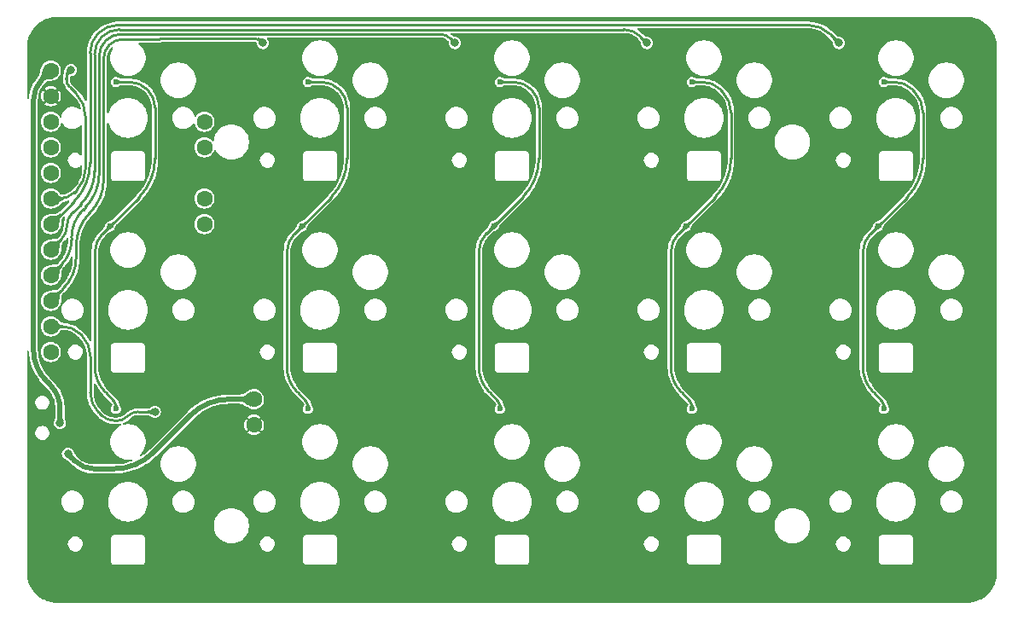
<source format=gbr>
%TF.GenerationSoftware,KiCad,Pcbnew,7.0.8*%
%TF.CreationDate,2023-12-01T15:01:34+01:00*%
%TF.ProjectId,briquet-rounded,62726971-7565-4742-9d72-6f756e646564,rev?*%
%TF.SameCoordinates,Original*%
%TF.FileFunction,Copper,L1,Top*%
%TF.FilePolarity,Positive*%
%FSLAX46Y46*%
G04 Gerber Fmt 4.6, Leading zero omitted, Abs format (unit mm)*
G04 Created by KiCad (PCBNEW 7.0.8) date 2023-12-01 15:01:34*
%MOMM*%
%LPD*%
G01*
G04 APERTURE LIST*
%TA.AperFunction,ComponentPad*%
%ADD10C,1.600000*%
%TD*%
%TA.AperFunction,ViaPad*%
%ADD11C,0.800000*%
%TD*%
%TA.AperFunction,ViaPad*%
%ADD12C,0.600000*%
%TD*%
%TA.AperFunction,Conductor*%
%ADD13C,0.500000*%
%TD*%
%TA.AperFunction,Conductor*%
%ADD14C,0.250000*%
%TD*%
G04 APERTURE END LIST*
D10*
%TO.P,J1,1,Pin_1*%
%TO.N,+5V*%
X87600000Y-42924000D03*
%TO.P,J1,2,Pin_2*%
%TO.N,GND*%
X87600000Y-45464000D03*
%TO.P,J1,3,Pin_3*%
%TO.N,RST*%
X87600000Y-48004000D03*
%TO.P,J1,4,Pin_4*%
%TO.N,3.3V*%
X87600000Y-50544000D03*
%TO.P,J1,5,Pin_5*%
%TO.N,ROW01*%
X87600000Y-53084000D03*
%TO.P,J1,6,Pin_6*%
%TO.N,COL01*%
X87600000Y-55624000D03*
%TO.P,J1,7,Pin_7*%
%TO.N,COL05*%
X87600000Y-58164000D03*
%TO.P,J1,8,Pin_8*%
%TO.N,COL04*%
X87600000Y-60704000D03*
%TO.P,J1,9,Pin_9*%
%TO.N,COL03*%
X87600000Y-63244000D03*
%TO.P,J1,10,Pin_10*%
%TO.N,COL02*%
X87600000Y-65784000D03*
%TO.P,J1,11,Pin_11*%
%TO.N,ROW03*%
X87600000Y-68324000D03*
%TO.P,J1,12,Pin_12*%
%TO.N,unconnected-(J1-Pin_12-Pad12)*%
X87600000Y-70864000D03*
%TO.P,J1,13,Pin_13*%
%TO.N,LED_DATA*%
X102840000Y-55624000D03*
%TO.P,J1,14,Pin_14*%
%TO.N,ROW02*%
X102840000Y-58164000D03*
%TO.P,J1,15*%
%TO.N,N/C*%
X102840000Y-48004000D03*
%TO.P,J1,16*%
X102840000Y-50544000D03*
%TD*%
%TO.P,J2,1,Pin_1*%
%TO.N,BAT_IN*%
X107752196Y-75547500D03*
%TO.P,J2,2,Pin_2*%
%TO.N,GND*%
X107752196Y-78087500D03*
%TD*%
D11*
%TO.N,GND*%
X95250560Y-69205485D03*
X114300672Y-69205485D03*
X98227140Y-73521526D03*
X95250000Y-92571108D03*
X152400896Y-69219079D03*
X93640000Y-50320000D03*
X133350784Y-54769072D03*
X171451008Y-69205485D03*
X168474428Y-50304202D03*
X133350784Y-92571638D03*
X125314018Y-51494834D03*
X111175263Y-88404426D03*
X174427588Y-73521526D03*
X152400896Y-54769072D03*
X171451008Y-92571638D03*
X122337438Y-51494834D03*
X149275487Y-88404426D03*
X171451008Y-54769072D03*
X168325599Y-88404426D03*
X130374204Y-50304202D03*
X152400896Y-92571638D03*
X111324092Y-50304202D03*
X136327364Y-73521526D03*
X155377476Y-73521526D03*
X95250560Y-54769072D03*
X149403513Y-50304202D03*
X88999742Y-73819184D03*
X130225375Y-88404426D03*
X114300672Y-54769072D03*
X117277252Y-73521526D03*
X114300672Y-92571638D03*
X133391685Y-69205485D03*
X92273980Y-88404426D03*
%TO.N,+5V*%
X88510000Y-77880822D03*
D12*
%TO.N,COL01*%
X94059928Y-76498106D03*
D11*
X89595058Y-42862752D03*
D12*
X93465059Y-58390855D03*
X94059928Y-44053384D03*
%TO.N,COL02*%
X112515059Y-58390855D03*
D11*
X108645170Y-40183830D03*
D12*
X113110040Y-76498106D03*
X113110040Y-44053384D03*
%TO.N,COL03*%
X132160152Y-76498106D03*
X132160152Y-44053384D03*
X131564836Y-58340968D03*
D11*
X127695282Y-40183830D03*
D12*
%TO.N,COL04*%
X150615059Y-58390855D03*
X151210264Y-76498106D03*
X151210264Y-44053384D03*
D11*
X146745394Y-40183830D03*
D12*
%TO.N,COL05*%
X169665059Y-58390855D03*
X170260376Y-44053384D03*
D11*
X165795506Y-40183830D03*
D12*
X170260376Y-76498106D03*
D11*
%TO.N,ROW03*%
X97929482Y-76795764D03*
%TO.N,BAT_IN*%
X89297400Y-80962976D03*
%TD*%
D13*
%TO.N,BAT_IN*%
X93889570Y-82451239D02*
G75*
G03*
X97737326Y-80857473I30J5441539D01*
G01*
X90041561Y-81707105D02*
G75*
G03*
X91838069Y-82451266I1796539J1796505D01*
G01*
X105301263Y-75547460D02*
G75*
G03*
X101453508Y-77141293I37J-5441540D01*
G01*
%TO.N,RST*%
X87600000Y-47851428D02*
X87600000Y-48156572D01*
D14*
%TO.N,ROW03*%
X90569698Y-69099694D02*
G75*
G03*
X88697000Y-68324000I-1872698J-1872706D01*
G01*
X91526293Y-74902029D02*
G75*
G03*
X92342531Y-76872529I2786707J29D01*
G01*
X92595697Y-77125693D02*
G75*
G03*
X93955000Y-77688738I1359303J1359293D01*
G01*
X94119834Y-77688751D02*
G75*
G03*
X95197749Y-77242251I-34J1524451D01*
G01*
X91526361Y-71281258D02*
G75*
G03*
X90660160Y-69190162I-2957261J-42D01*
G01*
X87702036Y-68222036D02*
G75*
G03*
X87744249Y-68324000I42164J-42264D01*
G01*
X96275663Y-76795749D02*
G75*
G03*
X95197749Y-77242251I37J-1524451D01*
G01*
%TO.N,COL05*%
X174129930Y-47102187D02*
G75*
G03*
X173236955Y-44946359I-3048830J-13D01*
G01*
X168176802Y-72345852D02*
G75*
G03*
X169218573Y-74860987I3556898J-48D01*
G01*
X173080654Y-44790042D02*
G75*
G03*
X171302179Y-44053384I-1778454J-1778458D01*
G01*
X170260352Y-76200448D02*
G75*
G03*
X170049900Y-75692314I-718552J48D01*
G01*
X92301060Y-39208942D02*
G75*
G03*
X91490000Y-41167010I1958040J-1958058D01*
G01*
X94259128Y-38397900D02*
G75*
G03*
X92301060Y-39208942I-28J-2769100D01*
G01*
X89896200Y-55933785D02*
G75*
G03*
X91490000Y-52086036I-3847800J3847785D01*
G01*
X172536123Y-55519762D02*
G75*
G03*
X174129930Y-51672020I-3847723J3847762D01*
G01*
X164902534Y-39290854D02*
G75*
G03*
X162746702Y-38397882I-2155834J-2155846D01*
G01*
X87633000Y-58163990D02*
G75*
G03*
X87689334Y-58140665I0J79690D01*
G01*
X168920911Y-59134996D02*
G75*
G03*
X168176770Y-60931523I1796489J-1796504D01*
G01*
%TO.N,COL04*%
X149870855Y-59135052D02*
G75*
G03*
X149126658Y-60931714I1796645J-1796648D01*
G01*
X90569992Y-56199992D02*
G75*
G03*
X91940000Y-52892527I-3307492J3307492D01*
G01*
X94384778Y-38847879D02*
G75*
G03*
X92656059Y-39563941I22J-2444821D01*
G01*
X89742351Y-57027650D02*
G75*
G03*
X89200000Y-58337000I1309349J-1309350D01*
G01*
X92656074Y-39563956D02*
G75*
G03*
X91940000Y-41292660I1728726J-1728744D01*
G01*
X154030548Y-44790036D02*
G75*
G03*
X152252067Y-44053384I-1778448J-1778464D01*
G01*
X155079822Y-47102187D02*
G75*
G03*
X154186844Y-44946358I-3048822J-13D01*
G01*
X88657649Y-59646350D02*
G75*
G03*
X89200000Y-58337000I-1309349J1309350D01*
G01*
X149126694Y-72345852D02*
G75*
G03*
X150168462Y-74860986I3556906J-48D01*
G01*
X153486003Y-55519866D02*
G75*
G03*
X155079818Y-51672132I-3847703J3847766D01*
G01*
X151210243Y-76200448D02*
G75*
G03*
X150999788Y-75692314I-718543J48D01*
G01*
X146077428Y-39515848D02*
G75*
G03*
X144464788Y-38847882I-1612628J-1612652D01*
G01*
%TO.N,COL03*%
X134435908Y-55469885D02*
G75*
G03*
X136029706Y-51622134I-3847808J3847785D01*
G01*
X132160105Y-76200448D02*
G75*
G03*
X131949675Y-75692315I-718605J48D01*
G01*
X88624991Y-62218991D02*
G75*
G03*
X89650000Y-59744431I-2474591J2474591D01*
G01*
X94612854Y-39297910D02*
G75*
G03*
X93041059Y-39948941I-54J-2222790D01*
G01*
X135285532Y-44797558D02*
G75*
G03*
X133489036Y-44053384I-1796532J-1796442D01*
G01*
X130076585Y-72345852D02*
G75*
G03*
X131118349Y-74860987I3556915J-48D01*
G01*
X91019992Y-56509992D02*
G75*
G03*
X92390000Y-53202527I-3307492J3307492D01*
G01*
X127252323Y-39740841D02*
G75*
G03*
X126182874Y-39297882I-1069423J-1069459D01*
G01*
X90821686Y-56708335D02*
G75*
G03*
X89650000Y-59537000I2828614J-2828665D01*
G01*
X136029728Y-46594053D02*
G75*
G03*
X135285561Y-44797529I-2540728J-47D01*
G01*
X130820675Y-59085097D02*
G75*
G03*
X130076546Y-60881637I1796525J-1796503D01*
G01*
X93041052Y-39948934D02*
G75*
G03*
X92390000Y-41520736I1571748J-1571766D01*
G01*
%TO.N,COL02*%
X94771905Y-39800001D02*
G75*
G03*
X93405842Y-40365840I-5J-1931899D01*
G01*
X93405841Y-40365839D02*
G75*
G03*
X92840000Y-41731903I1366059J-1366061D01*
G01*
X88855011Y-64529011D02*
G75*
G03*
X90110000Y-61499161I-3029811J3029811D01*
G01*
X108427218Y-39965834D02*
G75*
G03*
X107900960Y-39747882I-526218J-526266D01*
G01*
X115385833Y-55520144D02*
G75*
G03*
X116979594Y-51672356I-3847833J3847744D01*
G01*
X111770743Y-59135164D02*
G75*
G03*
X111026434Y-60932096I1796957J-1796936D01*
G01*
X98401772Y-39799969D02*
G75*
G03*
X98464682Y-39773940I28J88969D01*
G01*
X113109997Y-76200448D02*
G75*
G03*
X112899564Y-75692314I-718597J48D01*
G01*
X91475000Y-57045000D02*
G75*
G03*
X90110000Y-60340401I3295400J-3295400D01*
G01*
X91475000Y-57045000D02*
G75*
G03*
X92840000Y-53749598I-3295400J3295400D01*
G01*
X116979619Y-46594053D02*
G75*
G03*
X116235449Y-44797529I-2540719J-47D01*
G01*
X98527591Y-39747862D02*
G75*
G03*
X98464682Y-39773940I9J-88938D01*
G01*
X116235426Y-44797552D02*
G75*
G03*
X114438924Y-44053384I-1796526J-1796448D01*
G01*
X111026477Y-72345852D02*
G75*
G03*
X112068238Y-74860986I3556923J-48D01*
G01*
%TO.N,COL01*%
X88458000Y-55623997D02*
G75*
G03*
X89922696Y-55017301I0J2071397D01*
G01*
X97929511Y-46594053D02*
G75*
G03*
X97185337Y-44797529I-2540711J-47D01*
G01*
X90177986Y-54761986D02*
G75*
G03*
X91040000Y-52680947I-2081086J2081086D01*
G01*
X91976368Y-72345852D02*
G75*
G03*
X93018125Y-74860987I3556932J-48D01*
G01*
X91039998Y-47473502D02*
G75*
G03*
X90089999Y-45180001I-3243498J2D01*
G01*
X89367543Y-43090295D02*
G75*
G03*
X89140000Y-43639584I549257J-549305D01*
G01*
X94059888Y-76200448D02*
G75*
G03*
X93849451Y-75692315I-718588J48D01*
G01*
X96335712Y-55520247D02*
G75*
G03*
X97929482Y-51672468I-3847812J3847747D01*
G01*
X97185320Y-44797546D02*
G75*
G03*
X95388812Y-44053384I-1796520J-1796454D01*
G01*
X92720708Y-59135241D02*
G75*
G03*
X91976322Y-60932288I1796992J-1797059D01*
G01*
X89139994Y-43773905D02*
G75*
G03*
X89462507Y-44552507I1101106J5D01*
G01*
D13*
%TO.N,+5V*%
X86735002Y-43789002D02*
G75*
G03*
X85870000Y-45877294I2088298J-2088298D01*
G01*
X85870013Y-70592098D02*
G75*
G03*
X87190000Y-73778860I4506787J-2D01*
G01*
X88509978Y-76489841D02*
G75*
G03*
X87526427Y-74115287I-3358078J41D01*
G01*
%TO.N,GND*%
X87613784Y-45411207D02*
G75*
G03*
X87600000Y-45444500I33316J-33293D01*
G01*
X87613788Y-45411211D02*
X87750000Y-45275000D01*
X87600000Y-45444500D02*
X87600000Y-45464000D01*
%TO.N,+5V*%
X85870000Y-45877294D02*
X85870000Y-70592098D01*
X87190000Y-73778860D02*
X87526427Y-74115287D01*
X86735000Y-43789000D02*
X87600000Y-42924000D01*
X88510000Y-77880822D02*
X88510000Y-76489841D01*
D14*
%TO.N,COL01*%
X94059928Y-44053384D02*
X95388812Y-44053384D01*
X88458000Y-55624000D02*
X87600000Y-55624000D01*
X91040000Y-52680947D02*
X91040000Y-47473502D01*
X89367529Y-43090281D02*
X89595058Y-42862752D01*
X90090000Y-45180000D02*
X89462507Y-44552507D01*
X91976322Y-72345852D02*
X91976322Y-60932288D01*
X93018125Y-74860987D02*
X93849452Y-75692314D01*
X89922697Y-55017302D02*
X90178000Y-54762000D01*
X97929482Y-46594053D02*
X97929482Y-51672468D01*
X89140000Y-43639584D02*
X89140000Y-43773905D01*
X92720690Y-59135223D02*
X93465059Y-58390855D01*
X94059928Y-76498106D02*
X94059928Y-76200448D01*
X96335689Y-55520224D02*
X93465059Y-58390855D01*
%TO.N,COL02*%
X116979594Y-51672356D02*
X116979594Y-46594053D01*
X113110040Y-76498106D02*
X113110040Y-76200448D01*
X112899564Y-75692314D02*
X112068237Y-74860987D01*
X108427196Y-39965856D02*
X108645170Y-40183830D01*
X88855000Y-64529000D02*
X87600000Y-65784000D01*
X92840000Y-41731903D02*
X92840000Y-53749598D01*
X90110000Y-61499161D02*
X90110000Y-60340401D01*
X111770746Y-59135167D02*
X112515059Y-58390855D01*
X107900960Y-39747882D02*
X98527591Y-39747882D01*
X94771905Y-39799998D02*
X98401772Y-39799998D01*
X115385801Y-55520112D02*
X112515059Y-58390855D01*
X111026434Y-60932096D02*
X111026434Y-72345852D01*
X113110040Y-44053384D02*
X114438924Y-44053384D01*
%TO.N,COL03*%
X132160152Y-76498106D02*
X132160152Y-76200448D01*
X134435913Y-55469890D02*
X131564836Y-58340968D01*
X92390000Y-53202527D02*
X92390000Y-41520736D01*
X130076546Y-72345852D02*
X130076546Y-60881637D01*
X94612854Y-39297882D02*
X126182874Y-39297882D01*
X132160152Y-44053384D02*
X133489036Y-44053384D01*
X89650000Y-59744431D02*
X89650000Y-59537000D01*
X136029706Y-51622134D02*
X136029706Y-46594053D01*
X131564836Y-58340968D02*
X130820691Y-59085113D01*
X91019999Y-56509999D02*
X90821675Y-56708324D01*
X127695282Y-40183830D02*
X127252308Y-39740856D01*
X88625000Y-62219000D02*
X87600000Y-63244000D01*
X131949676Y-75692314D02*
X131118349Y-74860987D01*
%TO.N,COL04*%
X151210264Y-44053384D02*
X152252067Y-44053384D01*
X150615059Y-58390855D02*
X153486025Y-55519888D01*
X151210264Y-76200448D02*
X151210264Y-76498106D01*
X155079818Y-47102187D02*
X155079818Y-51672132D01*
X150168461Y-74860987D02*
X150999788Y-75692314D01*
X149126658Y-60931714D02*
X149126658Y-72345852D01*
X146745394Y-40183830D02*
X146077420Y-39515856D01*
X149870858Y-59135055D02*
X150615059Y-58390855D01*
X94384778Y-38847882D02*
X144464788Y-38847882D01*
X154030535Y-44790049D02*
X154186844Y-44946358D01*
X91940000Y-52892527D02*
X91940000Y-41292660D01*
X88657649Y-59646350D02*
X87600000Y-60704000D01*
X90569999Y-56199999D02*
X89742350Y-57027649D01*
%TO.N,COL05*%
X89896207Y-55933792D02*
X87689334Y-58140665D01*
X94259128Y-38397882D02*
X162746702Y-38397882D01*
X170260376Y-76200448D02*
X170260376Y-76498106D01*
X173236956Y-44946358D02*
X173080647Y-44790049D01*
X87633000Y-58164000D02*
X87600000Y-58164000D01*
X169665059Y-58390855D02*
X172536137Y-55519776D01*
X174129930Y-47102187D02*
X174129930Y-51672020D01*
X91490000Y-41167010D02*
X91490000Y-52086036D01*
X165795506Y-40183830D02*
X164902532Y-39290856D01*
X169665059Y-58390855D02*
X168920914Y-59134999D01*
X169218573Y-74860987D02*
X170049900Y-75692314D01*
X170260376Y-44053384D02*
X171302179Y-44053384D01*
X168176770Y-72345852D02*
X168176770Y-60931523D01*
%TO.N,ROW03*%
X90569696Y-69099696D02*
X90660161Y-69190161D01*
X97929482Y-76795764D02*
X96275663Y-76795764D01*
X88697000Y-68324000D02*
X87744249Y-68324000D01*
X93955000Y-77688738D02*
X94119834Y-77688738D01*
X87702000Y-68222000D02*
X87804000Y-68120000D01*
X91526322Y-74902029D02*
X91526322Y-71281258D01*
X92342530Y-76872530D02*
X92595695Y-77125695D01*
D13*
%TO.N,RST*%
X87600000Y-47851428D02*
X87600000Y-47536732D01*
X87600000Y-48156572D02*
X87600000Y-48309144D01*
%TO.N,BAT_IN*%
X105301263Y-75547500D02*
X107752196Y-75547500D01*
X89297400Y-80962976D02*
X90041545Y-81707121D01*
X97737326Y-80857473D02*
X101453507Y-77141292D01*
X93889570Y-82451266D02*
X91838069Y-82451266D01*
%TD*%
%TA.AperFunction,Conductor*%
%TO.N,GND*%
G36*
X178501292Y-37600567D02*
G01*
X178633426Y-37607492D01*
X178814950Y-37617687D01*
X178819888Y-37618215D01*
X178972115Y-37642325D01*
X179133381Y-37669726D01*
X179137852Y-37670703D01*
X179290305Y-37711552D01*
X179444246Y-37755903D01*
X179448274Y-37757253D01*
X179597113Y-37814387D01*
X179743946Y-37875208D01*
X179747469Y-37876833D01*
X179890322Y-37949620D01*
X180028959Y-38026242D01*
X180031967Y-38028047D01*
X180077809Y-38057817D01*
X180166941Y-38115700D01*
X180295934Y-38207226D01*
X180298410Y-38209103D01*
X180368424Y-38265799D01*
X180422884Y-38309900D01*
X180424717Y-38311459D01*
X180541734Y-38416032D01*
X180543752Y-38417940D01*
X180657058Y-38531246D01*
X180658966Y-38533264D01*
X180763539Y-38650281D01*
X180765098Y-38652114D01*
X180865888Y-38776579D01*
X180867781Y-38779075D01*
X180959303Y-38908064D01*
X181046951Y-39043031D01*
X181048761Y-39046047D01*
X181125378Y-39184674D01*
X181198165Y-39327530D01*
X181199793Y-39331060D01*
X181260618Y-39477903D01*
X181317741Y-39626714D01*
X181319095Y-39630752D01*
X181363454Y-39784722D01*
X181404291Y-39937129D01*
X181405279Y-39941651D01*
X181432685Y-40102956D01*
X181456781Y-40255095D01*
X181457313Y-40260067D01*
X181467510Y-40441642D01*
X181474432Y-40573699D01*
X181474500Y-40576291D01*
X181474500Y-92773708D01*
X181474432Y-92776300D01*
X181467510Y-92908357D01*
X181457313Y-93089931D01*
X181456781Y-93094903D01*
X181432685Y-93247043D01*
X181405279Y-93408347D01*
X181404291Y-93412869D01*
X181363454Y-93565277D01*
X181319095Y-93719246D01*
X181317741Y-93723284D01*
X181260618Y-93872096D01*
X181199793Y-94018938D01*
X181198165Y-94022468D01*
X181125378Y-94165325D01*
X181048761Y-94303951D01*
X181046952Y-94306967D01*
X180959303Y-94441935D01*
X180867781Y-94570923D01*
X180865879Y-94573431D01*
X180765098Y-94697884D01*
X180763539Y-94699717D01*
X180658966Y-94816734D01*
X180657058Y-94818752D01*
X180543752Y-94932058D01*
X180541734Y-94933966D01*
X180424717Y-95038539D01*
X180422884Y-95040098D01*
X180298431Y-95140879D01*
X180295923Y-95142781D01*
X180166935Y-95234303D01*
X180031967Y-95321952D01*
X180028951Y-95323761D01*
X179890325Y-95400378D01*
X179747468Y-95473165D01*
X179743938Y-95474793D01*
X179597096Y-95535618D01*
X179448284Y-95592741D01*
X179444246Y-95594095D01*
X179290277Y-95638454D01*
X179137869Y-95679291D01*
X179133347Y-95680279D01*
X178972043Y-95707685D01*
X178819903Y-95731781D01*
X178814931Y-95732313D01*
X178633357Y-95742510D01*
X178518225Y-95748544D01*
X178501294Y-95749432D01*
X178498708Y-95749500D01*
X88201292Y-95749500D01*
X88198705Y-95749432D01*
X88180864Y-95748497D01*
X88066642Y-95742510D01*
X87885067Y-95732313D01*
X87880095Y-95731781D01*
X87727956Y-95707685D01*
X87566651Y-95680279D01*
X87562129Y-95679291D01*
X87409722Y-95638454D01*
X87255752Y-95594095D01*
X87251714Y-95592741D01*
X87102903Y-95535618D01*
X86956060Y-95474793D01*
X86952530Y-95473165D01*
X86809674Y-95400378D01*
X86671047Y-95323761D01*
X86668031Y-95321951D01*
X86533064Y-95234303D01*
X86404075Y-95142781D01*
X86401579Y-95140888D01*
X86277114Y-95040098D01*
X86275281Y-95038539D01*
X86158264Y-94933966D01*
X86156246Y-94932058D01*
X86042940Y-94818752D01*
X86041032Y-94816734D01*
X85936459Y-94699717D01*
X85934900Y-94697884D01*
X85896215Y-94650112D01*
X85834103Y-94573410D01*
X85832226Y-94570934D01*
X85740696Y-94441935D01*
X85653047Y-94306967D01*
X85651237Y-94303951D01*
X85574621Y-94165325D01*
X85555451Y-94127702D01*
X85501833Y-94022469D01*
X85500205Y-94018938D01*
X85439381Y-93872096D01*
X85382253Y-93723274D01*
X85380903Y-93719246D01*
X85336545Y-93565277D01*
X85331426Y-93546173D01*
X85295703Y-93412852D01*
X85294726Y-93408381D01*
X85267325Y-93247115D01*
X85243215Y-93094888D01*
X85242687Y-93089950D01*
X85232488Y-92908342D01*
X85225568Y-92776300D01*
X85225500Y-92773709D01*
X85225500Y-89968656D01*
X89280392Y-89968656D01*
X89310666Y-90140350D01*
X89379720Y-90300436D01*
X89379721Y-90300438D01*
X89483831Y-90440282D01*
X89483833Y-90440284D01*
X89617383Y-90552347D01*
X89617384Y-90552347D01*
X89617386Y-90552349D01*
X89773185Y-90630594D01*
X89942829Y-90670800D01*
X89942832Y-90670800D01*
X90073433Y-90670800D01*
X90073436Y-90670800D01*
X90203164Y-90655637D01*
X90366993Y-90596008D01*
X90512654Y-90500205D01*
X90632296Y-90373393D01*
X90719467Y-90222407D01*
X90769469Y-90055388D01*
X90779607Y-89881340D01*
X90764315Y-89794616D01*
X90749333Y-89709649D01*
X90713938Y-89627593D01*
X90680279Y-89549562D01*
X90576168Y-89409717D01*
X90556322Y-89393064D01*
X90442616Y-89297652D01*
X90420355Y-89286472D01*
X93575054Y-89286472D01*
X93575060Y-89338032D01*
X93575060Y-91647973D01*
X93575068Y-91648060D01*
X93575072Y-91689053D01*
X93575072Y-91689584D01*
X93575073Y-91689586D01*
X93575073Y-91689587D01*
X93606767Y-91787116D01*
X93606938Y-91787640D01*
X93667542Y-91871052D01*
X93750953Y-91931658D01*
X93849008Y-91963527D01*
X93880772Y-91963529D01*
X93880785Y-91963532D01*
X93900461Y-91963532D01*
X96610050Y-91963532D01*
X96610767Y-91963461D01*
X96652047Y-91963465D01*
X96652107Y-91963466D01*
X96652107Y-91963465D01*
X96652109Y-91963466D01*
X96750164Y-91931619D01*
X96833578Y-91871030D01*
X96894186Y-91787629D01*
X96926053Y-91689587D01*
X96926054Y-91689585D01*
X96926054Y-91689584D01*
X96926055Y-91689581D01*
X96926060Y-91638032D01*
X96926060Y-91637532D01*
X96926060Y-91597043D01*
X112625165Y-91597043D01*
X112625172Y-91689585D01*
X112625172Y-91689586D01*
X112657040Y-91787643D01*
X112657042Y-91787648D01*
X112717641Y-91871051D01*
X112717642Y-91871052D01*
X112717646Y-91871057D01*
X112717649Y-91871059D01*
X112717651Y-91871061D01*
X112758199Y-91900521D01*
X112801060Y-91931662D01*
X112899119Y-91963529D01*
X112930880Y-91963530D01*
X112930889Y-91963532D01*
X112950573Y-91963532D01*
X115660220Y-91963532D01*
X115660812Y-91963472D01*
X115702205Y-91963475D01*
X115702218Y-91963476D01*
X115702218Y-91963475D01*
X115702221Y-91963476D01*
X115800277Y-91931626D01*
X115883691Y-91871034D01*
X115944289Y-91787643D01*
X115944296Y-91787634D01*
X115944296Y-91787633D01*
X115944298Y-91787631D01*
X115976167Y-91689581D01*
X115976172Y-91638032D01*
X115976172Y-91637532D01*
X115976172Y-91596501D01*
X131674497Y-91596501D01*
X131674498Y-91689053D01*
X131674499Y-91689056D01*
X131706360Y-91787117D01*
X131766966Y-91870532D01*
X131766967Y-91870534D01*
X131807560Y-91900026D01*
X131850384Y-91931139D01*
X131948442Y-91963001D01*
X131948444Y-91963001D01*
X131948446Y-91963002D01*
X131948447Y-91963002D01*
X134709535Y-91963002D01*
X134709555Y-91963000D01*
X134751553Y-91963000D01*
X134751554Y-91963000D01*
X134849615Y-91931138D01*
X134933031Y-91870533D01*
X134993637Y-91787117D01*
X135025499Y-91689056D01*
X135025500Y-91637502D01*
X135025500Y-91637002D01*
X135025500Y-91596501D01*
X150724497Y-91596501D01*
X150724498Y-91689053D01*
X150724499Y-91689056D01*
X150756360Y-91787117D01*
X150816966Y-91870532D01*
X150816967Y-91870534D01*
X150857560Y-91900026D01*
X150900384Y-91931139D01*
X150998442Y-91963001D01*
X150998444Y-91963001D01*
X150998446Y-91963002D01*
X150998447Y-91963002D01*
X153759535Y-91963002D01*
X153759555Y-91963000D01*
X153801553Y-91963000D01*
X153801554Y-91963000D01*
X153899615Y-91931138D01*
X153983031Y-91870533D01*
X154043637Y-91787117D01*
X154075499Y-91689056D01*
X154075500Y-91637502D01*
X154075500Y-91637002D01*
X154075500Y-91596501D01*
X169774497Y-91596501D01*
X169774498Y-91689053D01*
X169774499Y-91689056D01*
X169806360Y-91787117D01*
X169866966Y-91870532D01*
X169866967Y-91870534D01*
X169907560Y-91900026D01*
X169950384Y-91931139D01*
X170048442Y-91963001D01*
X170048444Y-91963001D01*
X170048446Y-91963002D01*
X170048447Y-91963002D01*
X172809535Y-91963002D01*
X172809555Y-91963000D01*
X172851553Y-91963000D01*
X172851554Y-91963000D01*
X172949615Y-91931138D01*
X173033031Y-91870533D01*
X173093637Y-91787117D01*
X173125499Y-91689056D01*
X173125500Y-91637502D01*
X173125500Y-91637002D01*
X173125500Y-89337403D01*
X173125500Y-89327968D01*
X173125498Y-89327946D01*
X173125498Y-89285950D01*
X173125498Y-89285948D01*
X173093636Y-89187886D01*
X173033031Y-89104470D01*
X173033025Y-89104466D01*
X172949615Y-89043865D01*
X172949608Y-89043862D01*
X172851557Y-89012002D01*
X172851554Y-89012002D01*
X172800099Y-89012002D01*
X170141009Y-89012002D01*
X170141003Y-89012000D01*
X170100000Y-89012000D01*
X170048446Y-89012000D01*
X170048442Y-89012000D01*
X169950390Y-89043860D01*
X169950383Y-89043863D01*
X169866970Y-89104466D01*
X169866964Y-89104472D01*
X169806364Y-89187882D01*
X169806362Y-89187885D01*
X169802189Y-89200729D01*
X169784882Y-89253997D01*
X169774500Y-89285949D01*
X169774500Y-91596492D01*
X169774497Y-91596501D01*
X154075500Y-91596501D01*
X154075500Y-89968656D01*
X165480392Y-89968656D01*
X165510666Y-90140350D01*
X165579720Y-90300436D01*
X165579721Y-90300438D01*
X165683831Y-90440282D01*
X165683833Y-90440284D01*
X165817383Y-90552347D01*
X165817384Y-90552347D01*
X165817386Y-90552349D01*
X165973185Y-90630594D01*
X166142829Y-90670800D01*
X166142832Y-90670800D01*
X166273433Y-90670800D01*
X166273436Y-90670800D01*
X166403164Y-90655637D01*
X166566993Y-90596008D01*
X166712654Y-90500205D01*
X166832296Y-90373393D01*
X166919467Y-90222407D01*
X166969469Y-90055388D01*
X166979607Y-89881340D01*
X166964315Y-89794616D01*
X166949333Y-89709649D01*
X166913938Y-89627593D01*
X166880279Y-89549562D01*
X166776168Y-89409717D01*
X166756322Y-89393064D01*
X166642616Y-89297652D01*
X166486816Y-89219406D01*
X166444404Y-89209354D01*
X166317171Y-89179200D01*
X166186564Y-89179200D01*
X166121700Y-89186781D01*
X166056833Y-89194363D01*
X166056828Y-89194365D01*
X165893008Y-89253991D01*
X165892998Y-89253996D01*
X165747351Y-89349790D01*
X165747345Y-89349795D01*
X165627705Y-89476605D01*
X165627704Y-89476605D01*
X165540533Y-89627592D01*
X165490531Y-89794608D01*
X165490530Y-89794616D01*
X165480392Y-89968656D01*
X154075500Y-89968656D01*
X154075500Y-89337403D01*
X154075500Y-89327968D01*
X154075498Y-89327946D01*
X154075498Y-89285950D01*
X154075498Y-89285948D01*
X154043636Y-89187886D01*
X153983031Y-89104470D01*
X153983025Y-89104466D01*
X153899615Y-89043865D01*
X153899608Y-89043862D01*
X153801557Y-89012002D01*
X153801554Y-89012002D01*
X153750099Y-89012002D01*
X151091009Y-89012002D01*
X151091003Y-89012000D01*
X151050000Y-89012000D01*
X150998446Y-89012000D01*
X150998442Y-89012000D01*
X150900390Y-89043860D01*
X150900383Y-89043863D01*
X150816970Y-89104466D01*
X150816964Y-89104472D01*
X150756364Y-89187882D01*
X150756362Y-89187885D01*
X150752189Y-89200729D01*
X150734882Y-89253997D01*
X150724500Y-89285949D01*
X150724500Y-91596492D01*
X150724497Y-91596501D01*
X135025500Y-91596501D01*
X135025500Y-89968657D01*
X146430393Y-89968657D01*
X146460667Y-90140351D01*
X146529721Y-90300437D01*
X146529722Y-90300439D01*
X146633832Y-90440283D01*
X146633834Y-90440285D01*
X146767384Y-90552348D01*
X146767385Y-90552348D01*
X146767387Y-90552350D01*
X146923186Y-90630595D01*
X147092830Y-90670801D01*
X147092833Y-90670801D01*
X147223434Y-90670801D01*
X147223437Y-90670801D01*
X147353165Y-90655638D01*
X147516994Y-90596009D01*
X147517004Y-90596003D01*
X147662649Y-90500210D01*
X147662649Y-90500209D01*
X147662655Y-90500206D01*
X147782297Y-90373394D01*
X147869468Y-90222408D01*
X147919470Y-90055389D01*
X147929608Y-89881341D01*
X147914315Y-89794612D01*
X147899334Y-89709650D01*
X147899333Y-89709647D01*
X147830280Y-89549563D01*
X147726169Y-89409718D01*
X147726167Y-89409716D01*
X147592617Y-89297653D01*
X147436817Y-89219407D01*
X147394405Y-89209355D01*
X147267172Y-89179201D01*
X147136565Y-89179201D01*
X147071701Y-89186782D01*
X147006834Y-89194364D01*
X147006829Y-89194366D01*
X146843009Y-89253992D01*
X146842999Y-89253997D01*
X146697352Y-89349791D01*
X146697346Y-89349796D01*
X146577706Y-89476606D01*
X146577705Y-89476606D01*
X146490534Y-89627593D01*
X146440532Y-89794609D01*
X146440531Y-89794617D01*
X146430393Y-89968657D01*
X135025500Y-89968657D01*
X135025500Y-89337403D01*
X135025500Y-89327968D01*
X135025498Y-89327946D01*
X135025498Y-89285950D01*
X135025498Y-89285948D01*
X134993636Y-89187886D01*
X134933031Y-89104470D01*
X134933025Y-89104466D01*
X134849615Y-89043865D01*
X134849608Y-89043862D01*
X134751557Y-89012002D01*
X134751554Y-89012002D01*
X134700099Y-89012002D01*
X132041009Y-89012002D01*
X132041003Y-89012000D01*
X132000000Y-89012000D01*
X131948446Y-89012000D01*
X131948442Y-89012000D01*
X131850390Y-89043860D01*
X131850383Y-89043863D01*
X131766970Y-89104466D01*
X131766964Y-89104472D01*
X131706364Y-89187882D01*
X131706362Y-89187885D01*
X131702189Y-89200729D01*
X131684882Y-89253997D01*
X131674500Y-89285949D01*
X131674500Y-91596492D01*
X131674497Y-91596501D01*
X115976172Y-91596501D01*
X115976172Y-89968657D01*
X127380393Y-89968657D01*
X127410667Y-90140351D01*
X127479721Y-90300437D01*
X127479722Y-90300439D01*
X127583832Y-90440283D01*
X127583834Y-90440285D01*
X127717384Y-90552348D01*
X127717385Y-90552348D01*
X127717387Y-90552350D01*
X127873186Y-90630595D01*
X128042830Y-90670801D01*
X128042833Y-90670801D01*
X128173434Y-90670801D01*
X128173437Y-90670801D01*
X128303165Y-90655638D01*
X128466994Y-90596009D01*
X128467004Y-90596003D01*
X128612649Y-90500210D01*
X128612649Y-90500209D01*
X128612655Y-90500206D01*
X128732297Y-90373394D01*
X128819468Y-90222408D01*
X128869470Y-90055389D01*
X128879608Y-89881341D01*
X128864315Y-89794612D01*
X128849334Y-89709650D01*
X128849333Y-89709647D01*
X128780280Y-89549563D01*
X128676169Y-89409718D01*
X128676167Y-89409716D01*
X128542617Y-89297653D01*
X128386817Y-89219407D01*
X128344405Y-89209355D01*
X128217172Y-89179201D01*
X128086565Y-89179201D01*
X128021701Y-89186782D01*
X127956834Y-89194364D01*
X127956829Y-89194366D01*
X127793009Y-89253992D01*
X127792999Y-89253997D01*
X127647352Y-89349791D01*
X127647346Y-89349796D01*
X127527706Y-89476606D01*
X127527705Y-89476606D01*
X127440534Y-89627593D01*
X127390532Y-89794609D01*
X127390531Y-89794617D01*
X127380393Y-89968657D01*
X115976172Y-89968657D01*
X115976172Y-89337933D01*
X115976172Y-89328494D01*
X115976168Y-89328466D01*
X115976172Y-89286477D01*
X115954384Y-89219406D01*
X115944316Y-89188413D01*
X115944314Y-89188410D01*
X115944313Y-89188409D01*
X115914437Y-89147285D01*
X115883715Y-89104997D01*
X115883713Y-89104995D01*
X115883711Y-89104992D01*
X115883707Y-89104989D01*
X115800290Y-89044384D01*
X115702233Y-89012530D01*
X115702227Y-89012529D01*
X115650672Y-89012532D01*
X112991737Y-89012532D01*
X112991543Y-89012469D01*
X112950672Y-89012472D01*
X112899113Y-89012476D01*
X112801044Y-89044350D01*
X112801039Y-89044353D01*
X112717628Y-89104967D01*
X112717627Y-89104968D01*
X112717626Y-89104969D01*
X112657023Y-89188399D01*
X112657022Y-89188401D01*
X112625167Y-89286472D01*
X112625166Y-89286476D01*
X112625172Y-89338032D01*
X112625172Y-91597022D01*
X112625165Y-91597043D01*
X96926060Y-91597043D01*
X96926060Y-89968656D01*
X108330392Y-89968656D01*
X108360666Y-90140350D01*
X108429720Y-90300436D01*
X108429721Y-90300438D01*
X108533831Y-90440282D01*
X108533833Y-90440284D01*
X108667383Y-90552347D01*
X108667384Y-90552347D01*
X108667386Y-90552349D01*
X108823185Y-90630594D01*
X108992829Y-90670800D01*
X108992832Y-90670800D01*
X109123433Y-90670800D01*
X109123436Y-90670800D01*
X109253164Y-90655637D01*
X109416993Y-90596008D01*
X109562654Y-90500205D01*
X109682296Y-90373393D01*
X109769467Y-90222407D01*
X109819469Y-90055388D01*
X109829607Y-89881340D01*
X109814315Y-89794616D01*
X109799333Y-89709649D01*
X109763938Y-89627593D01*
X109730279Y-89549562D01*
X109626168Y-89409717D01*
X109606322Y-89393064D01*
X109492616Y-89297652D01*
X109336816Y-89219406D01*
X109294404Y-89209354D01*
X109167171Y-89179200D01*
X109036564Y-89179200D01*
X108971700Y-89186781D01*
X108906833Y-89194363D01*
X108906828Y-89194365D01*
X108743008Y-89253991D01*
X108742998Y-89253996D01*
X108597351Y-89349790D01*
X108597345Y-89349795D01*
X108477705Y-89476605D01*
X108477704Y-89476605D01*
X108390533Y-89627592D01*
X108340531Y-89794608D01*
X108340530Y-89794616D01*
X108330392Y-89968656D01*
X96926060Y-89968656D01*
X96926060Y-89379049D01*
X96926065Y-89379033D01*
X96926072Y-89286475D01*
X96926072Y-89286473D01*
X96894215Y-89188411D01*
X96894214Y-89188409D01*
X96894214Y-89188408D01*
X96833607Y-89104989D01*
X96833608Y-89104989D01*
X96750185Y-89044383D01*
X96750182Y-89044381D01*
X96652115Y-89012526D01*
X96600560Y-89012532D01*
X93941636Y-89012532D01*
X93941399Y-89012455D01*
X93848999Y-89012466D01*
X93848998Y-89012466D01*
X93750931Y-89044343D01*
X93750929Y-89044344D01*
X93667515Y-89104962D01*
X93667514Y-89104963D01*
X93606910Y-89188396D01*
X93575055Y-89286471D01*
X93575054Y-89286472D01*
X90420355Y-89286472D01*
X90286816Y-89219406D01*
X90244404Y-89209354D01*
X90117171Y-89179200D01*
X89986564Y-89179200D01*
X89921700Y-89186781D01*
X89856833Y-89194363D01*
X89856828Y-89194365D01*
X89693008Y-89253991D01*
X89692998Y-89253996D01*
X89547351Y-89349790D01*
X89547345Y-89349795D01*
X89427705Y-89476605D01*
X89427704Y-89476605D01*
X89340533Y-89627592D01*
X89290531Y-89794608D01*
X89290530Y-89794616D01*
X89280392Y-89968656D01*
X85225500Y-89968656D01*
X85225500Y-88237435D01*
X103774500Y-88237435D01*
X103813603Y-88496859D01*
X103813605Y-88496869D01*
X103890937Y-88747575D01*
X104004768Y-88983946D01*
X104004772Y-88983954D01*
X104152567Y-89200729D01*
X104152570Y-89200732D01*
X104152572Y-89200735D01*
X104331017Y-89393053D01*
X104331029Y-89393064D01*
X104527275Y-89549564D01*
X104536143Y-89556636D01*
X104536147Y-89556638D01*
X104536148Y-89556639D01*
X104763344Y-89687811D01*
X104763348Y-89687813D01*
X104763357Y-89687818D01*
X104818982Y-89709649D01*
X105007580Y-89783669D01*
X105007583Y-89783669D01*
X105007584Y-89783670D01*
X105263370Y-89842052D01*
X105341824Y-89847931D01*
X105459500Y-89856750D01*
X105459506Y-89856750D01*
X105590500Y-89856750D01*
X105697477Y-89848732D01*
X105786630Y-89842052D01*
X106042416Y-89783670D01*
X106286643Y-89687818D01*
X106513857Y-89556636D01*
X106718981Y-89393055D01*
X106897433Y-89200729D01*
X107045228Y-88983954D01*
X107159063Y-88747573D01*
X107236396Y-88496865D01*
X107275500Y-88237435D01*
X159424500Y-88237435D01*
X159463603Y-88496859D01*
X159463605Y-88496869D01*
X159540937Y-88747575D01*
X159654768Y-88983946D01*
X159654772Y-88983954D01*
X159802567Y-89200729D01*
X159802570Y-89200732D01*
X159802572Y-89200735D01*
X159981017Y-89393053D01*
X159981029Y-89393064D01*
X160177275Y-89549564D01*
X160186143Y-89556636D01*
X160186147Y-89556638D01*
X160186148Y-89556639D01*
X160413344Y-89687811D01*
X160413348Y-89687813D01*
X160413357Y-89687818D01*
X160468982Y-89709649D01*
X160657580Y-89783669D01*
X160657583Y-89783669D01*
X160657584Y-89783670D01*
X160913370Y-89842052D01*
X160991824Y-89847931D01*
X161109500Y-89856750D01*
X161109506Y-89856750D01*
X161240500Y-89856750D01*
X161347477Y-89848732D01*
X161436630Y-89842052D01*
X161692416Y-89783670D01*
X161936643Y-89687818D01*
X162163857Y-89556636D01*
X162368981Y-89393055D01*
X162547433Y-89200729D01*
X162695228Y-88983954D01*
X162809063Y-88747573D01*
X162886396Y-88496865D01*
X162925500Y-88237432D01*
X162925500Y-87975068D01*
X162886396Y-87715635D01*
X162809063Y-87464927D01*
X162695228Y-87228546D01*
X162547433Y-87011771D01*
X162368981Y-86819445D01*
X162368980Y-86819444D01*
X162368970Y-86819435D01*
X162163865Y-86655870D01*
X162163851Y-86655860D01*
X161936655Y-86524688D01*
X161936646Y-86524683D01*
X161936643Y-86524682D01*
X161936639Y-86524680D01*
X161936636Y-86524679D01*
X161692419Y-86428830D01*
X161436631Y-86370448D01*
X161436625Y-86370447D01*
X161240500Y-86355750D01*
X161240494Y-86355750D01*
X161109506Y-86355750D01*
X161109500Y-86355750D01*
X160913374Y-86370447D01*
X160913368Y-86370448D01*
X160657580Y-86428830D01*
X160413363Y-86524679D01*
X160413344Y-86524688D01*
X160186148Y-86655860D01*
X160186134Y-86655870D01*
X159981029Y-86819435D01*
X159981017Y-86819446D01*
X159802572Y-87011764D01*
X159802567Y-87011770D01*
X159802567Y-87011771D01*
X159654772Y-87228546D01*
X159654770Y-87228549D01*
X159654768Y-87228553D01*
X159540937Y-87464924D01*
X159463605Y-87715630D01*
X159463603Y-87715640D01*
X159424500Y-87975064D01*
X159424500Y-88237435D01*
X107275500Y-88237435D01*
X107275500Y-88237432D01*
X107275500Y-87975068D01*
X107236396Y-87715635D01*
X107159063Y-87464927D01*
X107045228Y-87228546D01*
X106897433Y-87011771D01*
X106718981Y-86819445D01*
X106718980Y-86819444D01*
X106718970Y-86819435D01*
X106513865Y-86655870D01*
X106513851Y-86655860D01*
X106286655Y-86524688D01*
X106286646Y-86524683D01*
X106286643Y-86524682D01*
X106286639Y-86524680D01*
X106286636Y-86524679D01*
X106042419Y-86428830D01*
X105786631Y-86370448D01*
X105786625Y-86370447D01*
X105590500Y-86355750D01*
X105590494Y-86355750D01*
X105459506Y-86355750D01*
X105459500Y-86355750D01*
X105263374Y-86370447D01*
X105263368Y-86370448D01*
X105007580Y-86428830D01*
X104763363Y-86524679D01*
X104763344Y-86524688D01*
X104536148Y-86655860D01*
X104536134Y-86655870D01*
X104331029Y-86819435D01*
X104331017Y-86819446D01*
X104152572Y-87011764D01*
X104152567Y-87011770D01*
X104152567Y-87011771D01*
X104004772Y-87228546D01*
X104004770Y-87228549D01*
X104004768Y-87228553D01*
X103890937Y-87464924D01*
X103813605Y-87715630D01*
X103813603Y-87715640D01*
X103774500Y-87975064D01*
X103774500Y-88237435D01*
X85225500Y-88237435D01*
X85225500Y-85672357D01*
X88644843Y-85672357D01*
X88654852Y-85882459D01*
X88654853Y-85882466D01*
X88704440Y-86086866D01*
X88704441Y-86086869D01*
X88704442Y-86086871D01*
X88731553Y-86146237D01*
X88791819Y-86278202D01*
X88791820Y-86278203D01*
X88791821Y-86278205D01*
X88913831Y-86449544D01*
X89066063Y-86594697D01*
X89066065Y-86594698D01*
X89066067Y-86594700D01*
X89243007Y-86708412D01*
X89243022Y-86708420D01*
X89352262Y-86752153D01*
X89438288Y-86786593D01*
X89644829Y-86826400D01*
X89644832Y-86826400D01*
X89802468Y-86826400D01*
X89959389Y-86811416D01*
X90161211Y-86752156D01*
X90161217Y-86752153D01*
X90348163Y-86655775D01*
X90348168Y-86655772D01*
X90348170Y-86655771D01*
X90348175Y-86655767D01*
X90348177Y-86655766D01*
X90513510Y-86525747D01*
X90514435Y-86524679D01*
X90651255Y-86366781D01*
X90756426Y-86184619D01*
X90825222Y-85985846D01*
X90855157Y-85777645D01*
X90852649Y-85725000D01*
X93279981Y-85725000D01*
X93300032Y-86005357D01*
X93300032Y-86005360D01*
X93300033Y-86005363D01*
X93339028Y-86184618D01*
X93359782Y-86280022D01*
X93458008Y-86543376D01*
X93458012Y-86543384D01*
X93592710Y-86790067D01*
X93706267Y-86941761D01*
X93761159Y-87015088D01*
X93959912Y-87213841D01*
X94108243Y-87324880D01*
X94184932Y-87382289D01*
X94431615Y-87516987D01*
X94431623Y-87516991D01*
X94431625Y-87516992D01*
X94694977Y-87615217D01*
X94694982Y-87615219D01*
X94969637Y-87674967D01*
X95101004Y-87684362D01*
X95179822Y-87690000D01*
X95179825Y-87690000D01*
X95320178Y-87690000D01*
X95390237Y-87684989D01*
X95530363Y-87674967D01*
X95805018Y-87615219D01*
X96068375Y-87516992D01*
X96094484Y-87502735D01*
X96315067Y-87382289D01*
X96315070Y-87382286D01*
X96315073Y-87382285D01*
X96540088Y-87213841D01*
X96738841Y-87015088D01*
X96907285Y-86790073D01*
X96907288Y-86790068D01*
X96907289Y-86790067D01*
X97027735Y-86569484D01*
X97041992Y-86543375D01*
X97140219Y-86280018D01*
X97199967Y-86005363D01*
X97220019Y-85725000D01*
X97216254Y-85672357D01*
X99644843Y-85672357D01*
X99654852Y-85882459D01*
X99654853Y-85882466D01*
X99704440Y-86086866D01*
X99704441Y-86086869D01*
X99704442Y-86086871D01*
X99731553Y-86146237D01*
X99791819Y-86278202D01*
X99791820Y-86278203D01*
X99791821Y-86278205D01*
X99913831Y-86449544D01*
X100066063Y-86594697D01*
X100066065Y-86594698D01*
X100066067Y-86594700D01*
X100243007Y-86708412D01*
X100243022Y-86708420D01*
X100352262Y-86752153D01*
X100438288Y-86786593D01*
X100644829Y-86826400D01*
X100644832Y-86826400D01*
X100802468Y-86826400D01*
X100959389Y-86811416D01*
X101161211Y-86752156D01*
X101161217Y-86752153D01*
X101348163Y-86655775D01*
X101348168Y-86655772D01*
X101348170Y-86655771D01*
X101348175Y-86655767D01*
X101348177Y-86655766D01*
X101513510Y-86525747D01*
X101514435Y-86524679D01*
X101651255Y-86366781D01*
X101756426Y-86184619D01*
X101825222Y-85985846D01*
X101855157Y-85777645D01*
X101850141Y-85672357D01*
X107694843Y-85672357D01*
X107704852Y-85882459D01*
X107704853Y-85882466D01*
X107754440Y-86086866D01*
X107754441Y-86086869D01*
X107754442Y-86086871D01*
X107781553Y-86146237D01*
X107841819Y-86278202D01*
X107841820Y-86278203D01*
X107841821Y-86278205D01*
X107963831Y-86449544D01*
X108116063Y-86594697D01*
X108116065Y-86594698D01*
X108116067Y-86594700D01*
X108293007Y-86708412D01*
X108293022Y-86708420D01*
X108402262Y-86752153D01*
X108488288Y-86786593D01*
X108694829Y-86826400D01*
X108694832Y-86826400D01*
X108852468Y-86826400D01*
X109009389Y-86811416D01*
X109211211Y-86752156D01*
X109211217Y-86752153D01*
X109398163Y-86655775D01*
X109398168Y-86655772D01*
X109398170Y-86655771D01*
X109398175Y-86655767D01*
X109398177Y-86655766D01*
X109563510Y-86525747D01*
X109564435Y-86524679D01*
X109701255Y-86366781D01*
X109806426Y-86184619D01*
X109875222Y-85985846D01*
X109905157Y-85777645D01*
X109902649Y-85725000D01*
X112329981Y-85725000D01*
X112350032Y-86005357D01*
X112350032Y-86005360D01*
X112350033Y-86005363D01*
X112389028Y-86184618D01*
X112409782Y-86280022D01*
X112508008Y-86543376D01*
X112508012Y-86543384D01*
X112642710Y-86790067D01*
X112756267Y-86941761D01*
X112811159Y-87015088D01*
X113009912Y-87213841D01*
X113158243Y-87324880D01*
X113234932Y-87382289D01*
X113481615Y-87516987D01*
X113481623Y-87516991D01*
X113481625Y-87516992D01*
X113744977Y-87615217D01*
X113744982Y-87615219D01*
X114019637Y-87674967D01*
X114151004Y-87684362D01*
X114229822Y-87690000D01*
X114229825Y-87690000D01*
X114370178Y-87690000D01*
X114440237Y-87684989D01*
X114580363Y-87674967D01*
X114855018Y-87615219D01*
X115118375Y-87516992D01*
X115144484Y-87502735D01*
X115365067Y-87382289D01*
X115365070Y-87382286D01*
X115365073Y-87382285D01*
X115590088Y-87213841D01*
X115788841Y-87015088D01*
X115957285Y-86790073D01*
X115957288Y-86790068D01*
X115957289Y-86790067D01*
X116077735Y-86569484D01*
X116091992Y-86543375D01*
X116190219Y-86280018D01*
X116249967Y-86005363D01*
X116270019Y-85725000D01*
X116266254Y-85672357D01*
X118694843Y-85672357D01*
X118704852Y-85882459D01*
X118704853Y-85882466D01*
X118754440Y-86086866D01*
X118754441Y-86086869D01*
X118754442Y-86086871D01*
X118781553Y-86146237D01*
X118841819Y-86278202D01*
X118841820Y-86278203D01*
X118841821Y-86278205D01*
X118963831Y-86449544D01*
X119116063Y-86594697D01*
X119116065Y-86594698D01*
X119116067Y-86594700D01*
X119293007Y-86708412D01*
X119293022Y-86708420D01*
X119402262Y-86752153D01*
X119488288Y-86786593D01*
X119694829Y-86826400D01*
X119694832Y-86826400D01*
X119852468Y-86826400D01*
X120009389Y-86811416D01*
X120211211Y-86752156D01*
X120211217Y-86752153D01*
X120398163Y-86655775D01*
X120398168Y-86655772D01*
X120398170Y-86655771D01*
X120398175Y-86655767D01*
X120398177Y-86655766D01*
X120563510Y-86525747D01*
X120564435Y-86524679D01*
X120701255Y-86366781D01*
X120806426Y-86184619D01*
X120875222Y-85985846D01*
X120905157Y-85777645D01*
X120900141Y-85672358D01*
X126744844Y-85672358D01*
X126754853Y-85882460D01*
X126754854Y-85882467D01*
X126804441Y-86086867D01*
X126891820Y-86278203D01*
X126891821Y-86278205D01*
X126891822Y-86278206D01*
X127013832Y-86449545D01*
X127166064Y-86594698D01*
X127166066Y-86594699D01*
X127166068Y-86594701D01*
X127343008Y-86708413D01*
X127343012Y-86708415D01*
X127343013Y-86708416D01*
X127343023Y-86708421D01*
X127452261Y-86752153D01*
X127538289Y-86786594D01*
X127744830Y-86826401D01*
X127744833Y-86826401D01*
X127902469Y-86826401D01*
X128059390Y-86811417D01*
X128261212Y-86752157D01*
X128261220Y-86752153D01*
X128448164Y-86655776D01*
X128448167Y-86655774D01*
X128448171Y-86655772D01*
X128448174Y-86655769D01*
X128448178Y-86655767D01*
X128613511Y-86525748D01*
X128614437Y-86524679D01*
X128751256Y-86366782D01*
X128856427Y-86184620D01*
X128925223Y-85985847D01*
X128955158Y-85777646D01*
X128952650Y-85725001D01*
X131379982Y-85725001D01*
X131400033Y-86005358D01*
X131400033Y-86005361D01*
X131400034Y-86005364D01*
X131459388Y-86278206D01*
X131459783Y-86280023D01*
X131558009Y-86543377D01*
X131558013Y-86543385D01*
X131692711Y-86790068D01*
X131719909Y-86826400D01*
X131861160Y-87015089D01*
X132059913Y-87213842D01*
X132079565Y-87228553D01*
X132284933Y-87382290D01*
X132531616Y-87516988D01*
X132531622Y-87516991D01*
X132531626Y-87516993D01*
X132794978Y-87615218D01*
X132794983Y-87615220D01*
X133069638Y-87674968D01*
X133201005Y-87684363D01*
X133279823Y-87690001D01*
X133279826Y-87690001D01*
X133420179Y-87690001D01*
X133490238Y-87684990D01*
X133630364Y-87674968D01*
X133905019Y-87615220D01*
X134168376Y-87516993D01*
X134263728Y-87464927D01*
X134415068Y-87382290D01*
X134415071Y-87382287D01*
X134415074Y-87382286D01*
X134640089Y-87213842D01*
X134838842Y-87015089D01*
X135007286Y-86790074D01*
X135007287Y-86790071D01*
X135007290Y-86790068D01*
X135141988Y-86543385D01*
X135141993Y-86543376D01*
X135240220Y-86280019D01*
X135299968Y-86005364D01*
X135320020Y-85725001D01*
X135316255Y-85672358D01*
X137744844Y-85672358D01*
X137754853Y-85882460D01*
X137754854Y-85882467D01*
X137804441Y-86086867D01*
X137891820Y-86278203D01*
X137891821Y-86278205D01*
X137891822Y-86278206D01*
X138013832Y-86449545D01*
X138166064Y-86594698D01*
X138166066Y-86594699D01*
X138166068Y-86594701D01*
X138343008Y-86708413D01*
X138343012Y-86708415D01*
X138343013Y-86708416D01*
X138343023Y-86708421D01*
X138452261Y-86752153D01*
X138538289Y-86786594D01*
X138744830Y-86826401D01*
X138744833Y-86826401D01*
X138902469Y-86826401D01*
X139059390Y-86811417D01*
X139261212Y-86752157D01*
X139261220Y-86752153D01*
X139448164Y-86655776D01*
X139448167Y-86655774D01*
X139448171Y-86655772D01*
X139448174Y-86655769D01*
X139448178Y-86655767D01*
X139613511Y-86525748D01*
X139614437Y-86524679D01*
X139751256Y-86366782D01*
X139856427Y-86184620D01*
X139925223Y-85985847D01*
X139955158Y-85777646D01*
X139950142Y-85672358D01*
X145794844Y-85672358D01*
X145804853Y-85882460D01*
X145804854Y-85882467D01*
X145854441Y-86086867D01*
X145941820Y-86278203D01*
X145941821Y-86278205D01*
X145941822Y-86278206D01*
X146063832Y-86449545D01*
X146216064Y-86594698D01*
X146216066Y-86594699D01*
X146216068Y-86594701D01*
X146393008Y-86708413D01*
X146393012Y-86708415D01*
X146393013Y-86708416D01*
X146393023Y-86708421D01*
X146502261Y-86752153D01*
X146588289Y-86786594D01*
X146794830Y-86826401D01*
X146794833Y-86826401D01*
X146952469Y-86826401D01*
X147109390Y-86811417D01*
X147311212Y-86752157D01*
X147311220Y-86752153D01*
X147498164Y-86655776D01*
X147498167Y-86655774D01*
X147498171Y-86655772D01*
X147498174Y-86655769D01*
X147498178Y-86655767D01*
X147663511Y-86525748D01*
X147664437Y-86524679D01*
X147801256Y-86366782D01*
X147906427Y-86184620D01*
X147975223Y-85985847D01*
X148005158Y-85777646D01*
X148002650Y-85725001D01*
X150429982Y-85725001D01*
X150450033Y-86005358D01*
X150450033Y-86005361D01*
X150450034Y-86005364D01*
X150509388Y-86278206D01*
X150509783Y-86280023D01*
X150608009Y-86543377D01*
X150608013Y-86543385D01*
X150742711Y-86790068D01*
X150769909Y-86826400D01*
X150911160Y-87015089D01*
X151109913Y-87213842D01*
X151129565Y-87228553D01*
X151334933Y-87382290D01*
X151581616Y-87516988D01*
X151581622Y-87516991D01*
X151581626Y-87516993D01*
X151844978Y-87615218D01*
X151844983Y-87615220D01*
X152119638Y-87674968D01*
X152251005Y-87684363D01*
X152329823Y-87690001D01*
X152329826Y-87690001D01*
X152470179Y-87690001D01*
X152540238Y-87684990D01*
X152680364Y-87674968D01*
X152955019Y-87615220D01*
X153218376Y-87516993D01*
X153313728Y-87464927D01*
X153465068Y-87382290D01*
X153465071Y-87382287D01*
X153465074Y-87382286D01*
X153690089Y-87213842D01*
X153888842Y-87015089D01*
X154057286Y-86790074D01*
X154057287Y-86790071D01*
X154057290Y-86790068D01*
X154191988Y-86543385D01*
X154191993Y-86543376D01*
X154290220Y-86280019D01*
X154349968Y-86005364D01*
X154370020Y-85725001D01*
X154366255Y-85672358D01*
X156794844Y-85672358D01*
X156804853Y-85882460D01*
X156804854Y-85882467D01*
X156854441Y-86086867D01*
X156941820Y-86278203D01*
X156941821Y-86278205D01*
X156941822Y-86278206D01*
X157063832Y-86449545D01*
X157216064Y-86594698D01*
X157216066Y-86594699D01*
X157216068Y-86594701D01*
X157393008Y-86708413D01*
X157393012Y-86708415D01*
X157393013Y-86708416D01*
X157393023Y-86708421D01*
X157502261Y-86752153D01*
X157588289Y-86786594D01*
X157794830Y-86826401D01*
X157794833Y-86826401D01*
X157952469Y-86826401D01*
X158109390Y-86811417D01*
X158311212Y-86752157D01*
X158311220Y-86752153D01*
X158498164Y-86655776D01*
X158498167Y-86655774D01*
X158498171Y-86655772D01*
X158498174Y-86655769D01*
X158498178Y-86655767D01*
X158663511Y-86525748D01*
X158664437Y-86524679D01*
X158801256Y-86366782D01*
X158906427Y-86184620D01*
X158975223Y-85985847D01*
X159005158Y-85777646D01*
X159000142Y-85672357D01*
X164844843Y-85672357D01*
X164854852Y-85882459D01*
X164854853Y-85882466D01*
X164904440Y-86086866D01*
X164904441Y-86086869D01*
X164904442Y-86086871D01*
X164931553Y-86146237D01*
X164991819Y-86278202D01*
X164991820Y-86278203D01*
X164991821Y-86278205D01*
X165113831Y-86449544D01*
X165266063Y-86594697D01*
X165266065Y-86594698D01*
X165266067Y-86594700D01*
X165443007Y-86708412D01*
X165443022Y-86708420D01*
X165552262Y-86752153D01*
X165638288Y-86786593D01*
X165844829Y-86826400D01*
X165844832Y-86826400D01*
X166002468Y-86826400D01*
X166159389Y-86811416D01*
X166361211Y-86752156D01*
X166361217Y-86752153D01*
X166548163Y-86655775D01*
X166548168Y-86655772D01*
X166548170Y-86655771D01*
X166548175Y-86655767D01*
X166548177Y-86655766D01*
X166713510Y-86525747D01*
X166714435Y-86524679D01*
X166851255Y-86366781D01*
X166956426Y-86184619D01*
X167025222Y-85985846D01*
X167055157Y-85777645D01*
X167052649Y-85725000D01*
X169479981Y-85725000D01*
X169500032Y-86005357D01*
X169500032Y-86005360D01*
X169500033Y-86005363D01*
X169539028Y-86184618D01*
X169559782Y-86280022D01*
X169658008Y-86543376D01*
X169658012Y-86543384D01*
X169792710Y-86790067D01*
X169906267Y-86941761D01*
X169961159Y-87015088D01*
X170159912Y-87213841D01*
X170308243Y-87324880D01*
X170384932Y-87382289D01*
X170631615Y-87516987D01*
X170631623Y-87516991D01*
X170631625Y-87516992D01*
X170894977Y-87615217D01*
X170894982Y-87615219D01*
X171169637Y-87674967D01*
X171301004Y-87684362D01*
X171379822Y-87690000D01*
X171379825Y-87690000D01*
X171520178Y-87690000D01*
X171590237Y-87684989D01*
X171730363Y-87674967D01*
X172005018Y-87615219D01*
X172268375Y-87516992D01*
X172294484Y-87502735D01*
X172515067Y-87382289D01*
X172515070Y-87382286D01*
X172515073Y-87382285D01*
X172740088Y-87213841D01*
X172938841Y-87015088D01*
X173107285Y-86790073D01*
X173107288Y-86790068D01*
X173107289Y-86790067D01*
X173227735Y-86569484D01*
X173241992Y-86543375D01*
X173340219Y-86280018D01*
X173399967Y-86005363D01*
X173420019Y-85725000D01*
X173416254Y-85672357D01*
X175844843Y-85672357D01*
X175854852Y-85882459D01*
X175854853Y-85882466D01*
X175904440Y-86086866D01*
X175904441Y-86086869D01*
X175904442Y-86086871D01*
X175931553Y-86146237D01*
X175991819Y-86278202D01*
X175991820Y-86278203D01*
X175991821Y-86278205D01*
X176113831Y-86449544D01*
X176266063Y-86594697D01*
X176266065Y-86594698D01*
X176266067Y-86594700D01*
X176443007Y-86708412D01*
X176443022Y-86708420D01*
X176552262Y-86752153D01*
X176638288Y-86786593D01*
X176844829Y-86826400D01*
X176844832Y-86826400D01*
X177002468Y-86826400D01*
X177159389Y-86811416D01*
X177361211Y-86752156D01*
X177361217Y-86752153D01*
X177548163Y-86655775D01*
X177548168Y-86655772D01*
X177548170Y-86655771D01*
X177548175Y-86655767D01*
X177548177Y-86655766D01*
X177713510Y-86525747D01*
X177714435Y-86524679D01*
X177851255Y-86366781D01*
X177956426Y-86184619D01*
X178025222Y-85985846D01*
X178055157Y-85777645D01*
X178045148Y-85567541D01*
X177995558Y-85363129D01*
X177908179Y-85171795D01*
X177786169Y-85000456D01*
X177633937Y-84855303D01*
X177633934Y-84855301D01*
X177633932Y-84855299D01*
X177456992Y-84741587D01*
X177456977Y-84741579D01*
X177261717Y-84663409D01*
X177261713Y-84663407D01*
X177210076Y-84653455D01*
X177055171Y-84623600D01*
X176897532Y-84623600D01*
X176740611Y-84638584D01*
X176656061Y-84663410D01*
X176538784Y-84697845D01*
X176538782Y-84697846D01*
X176351836Y-84794224D01*
X176351822Y-84794233D01*
X176186489Y-84924252D01*
X176048744Y-85083219D01*
X175943573Y-85265381D01*
X175874779Y-85464149D01*
X175874777Y-85464156D01*
X175844843Y-85672350D01*
X175844843Y-85672357D01*
X173416254Y-85672357D01*
X173399967Y-85444637D01*
X173340219Y-85169982D01*
X173241992Y-84906625D01*
X173213969Y-84855304D01*
X173107289Y-84659932D01*
X172938842Y-84434914D01*
X172938841Y-84434912D01*
X172740088Y-84236159D01*
X172666761Y-84181267D01*
X172515067Y-84067710D01*
X172268384Y-83933012D01*
X172268376Y-83933008D01*
X172005021Y-83834782D01*
X172005023Y-83834782D01*
X171943723Y-83821447D01*
X171730363Y-83775033D01*
X171730360Y-83775032D01*
X171730357Y-83775032D01*
X171520178Y-83760000D01*
X171520175Y-83760000D01*
X171379825Y-83760000D01*
X171379822Y-83760000D01*
X171169642Y-83775032D01*
X171169637Y-83775032D01*
X171169637Y-83775033D01*
X171032309Y-83804907D01*
X170894977Y-83834782D01*
X170631623Y-83933008D01*
X170631615Y-83933012D01*
X170384932Y-84067710D01*
X170159914Y-84236157D01*
X169961157Y-84434914D01*
X169792710Y-84659932D01*
X169658012Y-84906615D01*
X169658008Y-84906623D01*
X169559782Y-85169977D01*
X169500032Y-85444642D01*
X169479981Y-85725000D01*
X167052649Y-85725000D01*
X167045148Y-85567541D01*
X166995558Y-85363129D01*
X166908179Y-85171795D01*
X166786169Y-85000456D01*
X166633937Y-84855303D01*
X166633934Y-84855301D01*
X166633932Y-84855299D01*
X166456992Y-84741587D01*
X166456977Y-84741579D01*
X166261717Y-84663409D01*
X166261713Y-84663407D01*
X166210076Y-84653455D01*
X166055171Y-84623600D01*
X165897532Y-84623600D01*
X165740611Y-84638584D01*
X165656061Y-84663410D01*
X165538784Y-84697845D01*
X165538782Y-84697846D01*
X165351836Y-84794224D01*
X165351822Y-84794233D01*
X165186489Y-84924252D01*
X165048744Y-85083219D01*
X164943573Y-85265381D01*
X164874779Y-85464149D01*
X164874777Y-85464156D01*
X164844843Y-85672350D01*
X164844843Y-85672357D01*
X159000142Y-85672357D01*
X158995149Y-85567542D01*
X158945559Y-85363130D01*
X158858180Y-85171796D01*
X158736170Y-85000457D01*
X158583938Y-84855304D01*
X158583935Y-84855302D01*
X158583933Y-84855300D01*
X158406993Y-84741588D01*
X158406978Y-84741580D01*
X158211718Y-84663410D01*
X158211714Y-84663408D01*
X158160077Y-84653456D01*
X158005172Y-84623601D01*
X157847533Y-84623601D01*
X157690612Y-84638585D01*
X157596041Y-84666353D01*
X157488785Y-84697846D01*
X157488783Y-84697847D01*
X157301837Y-84794225D01*
X157301823Y-84794234D01*
X157136490Y-84924253D01*
X156998745Y-85083220D01*
X156893574Y-85265382D01*
X156824780Y-85464150D01*
X156824778Y-85464157D01*
X156794844Y-85672351D01*
X156794844Y-85672358D01*
X154366255Y-85672358D01*
X154349968Y-85444638D01*
X154290220Y-85169983D01*
X154191993Y-84906626D01*
X154191992Y-84906624D01*
X154191988Y-84906616D01*
X154057290Y-84659933D01*
X153888843Y-84434915D01*
X153888842Y-84434913D01*
X153690089Y-84236160D01*
X153616762Y-84181268D01*
X153465068Y-84067711D01*
X153218385Y-83933013D01*
X153218377Y-83933009D01*
X152955022Y-83834783D01*
X152955024Y-83834783D01*
X152893724Y-83821448D01*
X152680364Y-83775034D01*
X152680361Y-83775033D01*
X152680358Y-83775033D01*
X152470179Y-83760001D01*
X152470176Y-83760001D01*
X152329826Y-83760001D01*
X152329823Y-83760001D01*
X152119643Y-83775033D01*
X151844978Y-83834783D01*
X151581624Y-83933009D01*
X151581616Y-83933013D01*
X151334933Y-84067711D01*
X151109915Y-84236158D01*
X150911158Y-84434915D01*
X150742711Y-84659933D01*
X150608013Y-84906616D01*
X150608009Y-84906624D01*
X150509783Y-85169978D01*
X150509782Y-85169982D01*
X150509782Y-85169983D01*
X150467765Y-85363133D01*
X150450033Y-85444643D01*
X150429982Y-85725001D01*
X148002650Y-85725001D01*
X147995149Y-85567542D01*
X147945559Y-85363130D01*
X147858180Y-85171796D01*
X147736170Y-85000457D01*
X147583938Y-84855304D01*
X147583935Y-84855302D01*
X147583933Y-84855300D01*
X147406993Y-84741588D01*
X147406978Y-84741580D01*
X147211718Y-84663410D01*
X147211714Y-84663408D01*
X147160077Y-84653456D01*
X147005172Y-84623601D01*
X146847533Y-84623601D01*
X146690612Y-84638585D01*
X146596041Y-84666353D01*
X146488785Y-84697846D01*
X146488783Y-84697847D01*
X146301837Y-84794225D01*
X146301823Y-84794234D01*
X146136490Y-84924253D01*
X145998745Y-85083220D01*
X145893574Y-85265382D01*
X145824780Y-85464150D01*
X145824778Y-85464157D01*
X145794844Y-85672351D01*
X145794844Y-85672358D01*
X139950142Y-85672358D01*
X139945149Y-85567542D01*
X139895559Y-85363130D01*
X139808180Y-85171796D01*
X139686170Y-85000457D01*
X139533938Y-84855304D01*
X139533935Y-84855302D01*
X139533933Y-84855300D01*
X139356993Y-84741588D01*
X139356978Y-84741580D01*
X139161718Y-84663410D01*
X139161714Y-84663408D01*
X139110077Y-84653456D01*
X138955172Y-84623601D01*
X138797533Y-84623601D01*
X138640612Y-84638585D01*
X138546041Y-84666353D01*
X138438785Y-84697846D01*
X138438783Y-84697847D01*
X138251837Y-84794225D01*
X138251823Y-84794234D01*
X138086490Y-84924253D01*
X137948745Y-85083220D01*
X137843574Y-85265382D01*
X137774780Y-85464150D01*
X137774778Y-85464157D01*
X137744844Y-85672351D01*
X137744844Y-85672358D01*
X135316255Y-85672358D01*
X135299968Y-85444638D01*
X135240220Y-85169983D01*
X135141993Y-84906626D01*
X135141992Y-84906624D01*
X135141988Y-84906616D01*
X135007290Y-84659933D01*
X134838843Y-84434915D01*
X134838842Y-84434913D01*
X134640089Y-84236160D01*
X134566762Y-84181268D01*
X134415068Y-84067711D01*
X134168385Y-83933013D01*
X134168377Y-83933009D01*
X133905022Y-83834783D01*
X133905024Y-83834783D01*
X133843724Y-83821448D01*
X133630364Y-83775034D01*
X133630361Y-83775033D01*
X133630358Y-83775033D01*
X133420179Y-83760001D01*
X133420176Y-83760001D01*
X133279826Y-83760001D01*
X133279823Y-83760001D01*
X133069643Y-83775033D01*
X132794978Y-83834783D01*
X132531624Y-83933009D01*
X132531616Y-83933013D01*
X132284933Y-84067711D01*
X132059915Y-84236158D01*
X131861158Y-84434915D01*
X131692711Y-84659933D01*
X131558013Y-84906616D01*
X131558009Y-84906624D01*
X131459783Y-85169978D01*
X131459782Y-85169982D01*
X131459782Y-85169983D01*
X131417765Y-85363133D01*
X131400033Y-85444643D01*
X131379982Y-85725001D01*
X128952650Y-85725001D01*
X128945149Y-85567542D01*
X128895559Y-85363130D01*
X128808180Y-85171796D01*
X128686170Y-85000457D01*
X128533938Y-84855304D01*
X128533935Y-84855302D01*
X128533933Y-84855300D01*
X128356993Y-84741588D01*
X128356978Y-84741580D01*
X128161718Y-84663410D01*
X128161714Y-84663408D01*
X128110077Y-84653456D01*
X127955172Y-84623601D01*
X127797533Y-84623601D01*
X127640612Y-84638585D01*
X127546041Y-84666353D01*
X127438785Y-84697846D01*
X127438783Y-84697847D01*
X127251837Y-84794225D01*
X127251823Y-84794234D01*
X127086490Y-84924253D01*
X126948745Y-85083220D01*
X126843574Y-85265382D01*
X126774780Y-85464150D01*
X126774778Y-85464157D01*
X126744844Y-85672351D01*
X126744844Y-85672358D01*
X120900141Y-85672358D01*
X120895148Y-85567541D01*
X120845558Y-85363129D01*
X120758179Y-85171795D01*
X120636169Y-85000456D01*
X120483937Y-84855303D01*
X120483934Y-84855301D01*
X120483932Y-84855299D01*
X120306992Y-84741587D01*
X120306977Y-84741579D01*
X120111717Y-84663409D01*
X120111713Y-84663407D01*
X120060076Y-84653455D01*
X119905171Y-84623600D01*
X119747532Y-84623600D01*
X119590611Y-84638584D01*
X119506061Y-84663410D01*
X119388784Y-84697845D01*
X119388782Y-84697846D01*
X119201836Y-84794224D01*
X119201822Y-84794233D01*
X119036489Y-84924252D01*
X118898744Y-85083219D01*
X118793573Y-85265381D01*
X118724779Y-85464149D01*
X118724777Y-85464156D01*
X118694843Y-85672350D01*
X118694843Y-85672357D01*
X116266254Y-85672357D01*
X116249967Y-85444637D01*
X116190219Y-85169982D01*
X116091992Y-84906625D01*
X116063969Y-84855304D01*
X115957289Y-84659932D01*
X115788842Y-84434914D01*
X115788841Y-84434912D01*
X115590088Y-84236159D01*
X115516761Y-84181267D01*
X115365067Y-84067710D01*
X115118384Y-83933012D01*
X115118376Y-83933008D01*
X114855021Y-83834782D01*
X114855023Y-83834782D01*
X114793723Y-83821447D01*
X114580363Y-83775033D01*
X114580360Y-83775032D01*
X114580357Y-83775032D01*
X114370178Y-83760000D01*
X114370175Y-83760000D01*
X114229825Y-83760000D01*
X114229822Y-83760000D01*
X114019642Y-83775032D01*
X114019637Y-83775032D01*
X114019637Y-83775033D01*
X113882309Y-83804907D01*
X113744977Y-83834782D01*
X113481623Y-83933008D01*
X113481615Y-83933012D01*
X113234932Y-84067710D01*
X113009914Y-84236157D01*
X112811157Y-84434914D01*
X112642710Y-84659932D01*
X112508012Y-84906615D01*
X112508008Y-84906623D01*
X112409782Y-85169977D01*
X112350032Y-85444642D01*
X112329981Y-85725000D01*
X109902649Y-85725000D01*
X109895148Y-85567541D01*
X109845558Y-85363129D01*
X109758179Y-85171795D01*
X109636169Y-85000456D01*
X109483937Y-84855303D01*
X109483934Y-84855301D01*
X109483932Y-84855299D01*
X109306992Y-84741587D01*
X109306977Y-84741579D01*
X109111717Y-84663409D01*
X109111713Y-84663407D01*
X109060076Y-84653455D01*
X108905171Y-84623600D01*
X108747532Y-84623600D01*
X108590611Y-84638584D01*
X108506061Y-84663410D01*
X108388784Y-84697845D01*
X108388782Y-84697846D01*
X108201836Y-84794224D01*
X108201822Y-84794233D01*
X108036489Y-84924252D01*
X107898744Y-85083219D01*
X107793573Y-85265381D01*
X107724779Y-85464149D01*
X107724777Y-85464156D01*
X107694843Y-85672350D01*
X107694843Y-85672357D01*
X101850141Y-85672357D01*
X101845148Y-85567541D01*
X101795558Y-85363129D01*
X101708179Y-85171795D01*
X101586169Y-85000456D01*
X101433937Y-84855303D01*
X101433934Y-84855301D01*
X101433932Y-84855299D01*
X101256992Y-84741587D01*
X101256977Y-84741579D01*
X101061717Y-84663409D01*
X101061713Y-84663407D01*
X101010076Y-84653455D01*
X100855171Y-84623600D01*
X100697532Y-84623600D01*
X100540611Y-84638584D01*
X100456061Y-84663410D01*
X100338784Y-84697845D01*
X100338782Y-84697846D01*
X100151836Y-84794224D01*
X100151822Y-84794233D01*
X99986489Y-84924252D01*
X99848744Y-85083219D01*
X99743573Y-85265381D01*
X99674779Y-85464149D01*
X99674777Y-85464156D01*
X99644843Y-85672350D01*
X99644843Y-85672357D01*
X97216254Y-85672357D01*
X97199967Y-85444637D01*
X97140219Y-85169982D01*
X97041992Y-84906625D01*
X97013969Y-84855304D01*
X96907289Y-84659932D01*
X96738842Y-84434914D01*
X96738841Y-84434912D01*
X96540088Y-84236159D01*
X96466761Y-84181267D01*
X96315067Y-84067710D01*
X96068384Y-83933012D01*
X96068376Y-83933008D01*
X95805021Y-83834782D01*
X95805023Y-83834782D01*
X95743723Y-83821447D01*
X95530363Y-83775033D01*
X95530360Y-83775032D01*
X95530357Y-83775032D01*
X95320178Y-83760000D01*
X95320175Y-83760000D01*
X95179825Y-83760000D01*
X95179822Y-83760000D01*
X94969642Y-83775032D01*
X94969637Y-83775032D01*
X94969637Y-83775033D01*
X94832309Y-83804907D01*
X94694977Y-83834782D01*
X94431623Y-83933008D01*
X94431615Y-83933012D01*
X94184932Y-84067710D01*
X93959914Y-84236157D01*
X93761157Y-84434914D01*
X93592710Y-84659932D01*
X93458012Y-84906615D01*
X93458008Y-84906623D01*
X93359782Y-85169977D01*
X93300032Y-85444642D01*
X93279981Y-85725000D01*
X90852649Y-85725000D01*
X90845148Y-85567541D01*
X90795558Y-85363129D01*
X90708179Y-85171795D01*
X90586169Y-85000456D01*
X90433937Y-84855303D01*
X90433934Y-84855301D01*
X90433932Y-84855299D01*
X90256992Y-84741587D01*
X90256977Y-84741579D01*
X90061717Y-84663409D01*
X90061713Y-84663407D01*
X90010076Y-84653455D01*
X89855171Y-84623600D01*
X89697532Y-84623600D01*
X89540611Y-84638584D01*
X89456061Y-84663410D01*
X89338784Y-84697845D01*
X89338782Y-84697846D01*
X89151836Y-84794224D01*
X89151822Y-84794233D01*
X88986489Y-84924252D01*
X88848744Y-85083219D01*
X88743573Y-85265381D01*
X88674779Y-85464149D01*
X88674777Y-85464156D01*
X88644843Y-85672350D01*
X88644843Y-85672357D01*
X85225500Y-85672357D01*
X85225500Y-78976138D01*
X86049500Y-78976138D01*
X86090209Y-79141303D01*
X86090209Y-79141304D01*
X86090210Y-79141305D01*
X86169266Y-79291932D01*
X86282071Y-79419263D01*
X86422070Y-79515898D01*
X86581128Y-79576220D01*
X86685301Y-79588869D01*
X86707618Y-79591579D01*
X86707622Y-79591579D01*
X86707628Y-79591580D01*
X86707632Y-79591580D01*
X86792368Y-79591580D01*
X86792372Y-79591580D01*
X86792378Y-79591579D01*
X86792381Y-79591579D01*
X86802048Y-79590405D01*
X86918872Y-79576220D01*
X87077930Y-79515898D01*
X87217929Y-79419263D01*
X87330734Y-79291932D01*
X87409790Y-79141305D01*
X87450500Y-78976136D01*
X87450500Y-78806024D01*
X87409790Y-78640855D01*
X87330734Y-78490228D01*
X87217929Y-78362897D01*
X87077930Y-78266262D01*
X86918872Y-78205940D01*
X86906222Y-78204404D01*
X86792381Y-78190580D01*
X86792372Y-78190580D01*
X86707628Y-78190580D01*
X86707618Y-78190580D01*
X86581128Y-78205940D01*
X86422070Y-78266262D01*
X86282072Y-78362896D01*
X86282069Y-78362898D01*
X86169267Y-78490226D01*
X86090209Y-78640856D01*
X86049500Y-78806021D01*
X86049500Y-78976138D01*
X85225500Y-78976138D01*
X85225500Y-75976138D01*
X86049500Y-75976138D01*
X86090209Y-76141303D01*
X86090209Y-76141304D01*
X86090210Y-76141305D01*
X86169266Y-76291932D01*
X86179910Y-76303947D01*
X86263522Y-76398326D01*
X86282071Y-76419263D01*
X86422070Y-76515898D01*
X86581128Y-76576220D01*
X86685301Y-76588869D01*
X86707618Y-76591579D01*
X86707622Y-76591579D01*
X86707628Y-76591580D01*
X86707632Y-76591580D01*
X86792368Y-76591580D01*
X86792372Y-76591580D01*
X86792378Y-76591579D01*
X86792381Y-76591579D01*
X86802048Y-76590405D01*
X86918872Y-76576220D01*
X87077930Y-76515898D01*
X87217929Y-76419263D01*
X87330734Y-76291932D01*
X87409790Y-76141305D01*
X87450500Y-75976136D01*
X87450500Y-75806024D01*
X87409790Y-75640855D01*
X87330734Y-75490228D01*
X87230545Y-75377138D01*
X87217930Y-75362898D01*
X87217929Y-75362897D01*
X87077930Y-75266262D01*
X86918872Y-75205940D01*
X86906222Y-75204404D01*
X86792381Y-75190580D01*
X86792372Y-75190580D01*
X86707628Y-75190580D01*
X86707618Y-75190580D01*
X86581128Y-75205940D01*
X86422070Y-75266262D01*
X86282072Y-75362896D01*
X86282069Y-75362898D01*
X86169267Y-75490226D01*
X86090209Y-75640856D01*
X86049500Y-75806021D01*
X86049500Y-75976138D01*
X85225500Y-75976138D01*
X85225500Y-70841415D01*
X85244407Y-70783224D01*
X85293907Y-70747260D01*
X85355093Y-70747260D01*
X85404593Y-70783224D01*
X85423194Y-70833646D01*
X85450075Y-71175210D01*
X85484139Y-71390284D01*
X85511014Y-71559961D01*
X85544611Y-71699906D01*
X85601948Y-71938735D01*
X85615818Y-71981422D01*
X85722321Y-72309208D01*
X85722321Y-72309209D01*
X85749294Y-72374327D01*
X85871392Y-72669101D01*
X85963577Y-72850026D01*
X86048237Y-73016182D01*
X86251774Y-73348328D01*
X86420218Y-73580174D01*
X86480738Y-73663473D01*
X86733724Y-73959685D01*
X86821071Y-74047033D01*
X86821088Y-74047052D01*
X87189095Y-74415059D01*
X87207028Y-74432993D01*
X87208703Y-74434753D01*
X87397857Y-74643453D01*
X87400941Y-74647210D01*
X87448680Y-74711579D01*
X87568030Y-74872506D01*
X87570720Y-74876534D01*
X87699354Y-75091148D01*
X87714914Y-75117108D01*
X87717205Y-75121395D01*
X87837119Y-75374937D01*
X87838979Y-75379428D01*
X87933466Y-75643508D01*
X87934877Y-75648159D01*
X87937631Y-75659153D01*
X87972828Y-75799676D01*
X88003022Y-75920220D01*
X88003970Y-75924988D01*
X88045122Y-76202433D01*
X88045599Y-76207270D01*
X88059440Y-76489076D01*
X88059500Y-76491505D01*
X88059500Y-77135255D01*
X88057351Y-77155770D01*
X88054373Y-77169825D01*
X88054372Y-77169836D01*
X88052833Y-77294036D01*
X88052675Y-77297425D01*
X88046436Y-77374340D01*
X88045422Y-77381066D01*
X88033255Y-77435913D01*
X88031539Y-77441861D01*
X88003935Y-77519078D01*
X88003113Y-77521220D01*
X87954775Y-77638916D01*
X87951728Y-77654369D01*
X87946064Y-77673097D01*
X87924956Y-77724058D01*
X87904318Y-77880821D01*
X87904318Y-77880822D01*
X87924955Y-78037580D01*
X87924957Y-78037588D01*
X87985462Y-78183660D01*
X87985462Y-78183661D01*
X88081713Y-78309098D01*
X88081718Y-78309104D01*
X88207159Y-78405358D01*
X88207160Y-78405358D01*
X88207161Y-78405359D01*
X88353233Y-78465864D01*
X88353238Y-78465866D01*
X88470809Y-78481344D01*
X88509999Y-78486504D01*
X88510000Y-78486504D01*
X88510001Y-78486504D01*
X88541352Y-78482376D01*
X88666762Y-78465866D01*
X88812841Y-78405358D01*
X88938282Y-78309104D01*
X89034536Y-78183663D01*
X89095044Y-78037584D01*
X89115682Y-77880822D01*
X89095044Y-77724060D01*
X89073893Y-77672998D01*
X89068202Y-77654134D01*
X89065222Y-77638910D01*
X89023572Y-77537500D01*
X89016886Y-77521221D01*
X89016063Y-77519079D01*
X88999380Y-77472414D01*
X88988454Y-77441850D01*
X88986742Y-77435917D01*
X88974574Y-77381066D01*
X88973562Y-77374351D01*
X88967321Y-77297392D01*
X88967165Y-77294036D01*
X88965627Y-77169831D01*
X88963891Y-77161509D01*
X88962586Y-77155251D01*
X88960500Y-77135035D01*
X88960500Y-76454494D01*
X88960478Y-76453916D01*
X88960478Y-76428434D01*
X88960480Y-76323558D01*
X88931497Y-75992248D01*
X88903261Y-75832106D01*
X88873749Y-75664722D01*
X88787675Y-75343479D01*
X88709105Y-75127604D01*
X88673930Y-75030959D01*
X88663944Y-75009544D01*
X88533379Y-74729539D01*
X88533379Y-74729538D01*
X88367096Y-74441526D01*
X88367096Y-74441525D01*
X88176335Y-74169087D01*
X88026039Y-73989970D01*
X87962562Y-73914321D01*
X87892994Y-73844752D01*
X87892993Y-73844750D01*
X87891751Y-73843508D01*
X87891749Y-73843504D01*
X87803041Y-73754798D01*
X87529522Y-73481279D01*
X87508554Y-73460310D01*
X87270947Y-73201005D01*
X87268178Y-73197706D01*
X87055381Y-72920379D01*
X87052918Y-72916861D01*
X86865101Y-72622044D01*
X86862950Y-72618319D01*
X86701532Y-72308237D01*
X86699733Y-72304377D01*
X86565951Y-71981397D01*
X86564491Y-71977384D01*
X86459371Y-71643985D01*
X86458258Y-71639832D01*
X86382601Y-71298559D01*
X86381854Y-71294320D01*
X86380044Y-71280568D01*
X86336228Y-70947758D01*
X86335854Y-70943483D01*
X86332384Y-70864003D01*
X86594659Y-70864003D01*
X86613974Y-71060126D01*
X86613975Y-71060129D01*
X86671187Y-71248730D01*
X86671188Y-71248732D01*
X86711096Y-71323393D01*
X86764090Y-71422538D01*
X86764092Y-71422540D01*
X86764093Y-71422542D01*
X86889112Y-71574878D01*
X86889121Y-71574887D01*
X87041457Y-71699906D01*
X87041462Y-71699910D01*
X87215273Y-71792814D01*
X87403868Y-71850024D01*
X87403870Y-71850024D01*
X87403873Y-71850025D01*
X87599997Y-71869341D01*
X87600000Y-71869341D01*
X87600003Y-71869341D01*
X87796126Y-71850025D01*
X87796127Y-71850024D01*
X87796132Y-71850024D01*
X87984727Y-71792814D01*
X88158538Y-71699910D01*
X88310883Y-71574883D01*
X88435910Y-71422538D01*
X88528814Y-71248727D01*
X88586024Y-71060132D01*
X88591416Y-71005392D01*
X88599958Y-70918656D01*
X89280392Y-70918656D01*
X89310666Y-71090350D01*
X89379720Y-71250436D01*
X89379721Y-71250438D01*
X89483831Y-71390282D01*
X89483833Y-71390284D01*
X89617383Y-71502347D01*
X89617384Y-71502347D01*
X89617386Y-71502349D01*
X89773185Y-71580594D01*
X89942829Y-71620800D01*
X89942832Y-71620800D01*
X90073433Y-71620800D01*
X90073436Y-71620800D01*
X90203164Y-71605637D01*
X90366993Y-71546008D01*
X90512654Y-71450205D01*
X90632296Y-71323393D01*
X90719467Y-71172407D01*
X90769469Y-71005388D01*
X90775805Y-70896608D01*
X90779607Y-70831343D01*
X90779607Y-70831340D01*
X90749333Y-70659649D01*
X90734758Y-70625860D01*
X90680279Y-70499562D01*
X90576168Y-70359717D01*
X90511516Y-70305467D01*
X90442616Y-70247652D01*
X90286816Y-70169406D01*
X90244404Y-70159354D01*
X90117171Y-70129200D01*
X89986564Y-70129200D01*
X89921700Y-70136781D01*
X89856833Y-70144363D01*
X89856828Y-70144365D01*
X89693008Y-70203991D01*
X89692998Y-70203996D01*
X89547351Y-70299790D01*
X89547345Y-70299795D01*
X89427705Y-70426605D01*
X89427704Y-70426605D01*
X89340533Y-70577592D01*
X89290531Y-70744608D01*
X89290530Y-70744616D01*
X89280392Y-70918656D01*
X88599958Y-70918656D01*
X88605341Y-70864003D01*
X88605341Y-70863996D01*
X88586025Y-70667873D01*
X88586024Y-70667870D01*
X88586024Y-70667868D01*
X88528814Y-70479273D01*
X88435910Y-70305462D01*
X88388467Y-70247653D01*
X88310887Y-70153121D01*
X88310878Y-70153112D01*
X88158542Y-70028093D01*
X88158540Y-70028092D01*
X88158538Y-70028090D01*
X88094498Y-69993860D01*
X87984732Y-69935188D01*
X87984730Y-69935187D01*
X87796129Y-69877975D01*
X87796126Y-69877974D01*
X87600003Y-69858659D01*
X87599997Y-69858659D01*
X87403873Y-69877974D01*
X87403870Y-69877975D01*
X87215269Y-69935187D01*
X87215267Y-69935188D01*
X87041467Y-70028087D01*
X87041457Y-70028093D01*
X86889121Y-70153112D01*
X86889112Y-70153121D01*
X86764093Y-70305457D01*
X86764087Y-70305467D01*
X86671188Y-70479267D01*
X86671187Y-70479269D01*
X86613975Y-70667870D01*
X86613974Y-70667873D01*
X86594659Y-70863996D01*
X86594659Y-70864003D01*
X86332384Y-70864003D01*
X86320513Y-70592098D01*
X86320500Y-70591800D01*
X86320500Y-68324003D01*
X86594659Y-68324003D01*
X86613974Y-68520126D01*
X86613975Y-68520129D01*
X86671187Y-68708730D01*
X86671188Y-68708732D01*
X86709773Y-68780919D01*
X86764090Y-68882538D01*
X86764092Y-68882540D01*
X86764093Y-68882542D01*
X86889112Y-69034878D01*
X86889121Y-69034887D01*
X87035078Y-69154671D01*
X87041462Y-69159910D01*
X87215273Y-69252814D01*
X87403868Y-69310024D01*
X87403870Y-69310024D01*
X87403873Y-69310025D01*
X87599997Y-69329341D01*
X87600000Y-69329341D01*
X87600003Y-69329341D01*
X87796126Y-69310025D01*
X87796127Y-69310024D01*
X87796132Y-69310024D01*
X87984727Y-69252814D01*
X88158538Y-69159910D01*
X88223674Y-69106452D01*
X88228694Y-69102833D01*
X88254345Y-69086681D01*
X88279372Y-69068129D01*
X88279375Y-69068127D01*
X88282046Y-69065814D01*
X88303982Y-69043691D01*
X88303981Y-69043691D01*
X88303987Y-69043685D01*
X88452956Y-68868701D01*
X88456918Y-68863753D01*
X88520868Y-68779084D01*
X88549458Y-68741230D01*
X88572389Y-68719306D01*
X88621503Y-68685562D01*
X88670127Y-68668440D01*
X88822448Y-68656970D01*
X88828945Y-68656910D01*
X88845701Y-68657850D01*
X88954319Y-68663950D01*
X88959808Y-68664569D01*
X89211162Y-68707276D01*
X89216545Y-68708504D01*
X89461534Y-68779084D01*
X89466774Y-68780918D01*
X89702310Y-68878479D01*
X89707282Y-68880873D01*
X89817460Y-68941766D01*
X89930416Y-69004195D01*
X89935120Y-69007150D01*
X90143032Y-69154671D01*
X90147370Y-69158130D01*
X90338459Y-69328896D01*
X90340477Y-69330804D01*
X90375987Y-69366313D01*
X90389252Y-69379578D01*
X90389270Y-69379599D01*
X90429017Y-69419345D01*
X90430925Y-69421363D01*
X90624806Y-69638309D01*
X90628270Y-69642652D01*
X90795843Y-69878815D01*
X90798798Y-69883519D01*
X90859788Y-69993865D01*
X90938872Y-70136950D01*
X90941278Y-70141948D01*
X91052099Y-70409480D01*
X91053933Y-70414724D01*
X91134096Y-70692960D01*
X91135333Y-70698376D01*
X91183842Y-70983856D01*
X91184464Y-70989376D01*
X91190137Y-71090354D01*
X91199129Y-71250437D01*
X91200744Y-71279176D01*
X91200822Y-71281953D01*
X91200822Y-74860995D01*
X91200792Y-74861087D01*
X91200794Y-75054922D01*
X91230770Y-75359236D01*
X91230771Y-75359241D01*
X91290430Y-75659153D01*
X91378691Y-75950098D01*
X91379203Y-75951784D01*
X91487711Y-76213734D01*
X91496223Y-76234282D01*
X91640374Y-76503960D01*
X91810264Y-76758211D01*
X91922963Y-76895531D01*
X92004252Y-76994579D01*
X92004260Y-76994588D01*
X92092230Y-77082556D01*
X92092231Y-77082558D01*
X92092232Y-77082558D01*
X92098446Y-77088772D01*
X92098451Y-77088779D01*
X92128353Y-77118680D01*
X92257411Y-77247737D01*
X92385666Y-77375993D01*
X92385668Y-77375994D01*
X92387278Y-77377604D01*
X92387308Y-77377631D01*
X92454795Y-77445119D01*
X92652186Y-77602534D01*
X92865960Y-77736858D01*
X92865969Y-77736862D01*
X92865974Y-77736865D01*
X92929265Y-77767344D01*
X93093430Y-77846402D01*
X93093433Y-77846403D01*
X93093432Y-77846403D01*
X93331731Y-77929788D01*
X93331734Y-77929788D01*
X93331735Y-77929789D01*
X93577878Y-77985970D01*
X93828764Y-78014238D01*
X93828765Y-78014238D01*
X94068284Y-78014238D01*
X94068287Y-78014239D01*
X94078819Y-78014238D01*
X94078860Y-78014251D01*
X94119841Y-78014250D01*
X94119841Y-78014251D01*
X94241090Y-78014248D01*
X94481512Y-77982591D01*
X94493501Y-77979378D01*
X94554601Y-77982578D01*
X94602152Y-78021082D01*
X94617991Y-78080182D01*
X94596066Y-78137304D01*
X94555295Y-78167160D01*
X94488363Y-78193429D01*
X94488344Y-78193438D01*
X94261148Y-78324610D01*
X94261134Y-78324620D01*
X94056029Y-78488185D01*
X94056017Y-78488196D01*
X93877572Y-78680514D01*
X93877567Y-78680520D01*
X93877567Y-78680521D01*
X93729772Y-78897296D01*
X93729772Y-78897297D01*
X93729768Y-78897303D01*
X93615937Y-79133674D01*
X93538605Y-79384380D01*
X93538603Y-79384390D01*
X93499500Y-79643814D01*
X93499500Y-79906185D01*
X93538603Y-80165609D01*
X93538605Y-80165619D01*
X93615937Y-80416325D01*
X93674976Y-80538919D01*
X93729772Y-80652704D01*
X93877567Y-80869479D01*
X93877570Y-80869482D01*
X93877572Y-80869485D01*
X94056017Y-81061803D01*
X94056029Y-81061814D01*
X94184522Y-81164283D01*
X94261143Y-81225386D01*
X94261145Y-81225387D01*
X94261148Y-81225389D01*
X94488344Y-81356561D01*
X94488348Y-81356563D01*
X94488357Y-81356568D01*
X94566732Y-81387328D01*
X94732580Y-81452419D01*
X94732583Y-81452419D01*
X94732584Y-81452420D01*
X94988370Y-81510802D01*
X95066824Y-81516681D01*
X95184500Y-81525500D01*
X95184506Y-81525500D01*
X95315500Y-81525500D01*
X95422477Y-81517482D01*
X95511630Y-81510802D01*
X95554872Y-81500932D01*
X95615810Y-81506415D01*
X95661888Y-81546670D01*
X95675504Y-81606322D01*
X95651457Y-81662584D01*
X95611167Y-81690330D01*
X95433713Y-81755796D01*
X95430015Y-81756997D01*
X95056583Y-81862314D01*
X95052802Y-81863222D01*
X94672252Y-81938914D01*
X94668412Y-81939522D01*
X94283098Y-81985125D01*
X94279222Y-81985430D01*
X93972717Y-81997472D01*
X93889572Y-82000739D01*
X93888894Y-82000766D01*
X91839460Y-82000766D01*
X91836687Y-82000688D01*
X91810774Y-81999232D01*
X91606829Y-81987776D01*
X91601309Y-81987154D01*
X91375710Y-81948821D01*
X91370298Y-81947586D01*
X91150405Y-81884233D01*
X91145177Y-81882403D01*
X90933760Y-81794829D01*
X90928755Y-81792418D01*
X90728478Y-81681726D01*
X90723774Y-81678770D01*
X90621670Y-81606322D01*
X90537153Y-81546353D01*
X90532817Y-81542895D01*
X90363142Y-81391262D01*
X90360875Y-81389236D01*
X90358857Y-81387328D01*
X90143142Y-81171614D01*
X90130156Y-81155588D01*
X90122324Y-81143547D01*
X90122323Y-81143545D01*
X90063558Y-81083305D01*
X90035560Y-81054604D01*
X90033301Y-81052125D01*
X89983316Y-80993315D01*
X89979283Y-80987851D01*
X89949096Y-80940452D01*
X89946118Y-80935059D01*
X89920302Y-80880515D01*
X89911032Y-80860929D01*
X89910098Y-80858832D01*
X89888120Y-80806217D01*
X89861059Y-80741433D01*
X89852287Y-80728353D01*
X89843046Y-80711102D01*
X89821936Y-80660135D01*
X89821935Y-80660133D01*
X89725686Y-80534699D01*
X89725685Y-80534698D01*
X89725682Y-80534694D01*
X89725677Y-80534690D01*
X89725676Y-80534689D01*
X89600238Y-80438438D01*
X89454166Y-80377933D01*
X89454158Y-80377931D01*
X89297401Y-80357294D01*
X89297399Y-80357294D01*
X89140641Y-80377931D01*
X89140633Y-80377933D01*
X88994561Y-80438438D01*
X88994560Y-80438438D01*
X88869123Y-80534689D01*
X88869113Y-80534699D01*
X88772862Y-80660136D01*
X88772862Y-80660137D01*
X88712357Y-80806209D01*
X88712355Y-80806217D01*
X88691718Y-80962975D01*
X88691718Y-80962976D01*
X88712355Y-81119734D01*
X88712357Y-81119742D01*
X88772862Y-81265814D01*
X88772862Y-81265815D01*
X88866102Y-81387328D01*
X88869118Y-81391258D01*
X88994559Y-81487512D01*
X89040194Y-81506415D01*
X89045617Y-81508661D01*
X89062978Y-81517974D01*
X89075857Y-81526635D01*
X89193265Y-81575677D01*
X89195329Y-81576596D01*
X89269468Y-81611687D01*
X89274882Y-81614678D01*
X89291738Y-81625412D01*
X89322272Y-81644857D01*
X89327741Y-81648894D01*
X89386531Y-81698863D01*
X89389040Y-81701147D01*
X89477971Y-81787901D01*
X89490423Y-81796054D01*
X89506195Y-81808875D01*
X89698060Y-82000739D01*
X89769714Y-82072396D01*
X89769788Y-82072436D01*
X89826902Y-82129552D01*
X89826907Y-82129556D01*
X89826912Y-82129561D01*
X90054092Y-82316006D01*
X90298452Y-82479287D01*
X90557641Y-82617829D01*
X90829160Y-82730300D01*
X91110397Y-82815615D01*
X91110404Y-82815616D01*
X91110406Y-82815617D01*
X91398629Y-82872952D01*
X91398638Y-82872954D01*
X91544879Y-82887359D01*
X91691117Y-82901764D01*
X91762185Y-82901764D01*
X91762193Y-82901766D01*
X91770167Y-82901766D01*
X93924857Y-82901766D01*
X93925564Y-82901739D01*
X94100002Y-82901741D01*
X94100002Y-82901740D01*
X94100004Y-82901741D01*
X94519796Y-82871719D01*
X94936378Y-82811826D01*
X94936377Y-82811826D01*
X94936385Y-82811825D01*
X95160827Y-82763001D01*
X95347638Y-82722365D01*
X95751462Y-82603794D01*
X96145789Y-82456719D01*
X96145790Y-82456719D01*
X96528620Y-82281889D01*
X96528621Y-82281889D01*
X96528624Y-82281886D01*
X96528629Y-82281885D01*
X96850403Y-82106185D01*
X98499500Y-82106185D01*
X98538603Y-82365609D01*
X98538605Y-82365619D01*
X98615937Y-82616325D01*
X98710086Y-82811826D01*
X98729772Y-82852704D01*
X98877567Y-83069479D01*
X98877570Y-83069482D01*
X98877572Y-83069485D01*
X99056017Y-83261803D01*
X99056029Y-83261814D01*
X99261134Y-83425379D01*
X99261143Y-83425386D01*
X99261145Y-83425387D01*
X99261148Y-83425389D01*
X99488344Y-83556561D01*
X99488348Y-83556563D01*
X99488357Y-83556568D01*
X99582072Y-83593348D01*
X99732580Y-83652419D01*
X99732583Y-83652419D01*
X99732584Y-83652420D01*
X99988370Y-83710802D01*
X100066824Y-83716681D01*
X100184500Y-83725500D01*
X100184506Y-83725500D01*
X100315500Y-83725500D01*
X100422477Y-83717482D01*
X100511630Y-83710802D01*
X100767416Y-83652420D01*
X101011643Y-83556568D01*
X101238857Y-83425386D01*
X101388874Y-83305750D01*
X101443970Y-83261814D01*
X101443971Y-83261812D01*
X101443981Y-83261805D01*
X101622433Y-83069479D01*
X101770228Y-82852704D01*
X101884063Y-82616323D01*
X101961396Y-82365615D01*
X102000500Y-82106185D01*
X117549500Y-82106185D01*
X117588603Y-82365609D01*
X117588605Y-82365619D01*
X117665937Y-82616325D01*
X117760086Y-82811826D01*
X117779772Y-82852704D01*
X117927567Y-83069479D01*
X117927570Y-83069482D01*
X117927572Y-83069485D01*
X118106017Y-83261803D01*
X118106029Y-83261814D01*
X118311134Y-83425379D01*
X118311143Y-83425386D01*
X118311145Y-83425387D01*
X118311148Y-83425389D01*
X118538344Y-83556561D01*
X118538348Y-83556563D01*
X118538357Y-83556568D01*
X118632072Y-83593348D01*
X118782580Y-83652419D01*
X118782583Y-83652419D01*
X118782584Y-83652420D01*
X119038370Y-83710802D01*
X119116824Y-83716681D01*
X119234500Y-83725500D01*
X119234506Y-83725500D01*
X119365500Y-83725500D01*
X119472477Y-83717482D01*
X119561630Y-83710802D01*
X119817416Y-83652420D01*
X120061643Y-83556568D01*
X120288857Y-83425386D01*
X120438874Y-83305750D01*
X120493970Y-83261814D01*
X120493971Y-83261812D01*
X120493981Y-83261805D01*
X120672433Y-83069479D01*
X120820228Y-82852704D01*
X120934063Y-82616323D01*
X121011396Y-82365615D01*
X121050499Y-82106186D01*
X136599501Y-82106186D01*
X136638604Y-82365610D01*
X136638606Y-82365620D01*
X136715938Y-82616326D01*
X136811911Y-82815615D01*
X136829773Y-82852705D01*
X136977568Y-83069480D01*
X136977571Y-83069483D01*
X136977573Y-83069486D01*
X137156018Y-83261804D01*
X137156030Y-83261815D01*
X137361134Y-83425379D01*
X137361144Y-83425387D01*
X137361148Y-83425389D01*
X137361149Y-83425390D01*
X137588345Y-83556562D01*
X137588349Y-83556564D01*
X137588358Y-83556569D01*
X137682073Y-83593349D01*
X137832581Y-83652420D01*
X137832584Y-83652420D01*
X137832585Y-83652421D01*
X138088371Y-83710803D01*
X138166825Y-83716682D01*
X138284501Y-83725501D01*
X138284507Y-83725501D01*
X138415501Y-83725501D01*
X138522478Y-83717483D01*
X138611631Y-83710803D01*
X138867417Y-83652421D01*
X138867423Y-83652419D01*
X138914274Y-83634030D01*
X139111644Y-83556569D01*
X139338858Y-83425387D01*
X139543982Y-83261806D01*
X139722434Y-83069480D01*
X139870229Y-82852705D01*
X139984064Y-82616324D01*
X140061397Y-82365616D01*
X140100501Y-82106186D01*
X155649501Y-82106186D01*
X155688604Y-82365610D01*
X155688606Y-82365620D01*
X155765938Y-82616326D01*
X155861911Y-82815615D01*
X155879773Y-82852705D01*
X156027568Y-83069480D01*
X156027571Y-83069483D01*
X156027573Y-83069486D01*
X156206018Y-83261804D01*
X156206030Y-83261815D01*
X156411134Y-83425379D01*
X156411144Y-83425387D01*
X156411148Y-83425389D01*
X156411149Y-83425390D01*
X156638345Y-83556562D01*
X156638349Y-83556564D01*
X156638358Y-83556569D01*
X156732073Y-83593349D01*
X156882581Y-83652420D01*
X156882584Y-83652420D01*
X156882585Y-83652421D01*
X157138371Y-83710803D01*
X157216825Y-83716682D01*
X157334501Y-83725501D01*
X157334507Y-83725501D01*
X157465501Y-83725501D01*
X157572478Y-83717483D01*
X157661631Y-83710803D01*
X157917417Y-83652421D01*
X157917423Y-83652419D01*
X157964274Y-83634030D01*
X158161644Y-83556569D01*
X158388858Y-83425387D01*
X158593982Y-83261806D01*
X158772434Y-83069480D01*
X158920229Y-82852705D01*
X159034064Y-82616324D01*
X159111397Y-82365616D01*
X159150501Y-82106185D01*
X174699500Y-82106185D01*
X174738603Y-82365609D01*
X174738605Y-82365619D01*
X174815937Y-82616325D01*
X174910086Y-82811826D01*
X174929772Y-82852704D01*
X175077567Y-83069479D01*
X175077570Y-83069482D01*
X175077572Y-83069485D01*
X175256017Y-83261803D01*
X175256029Y-83261814D01*
X175461134Y-83425379D01*
X175461143Y-83425386D01*
X175461145Y-83425387D01*
X175461148Y-83425389D01*
X175688344Y-83556561D01*
X175688348Y-83556563D01*
X175688357Y-83556568D01*
X175782072Y-83593348D01*
X175932580Y-83652419D01*
X175932583Y-83652419D01*
X175932584Y-83652420D01*
X176188370Y-83710802D01*
X176266824Y-83716681D01*
X176384500Y-83725500D01*
X176384506Y-83725500D01*
X176515500Y-83725500D01*
X176622477Y-83717482D01*
X176711630Y-83710802D01*
X176967416Y-83652420D01*
X177211643Y-83556568D01*
X177438857Y-83425386D01*
X177588874Y-83305750D01*
X177643970Y-83261814D01*
X177643971Y-83261812D01*
X177643981Y-83261805D01*
X177822433Y-83069479D01*
X177970228Y-82852704D01*
X178084063Y-82616323D01*
X178161396Y-82365615D01*
X178200500Y-82106182D01*
X178200500Y-81843818D01*
X178161396Y-81584385D01*
X178084063Y-81333677D01*
X178079800Y-81324825D01*
X177981035Y-81119738D01*
X177970228Y-81097296D01*
X177822433Y-80880521D01*
X177822428Y-80880516D01*
X177822427Y-80880514D01*
X177643982Y-80688196D01*
X177643970Y-80688185D01*
X177438865Y-80524620D01*
X177438851Y-80524610D01*
X177211655Y-80393438D01*
X177211646Y-80393433D01*
X177211643Y-80393432D01*
X177211639Y-80393430D01*
X177211636Y-80393429D01*
X176967419Y-80297580D01*
X176711631Y-80239198D01*
X176711625Y-80239197D01*
X176515500Y-80224500D01*
X176515494Y-80224500D01*
X176384506Y-80224500D01*
X176384500Y-80224500D01*
X176188374Y-80239197D01*
X176188368Y-80239198D01*
X175932580Y-80297580D01*
X175688363Y-80393429D01*
X175688344Y-80393438D01*
X175461148Y-80524610D01*
X175461134Y-80524620D01*
X175256029Y-80688185D01*
X175256017Y-80688196D01*
X175077572Y-80880514D01*
X175077567Y-80880520D01*
X175077567Y-80880521D01*
X174929772Y-81097296D01*
X174929772Y-81097297D01*
X174929768Y-81097303D01*
X174815937Y-81333674D01*
X174738605Y-81584380D01*
X174738603Y-81584390D01*
X174699500Y-81843814D01*
X174699500Y-82106185D01*
X159150501Y-82106185D01*
X159150501Y-82106183D01*
X159150501Y-81843819D01*
X159111397Y-81584386D01*
X159034064Y-81333678D01*
X159034062Y-81333674D01*
X158931034Y-81119734D01*
X158920229Y-81097297D01*
X158772434Y-80880522D01*
X158762194Y-80869486D01*
X158593983Y-80688197D01*
X158593971Y-80688186D01*
X158388866Y-80524621D01*
X158388852Y-80524611D01*
X158161656Y-80393439D01*
X158161647Y-80393434D01*
X158161644Y-80393433D01*
X158161640Y-80393431D01*
X158161637Y-80393430D01*
X157917420Y-80297581D01*
X157661632Y-80239199D01*
X157661626Y-80239198D01*
X157465501Y-80224501D01*
X157465495Y-80224501D01*
X157334507Y-80224501D01*
X157334501Y-80224501D01*
X157138375Y-80239198D01*
X157138369Y-80239199D01*
X156882581Y-80297581D01*
X156638364Y-80393430D01*
X156638345Y-80393439D01*
X156411149Y-80524611D01*
X156411135Y-80524621D01*
X156206030Y-80688186D01*
X156206018Y-80688197D01*
X156027573Y-80880515D01*
X156027568Y-80880521D01*
X156027568Y-80880522D01*
X155879773Y-81097297D01*
X155879771Y-81097300D01*
X155879769Y-81097304D01*
X155765938Y-81333675D01*
X155688606Y-81584381D01*
X155688604Y-81584391D01*
X155649501Y-81843815D01*
X155649501Y-82106186D01*
X140100501Y-82106186D01*
X140100501Y-82106183D01*
X140100501Y-81843819D01*
X140061397Y-81584386D01*
X139984064Y-81333678D01*
X139984062Y-81333674D01*
X139881034Y-81119734D01*
X139870229Y-81097297D01*
X139722434Y-80880522D01*
X139712194Y-80869486D01*
X139543983Y-80688197D01*
X139543971Y-80688186D01*
X139338866Y-80524621D01*
X139338852Y-80524611D01*
X139111656Y-80393439D01*
X139111647Y-80393434D01*
X139111644Y-80393433D01*
X139111640Y-80393431D01*
X139111637Y-80393430D01*
X138867420Y-80297581D01*
X138611632Y-80239199D01*
X138611626Y-80239198D01*
X138415501Y-80224501D01*
X138415495Y-80224501D01*
X138284507Y-80224501D01*
X138284501Y-80224501D01*
X138088375Y-80239198D01*
X138088369Y-80239199D01*
X137832581Y-80297581D01*
X137588364Y-80393430D01*
X137588345Y-80393439D01*
X137361149Y-80524611D01*
X137361135Y-80524621D01*
X137156030Y-80688186D01*
X137156018Y-80688197D01*
X136977573Y-80880515D01*
X136977568Y-80880521D01*
X136977568Y-80880522D01*
X136829773Y-81097297D01*
X136829771Y-81097300D01*
X136829769Y-81097304D01*
X136715938Y-81333675D01*
X136638606Y-81584381D01*
X136638604Y-81584391D01*
X136599501Y-81843815D01*
X136599501Y-82106186D01*
X121050499Y-82106186D01*
X121050500Y-82106182D01*
X121050500Y-81843818D01*
X121011396Y-81584385D01*
X120934063Y-81333677D01*
X120929800Y-81324825D01*
X120831035Y-81119738D01*
X120820228Y-81097296D01*
X120672433Y-80880521D01*
X120672428Y-80880516D01*
X120672427Y-80880514D01*
X120493982Y-80688196D01*
X120493970Y-80688185D01*
X120288865Y-80524620D01*
X120288851Y-80524610D01*
X120061655Y-80393438D01*
X120061646Y-80393433D01*
X120061643Y-80393432D01*
X120061639Y-80393430D01*
X120061636Y-80393429D01*
X119817419Y-80297580D01*
X119561631Y-80239198D01*
X119561625Y-80239197D01*
X119365500Y-80224500D01*
X119365494Y-80224500D01*
X119234506Y-80224500D01*
X119234500Y-80224500D01*
X119038374Y-80239197D01*
X119038368Y-80239198D01*
X118782580Y-80297580D01*
X118538363Y-80393429D01*
X118538344Y-80393438D01*
X118311148Y-80524610D01*
X118311134Y-80524620D01*
X118106029Y-80688185D01*
X118106017Y-80688196D01*
X117927572Y-80880514D01*
X117927567Y-80880520D01*
X117927567Y-80880521D01*
X117779772Y-81097296D01*
X117779772Y-81097297D01*
X117779768Y-81097303D01*
X117665937Y-81333674D01*
X117588605Y-81584380D01*
X117588603Y-81584390D01*
X117549500Y-81843814D01*
X117549500Y-82106185D01*
X102000500Y-82106185D01*
X102000500Y-82106182D01*
X102000500Y-81843818D01*
X101961396Y-81584385D01*
X101884063Y-81333677D01*
X101879800Y-81324825D01*
X101781035Y-81119738D01*
X101770228Y-81097296D01*
X101622433Y-80880521D01*
X101622428Y-80880516D01*
X101622427Y-80880514D01*
X101443982Y-80688196D01*
X101443970Y-80688185D01*
X101238865Y-80524620D01*
X101238851Y-80524610D01*
X101011655Y-80393438D01*
X101011646Y-80393433D01*
X101011643Y-80393432D01*
X101011639Y-80393430D01*
X101011636Y-80393429D01*
X100767419Y-80297580D01*
X100511631Y-80239198D01*
X100511625Y-80239197D01*
X100315500Y-80224500D01*
X100315494Y-80224500D01*
X100184506Y-80224500D01*
X100184500Y-80224500D01*
X99988374Y-80239197D01*
X99988368Y-80239198D01*
X99732580Y-80297580D01*
X99488363Y-80393429D01*
X99488344Y-80393438D01*
X99261148Y-80524610D01*
X99261134Y-80524620D01*
X99056029Y-80688185D01*
X99056017Y-80688196D01*
X98877572Y-80880514D01*
X98877567Y-80880520D01*
X98877567Y-80880521D01*
X98729772Y-81097296D01*
X98729772Y-81097297D01*
X98729768Y-81097303D01*
X98615937Y-81333674D01*
X98538605Y-81584380D01*
X98538603Y-81584390D01*
X98499500Y-81843814D01*
X98499500Y-82106185D01*
X96850403Y-82106185D01*
X96898014Y-82080188D01*
X96898015Y-82080188D01*
X97252073Y-81852652D01*
X97332537Y-81792418D01*
X97589002Y-81600434D01*
X97830402Y-81391262D01*
X97907072Y-81324828D01*
X97907075Y-81324825D01*
X98000752Y-81231148D01*
X98000758Y-81231143D01*
X98007860Y-81224040D01*
X98007864Y-81224039D01*
X99325717Y-79906185D01*
X112549500Y-79906185D01*
X112588603Y-80165609D01*
X112588605Y-80165619D01*
X112665937Y-80416325D01*
X112724976Y-80538919D01*
X112779772Y-80652704D01*
X112927567Y-80869479D01*
X112927570Y-80869482D01*
X112927572Y-80869485D01*
X113106017Y-81061803D01*
X113106029Y-81061814D01*
X113234522Y-81164283D01*
X113311143Y-81225386D01*
X113311145Y-81225387D01*
X113311148Y-81225389D01*
X113538344Y-81356561D01*
X113538348Y-81356563D01*
X113538357Y-81356568D01*
X113616732Y-81387328D01*
X113782580Y-81452419D01*
X113782583Y-81452419D01*
X113782584Y-81452420D01*
X114038370Y-81510802D01*
X114116824Y-81516681D01*
X114234500Y-81525500D01*
X114234506Y-81525500D01*
X114365500Y-81525500D01*
X114472477Y-81517482D01*
X114561630Y-81510802D01*
X114817416Y-81452420D01*
X115061643Y-81356568D01*
X115288857Y-81225386D01*
X115449468Y-81097303D01*
X115493970Y-81061814D01*
X115493977Y-81061808D01*
X115493981Y-81061805D01*
X115672433Y-80869479D01*
X115820228Y-80652704D01*
X115934063Y-80416323D01*
X116011396Y-80165615D01*
X116050499Y-79906186D01*
X131599501Y-79906186D01*
X131638604Y-80165610D01*
X131638606Y-80165620D01*
X131715938Y-80416326D01*
X131829769Y-80652696D01*
X131829773Y-80652705D01*
X131977568Y-80869480D01*
X131977571Y-80869483D01*
X131977573Y-80869486D01*
X132156018Y-81061804D01*
X132156030Y-81061815D01*
X132359456Y-81224041D01*
X132361144Y-81225387D01*
X132361148Y-81225389D01*
X132361149Y-81225390D01*
X132588345Y-81356562D01*
X132588349Y-81356564D01*
X132588358Y-81356569D01*
X132666731Y-81387328D01*
X132832581Y-81452420D01*
X132832584Y-81452420D01*
X132832585Y-81452421D01*
X133088371Y-81510803D01*
X133166825Y-81516682D01*
X133284501Y-81525501D01*
X133284507Y-81525501D01*
X133415501Y-81525501D01*
X133522478Y-81517483D01*
X133611631Y-81510803D01*
X133867417Y-81452421D01*
X133867423Y-81452419D01*
X133914274Y-81434030D01*
X134111644Y-81356569D01*
X134338858Y-81225387D01*
X134543982Y-81061806D01*
X134722434Y-80869480D01*
X134870229Y-80652705D01*
X134984064Y-80416324D01*
X135061397Y-80165616D01*
X135100501Y-79906186D01*
X150649501Y-79906186D01*
X150688604Y-80165610D01*
X150688606Y-80165620D01*
X150765938Y-80416326D01*
X150879769Y-80652696D01*
X150879773Y-80652705D01*
X151027568Y-80869480D01*
X151027571Y-80869483D01*
X151027573Y-80869486D01*
X151206018Y-81061804D01*
X151206030Y-81061815D01*
X151409456Y-81224041D01*
X151411144Y-81225387D01*
X151411148Y-81225389D01*
X151411149Y-81225390D01*
X151638345Y-81356562D01*
X151638349Y-81356564D01*
X151638358Y-81356569D01*
X151716731Y-81387328D01*
X151882581Y-81452420D01*
X151882584Y-81452420D01*
X151882585Y-81452421D01*
X152138371Y-81510803D01*
X152216825Y-81516682D01*
X152334501Y-81525501D01*
X152334507Y-81525501D01*
X152465501Y-81525501D01*
X152572478Y-81517483D01*
X152661631Y-81510803D01*
X152917417Y-81452421D01*
X152917423Y-81452419D01*
X152964274Y-81434030D01*
X153161644Y-81356569D01*
X153388858Y-81225387D01*
X153593982Y-81061806D01*
X153772434Y-80869480D01*
X153920229Y-80652705D01*
X154034064Y-80416324D01*
X154111397Y-80165616D01*
X154150501Y-79906185D01*
X169699500Y-79906185D01*
X169738603Y-80165609D01*
X169738605Y-80165619D01*
X169815937Y-80416325D01*
X169874976Y-80538919D01*
X169929772Y-80652704D01*
X170077567Y-80869479D01*
X170077570Y-80869482D01*
X170077572Y-80869485D01*
X170256017Y-81061803D01*
X170256029Y-81061814D01*
X170384522Y-81164283D01*
X170461143Y-81225386D01*
X170461145Y-81225387D01*
X170461148Y-81225389D01*
X170688344Y-81356561D01*
X170688348Y-81356563D01*
X170688357Y-81356568D01*
X170766732Y-81387328D01*
X170932580Y-81452419D01*
X170932583Y-81452419D01*
X170932584Y-81452420D01*
X171188370Y-81510802D01*
X171266824Y-81516681D01*
X171384500Y-81525500D01*
X171384506Y-81525500D01*
X171515500Y-81525500D01*
X171622477Y-81517482D01*
X171711630Y-81510802D01*
X171967416Y-81452420D01*
X172211643Y-81356568D01*
X172438857Y-81225386D01*
X172599468Y-81097303D01*
X172643970Y-81061814D01*
X172643977Y-81061808D01*
X172643981Y-81061805D01*
X172822433Y-80869479D01*
X172970228Y-80652704D01*
X173084063Y-80416323D01*
X173161396Y-80165615D01*
X173200500Y-79906182D01*
X173200500Y-79643818D01*
X173161396Y-79384385D01*
X173084063Y-79133677D01*
X173054857Y-79073031D01*
X172982604Y-78922995D01*
X172970228Y-78897296D01*
X172822433Y-78680521D01*
X172822428Y-78680516D01*
X172822427Y-78680514D01*
X172643982Y-78488196D01*
X172643970Y-78488185D01*
X172438865Y-78324620D01*
X172438851Y-78324610D01*
X172211655Y-78193438D01*
X172211646Y-78193433D01*
X172211643Y-78193432D01*
X172211639Y-78193430D01*
X172211636Y-78193429D01*
X171967419Y-78097580D01*
X171711631Y-78039198D01*
X171711625Y-78039197D01*
X171515500Y-78024500D01*
X171515494Y-78024500D01*
X171384506Y-78024500D01*
X171384500Y-78024500D01*
X171188374Y-78039197D01*
X171188368Y-78039198D01*
X170932580Y-78097580D01*
X170688363Y-78193429D01*
X170688344Y-78193438D01*
X170461148Y-78324610D01*
X170461134Y-78324620D01*
X170256029Y-78488185D01*
X170256017Y-78488196D01*
X170077572Y-78680514D01*
X170077567Y-78680520D01*
X170077567Y-78680521D01*
X169929772Y-78897296D01*
X169929772Y-78897297D01*
X169929768Y-78897303D01*
X169815937Y-79133674D01*
X169738605Y-79384380D01*
X169738603Y-79384390D01*
X169699500Y-79643814D01*
X169699500Y-79906185D01*
X154150501Y-79906185D01*
X154150501Y-79906183D01*
X154150501Y-79643819D01*
X154111397Y-79384386D01*
X154034064Y-79133678D01*
X154034062Y-79133674D01*
X153920232Y-78897304D01*
X153920229Y-78897297D01*
X153772434Y-78680522D01*
X153740183Y-78645764D01*
X153593983Y-78488197D01*
X153593971Y-78488186D01*
X153388866Y-78324621D01*
X153388852Y-78324611D01*
X153161656Y-78193439D01*
X153161647Y-78193434D01*
X153161644Y-78193433D01*
X153161640Y-78193431D01*
X153161637Y-78193430D01*
X152917420Y-78097581D01*
X152661632Y-78039199D01*
X152661626Y-78039198D01*
X152465501Y-78024501D01*
X152465495Y-78024501D01*
X152334507Y-78024501D01*
X152334501Y-78024501D01*
X152138375Y-78039198D01*
X152138369Y-78039199D01*
X151882581Y-78097581D01*
X151638364Y-78193430D01*
X151638345Y-78193439D01*
X151411149Y-78324611D01*
X151411135Y-78324621D01*
X151206030Y-78488186D01*
X151206018Y-78488197D01*
X151027573Y-78680515D01*
X151027568Y-78680521D01*
X151027568Y-78680522D01*
X150879773Y-78897297D01*
X150879771Y-78897300D01*
X150879769Y-78897304D01*
X150765938Y-79133675D01*
X150688606Y-79384381D01*
X150688604Y-79384391D01*
X150649501Y-79643815D01*
X150649501Y-79906186D01*
X135100501Y-79906186D01*
X135100501Y-79906183D01*
X135100501Y-79643819D01*
X135061397Y-79384386D01*
X134984064Y-79133678D01*
X134984062Y-79133674D01*
X134870232Y-78897304D01*
X134870229Y-78897297D01*
X134722434Y-78680522D01*
X134690183Y-78645764D01*
X134543983Y-78488197D01*
X134543971Y-78488186D01*
X134338866Y-78324621D01*
X134338852Y-78324611D01*
X134111656Y-78193439D01*
X134111647Y-78193434D01*
X134111644Y-78193433D01*
X134111640Y-78193431D01*
X134111637Y-78193430D01*
X133867420Y-78097581D01*
X133611632Y-78039199D01*
X133611626Y-78039198D01*
X133415501Y-78024501D01*
X133415495Y-78024501D01*
X133284507Y-78024501D01*
X133284501Y-78024501D01*
X133088375Y-78039198D01*
X133088369Y-78039199D01*
X132832581Y-78097581D01*
X132588364Y-78193430D01*
X132588345Y-78193439D01*
X132361149Y-78324611D01*
X132361135Y-78324621D01*
X132156030Y-78488186D01*
X132156018Y-78488197D01*
X131977573Y-78680515D01*
X131977568Y-78680521D01*
X131977568Y-78680522D01*
X131829773Y-78897297D01*
X131829771Y-78897300D01*
X131829769Y-78897304D01*
X131715938Y-79133675D01*
X131638606Y-79384381D01*
X131638604Y-79384391D01*
X131599501Y-79643815D01*
X131599501Y-79906186D01*
X116050499Y-79906186D01*
X116050500Y-79906182D01*
X116050500Y-79643818D01*
X116011396Y-79384385D01*
X115934063Y-79133677D01*
X115904857Y-79073031D01*
X115832604Y-78922995D01*
X115820228Y-78897296D01*
X115672433Y-78680521D01*
X115672428Y-78680516D01*
X115672427Y-78680514D01*
X115493982Y-78488196D01*
X115493970Y-78488185D01*
X115288865Y-78324620D01*
X115288851Y-78324610D01*
X115061655Y-78193438D01*
X115061646Y-78193433D01*
X115061643Y-78193432D01*
X115061639Y-78193430D01*
X115061636Y-78193429D01*
X114817419Y-78097580D01*
X114561631Y-78039198D01*
X114561625Y-78039197D01*
X114365500Y-78024500D01*
X114365494Y-78024500D01*
X114234506Y-78024500D01*
X114234500Y-78024500D01*
X114038374Y-78039197D01*
X114038368Y-78039198D01*
X113782580Y-78097580D01*
X113538363Y-78193429D01*
X113538344Y-78193438D01*
X113311148Y-78324610D01*
X113311134Y-78324620D01*
X113106029Y-78488185D01*
X113106017Y-78488196D01*
X112927572Y-78680514D01*
X112927567Y-78680520D01*
X112927567Y-78680521D01*
X112779772Y-78897296D01*
X112779772Y-78897297D01*
X112779768Y-78897303D01*
X112665937Y-79133674D01*
X112588605Y-79384380D01*
X112588603Y-79384390D01*
X112549500Y-79643814D01*
X112549500Y-79906185D01*
X99325717Y-79906185D01*
X101144398Y-78087503D01*
X106747357Y-78087503D01*
X106766663Y-78283529D01*
X106766664Y-78283534D01*
X106823846Y-78472035D01*
X106823848Y-78472040D01*
X106916698Y-78645752D01*
X106916702Y-78645758D01*
X106977920Y-78720351D01*
X107295899Y-78402371D01*
X107298638Y-78407656D01*
X107401834Y-78518152D01*
X107439848Y-78541268D01*
X107119343Y-78861774D01*
X107193937Y-78922992D01*
X107193942Y-78922995D01*
X107367655Y-79015847D01*
X107367660Y-79015849D01*
X107556161Y-79073031D01*
X107556166Y-79073032D01*
X107752193Y-79092339D01*
X107752199Y-79092339D01*
X107948225Y-79073032D01*
X107948230Y-79073031D01*
X108136731Y-79015849D01*
X108136736Y-79015847D01*
X108310449Y-78922995D01*
X108310460Y-78922988D01*
X108385047Y-78861774D01*
X108065173Y-78541900D01*
X108157935Y-78466434D01*
X108205362Y-78399243D01*
X108526470Y-78720351D01*
X108587684Y-78645764D01*
X108587691Y-78645753D01*
X108680543Y-78472040D01*
X108680545Y-78472035D01*
X108737727Y-78283534D01*
X108737728Y-78283529D01*
X108757035Y-78087503D01*
X108757035Y-78087496D01*
X108737728Y-77891470D01*
X108737727Y-77891465D01*
X108680545Y-77702964D01*
X108680543Y-77702959D01*
X108587691Y-77529246D01*
X108587688Y-77529241D01*
X108526470Y-77454647D01*
X108208490Y-77772626D01*
X108205754Y-77767344D01*
X108102558Y-77656848D01*
X108064541Y-77633729D01*
X108385047Y-77313224D01*
X108385048Y-77313224D01*
X108310454Y-77252006D01*
X108310448Y-77252002D01*
X108136736Y-77159152D01*
X108136731Y-77159150D01*
X107948230Y-77101968D01*
X107948225Y-77101967D01*
X107752199Y-77082661D01*
X107752193Y-77082661D01*
X107556166Y-77101967D01*
X107556161Y-77101968D01*
X107367660Y-77159150D01*
X107367655Y-77159152D01*
X107193944Y-77252002D01*
X107193938Y-77252006D01*
X107119343Y-77313224D01*
X107439218Y-77633099D01*
X107346457Y-77708566D01*
X107299029Y-77775756D01*
X106977920Y-77454647D01*
X106916702Y-77529242D01*
X106916698Y-77529248D01*
X106823848Y-77702959D01*
X106823846Y-77702964D01*
X106766664Y-77891465D01*
X106766663Y-77891470D01*
X106747357Y-78087496D01*
X106747357Y-78087503D01*
X101144398Y-78087503D01*
X101772048Y-77459853D01*
X101772062Y-77459840D01*
X101772063Y-77459841D01*
X102058417Y-77195131D01*
X102061354Y-77192623D01*
X102263509Y-77033254D01*
X102366074Y-76952397D01*
X102369210Y-76950117D01*
X102691846Y-76734533D01*
X102695116Y-76732529D01*
X103033694Y-76542912D01*
X103037122Y-76541165D01*
X103389526Y-76378701D01*
X103393080Y-76377229D01*
X103757132Y-76242919D01*
X103760813Y-76241724D01*
X104134263Y-76136397D01*
X104138029Y-76135494D01*
X104410045Y-76081384D01*
X104518593Y-76059791D01*
X104522423Y-76059185D01*
X104748737Y-76032398D01*
X104907739Y-76013578D01*
X104911615Y-76013273D01*
X105300248Y-75998000D01*
X105301266Y-75998000D01*
X106272063Y-75998000D01*
X106300361Y-76002130D01*
X106303597Y-76003096D01*
X106552512Y-76026461D01*
X106578197Y-76032397D01*
X106708078Y-76081386D01*
X106728404Y-76091879D01*
X106859965Y-76180415D01*
X106862142Y-76181880D01*
X107053324Y-76315322D01*
X107059288Y-76319185D01*
X107066052Y-76323242D01*
X107069259Y-76325018D01*
X107072225Y-76326661D01*
X107344993Y-76465748D01*
X107349448Y-76467806D01*
X107349449Y-76467806D01*
X107354308Y-76470051D01*
X107354285Y-76470099D01*
X107362403Y-76473606D01*
X107367469Y-76476314D01*
X107439307Y-76498106D01*
X107556063Y-76533524D01*
X107556069Y-76533525D01*
X107752193Y-76552841D01*
X107752196Y-76552841D01*
X107752199Y-76552841D01*
X107948322Y-76533525D01*
X107948323Y-76533524D01*
X107948328Y-76533524D01*
X108136923Y-76476314D01*
X108310734Y-76383410D01*
X108463079Y-76258383D01*
X108588106Y-76106038D01*
X108681010Y-75932227D01*
X108738220Y-75743632D01*
X108740858Y-75716854D01*
X108757537Y-75547503D01*
X108757537Y-75547496D01*
X108738221Y-75351373D01*
X108738220Y-75351370D01*
X108738220Y-75351368D01*
X108681010Y-75162773D01*
X108588106Y-74988962D01*
X108573597Y-74971283D01*
X108463083Y-74836621D01*
X108463074Y-74836612D01*
X108310738Y-74711593D01*
X108310736Y-74711592D01*
X108310734Y-74711590D01*
X108190288Y-74647210D01*
X108136928Y-74618688D01*
X108136926Y-74618687D01*
X107948325Y-74561475D01*
X107948322Y-74561474D01*
X107752199Y-74542159D01*
X107752193Y-74542159D01*
X107556069Y-74561474D01*
X107556066Y-74561475D01*
X107449591Y-74593774D01*
X107367469Y-74618686D01*
X107367466Y-74618687D01*
X107367460Y-74618690D01*
X107356975Y-74624294D01*
X107345775Y-74628817D01*
X107345961Y-74629291D01*
X107341438Y-74631062D01*
X107309770Y-74647210D01*
X107072230Y-74768334D01*
X107066077Y-74771742D01*
X107059319Y-74775793D01*
X107057209Y-74777159D01*
X107053333Y-74779669D01*
X106862141Y-74913120D01*
X106728412Y-75003113D01*
X106708080Y-75013609D01*
X106578198Y-75062600D01*
X106552511Y-75068537D01*
X106303592Y-75091903D01*
X106297737Y-75093503D01*
X106271658Y-75097000D01*
X105342307Y-75097000D01*
X105342183Y-75096960D01*
X105301260Y-75096960D01*
X105090839Y-75096960D01*
X105090821Y-75096961D01*
X105090822Y-75096961D01*
X104671028Y-75126988D01*
X104254441Y-75186887D01*
X103843195Y-75276351D01*
X103439370Y-75394928D01*
X103439362Y-75394931D01*
X103045034Y-75542011D01*
X103045035Y-75542011D01*
X103045033Y-75542012D01*
X103045028Y-75542014D01*
X102801522Y-75653222D01*
X102662193Y-75716853D01*
X102292804Y-75918558D01*
X102115671Y-76032398D01*
X101938745Y-76146104D01*
X101728074Y-76303813D01*
X101601824Y-76398324D01*
X101283746Y-76673946D01*
X101182970Y-76774725D01*
X97447444Y-80510252D01*
X97418776Y-80538919D01*
X97132430Y-80803610D01*
X97129474Y-80806135D01*
X96824761Y-81046348D01*
X96821615Y-81048634D01*
X96549547Y-81230422D01*
X96490659Y-81247030D01*
X96433255Y-81225852D01*
X96399263Y-81174978D01*
X96401665Y-81113840D01*
X96432823Y-81070702D01*
X96443981Y-81061805D01*
X96622433Y-80869479D01*
X96770228Y-80652704D01*
X96884063Y-80416323D01*
X96961396Y-80165615D01*
X97000500Y-79906182D01*
X97000500Y-79643818D01*
X96961396Y-79384385D01*
X96884063Y-79133677D01*
X96854857Y-79073031D01*
X96782604Y-78922995D01*
X96770228Y-78897296D01*
X96622433Y-78680521D01*
X96622428Y-78680516D01*
X96622427Y-78680514D01*
X96443982Y-78488196D01*
X96443970Y-78488185D01*
X96238865Y-78324620D01*
X96238851Y-78324610D01*
X96011655Y-78193438D01*
X96011646Y-78193433D01*
X96011643Y-78193432D01*
X96011639Y-78193430D01*
X96011636Y-78193429D01*
X95767419Y-78097580D01*
X95511631Y-78039198D01*
X95511625Y-78039197D01*
X95315500Y-78024500D01*
X95315494Y-78024500D01*
X95184506Y-78024500D01*
X95184500Y-78024500D01*
X94988374Y-78039197D01*
X94988364Y-78039199D01*
X94883514Y-78063130D01*
X94822575Y-78057645D01*
X94776498Y-78017388D01*
X94762884Y-77957737D01*
X94786931Y-77901475D01*
X94823595Y-77875150D01*
X94939782Y-77827023D01*
X95149790Y-77705773D01*
X95342176Y-77558150D01*
X95426535Y-77473791D01*
X95429368Y-77471170D01*
X95565046Y-77355291D01*
X95577608Y-77346163D01*
X95724738Y-77256000D01*
X95738565Y-77248954D01*
X95898003Y-77182910D01*
X95912754Y-77178118D01*
X96080554Y-77137830D01*
X96095870Y-77135403D01*
X96199533Y-77127242D01*
X96273545Y-77121417D01*
X96277431Y-77121264D01*
X97169350Y-77121264D01*
X97197653Y-77125396D01*
X97200883Y-77126360D01*
X97299675Y-77135633D01*
X97325351Y-77141567D01*
X97354587Y-77152594D01*
X97374917Y-77163088D01*
X97426363Y-77197710D01*
X97493486Y-77244560D01*
X97522530Y-77264833D01*
X97528494Y-77268696D01*
X97535258Y-77272753D01*
X97541431Y-77276172D01*
X97615910Y-77314149D01*
X97620878Y-77317288D01*
X97621015Y-77317052D01*
X97626640Y-77320300D01*
X97631919Y-77322486D01*
X97635467Y-77324122D01*
X97675316Y-77344442D01*
X97679703Y-77346470D01*
X97679704Y-77346470D01*
X97679706Y-77346471D01*
X97692952Y-77349402D01*
X97709442Y-77354597D01*
X97772720Y-77380808D01*
X97890291Y-77396286D01*
X97929481Y-77401446D01*
X97929482Y-77401446D01*
X97929483Y-77401446D01*
X97960834Y-77397318D01*
X98086244Y-77380808D01*
X98232323Y-77320300D01*
X98357764Y-77224046D01*
X98454018Y-77098605D01*
X98514526Y-76952526D01*
X98535164Y-76795764D01*
X98514526Y-76639002D01*
X98488521Y-76576220D01*
X98454019Y-76492925D01*
X98454019Y-76492924D01*
X98357768Y-76367487D01*
X98357767Y-76367486D01*
X98357764Y-76367482D01*
X98357759Y-76367478D01*
X98357758Y-76367477D01*
X98259305Y-76291932D01*
X98232323Y-76271228D01*
X98232322Y-76271227D01*
X98232320Y-76271226D01*
X98086248Y-76210721D01*
X98086240Y-76210719D01*
X97929483Y-76190082D01*
X97929481Y-76190082D01*
X97772723Y-76210719D01*
X97772718Y-76210720D01*
X97702128Y-76239959D01*
X97696631Y-76241866D01*
X97671804Y-76248875D01*
X97671800Y-76248877D01*
X97635450Y-76267412D01*
X97631914Y-76269043D01*
X97626639Y-76271228D01*
X97621024Y-76274470D01*
X97620890Y-76274239D01*
X97615928Y-76277366D01*
X97545587Y-76313235D01*
X97541412Y-76315364D01*
X97535221Y-76318794D01*
X97528473Y-76322843D01*
X97522526Y-76326696D01*
X97426362Y-76393817D01*
X97374922Y-76428434D01*
X97354588Y-76438931D01*
X97325359Y-76449956D01*
X97299673Y-76455893D01*
X97200878Y-76465167D01*
X97195905Y-76466526D01*
X97195025Y-76466766D01*
X97168943Y-76470264D01*
X96335194Y-76470264D01*
X96335182Y-76470263D01*
X96316675Y-76470263D01*
X96316628Y-76470248D01*
X96154408Y-76470251D01*
X95913985Y-76501908D01*
X95679753Y-76564675D01*
X95679747Y-76564677D01*
X95561318Y-76613734D01*
X95455714Y-76657478D01*
X95418755Y-76678817D01*
X95245709Y-76778727D01*
X95053320Y-76926353D01*
X94968965Y-77010708D01*
X94966110Y-77013347D01*
X94830455Y-77129207D01*
X94817888Y-77138338D01*
X94670764Y-77228497D01*
X94656923Y-77235550D01*
X94497508Y-77301584D01*
X94482734Y-77306384D01*
X94314957Y-77346667D01*
X94299613Y-77349098D01*
X94121928Y-77363085D01*
X94118042Y-77363238D01*
X93956620Y-77363238D01*
X93953383Y-77363132D01*
X93935309Y-77361947D01*
X93749812Y-77349789D01*
X93743386Y-77348943D01*
X93544889Y-77309459D01*
X93538628Y-77307782D01*
X93346987Y-77242728D01*
X93341005Y-77240250D01*
X93159475Y-77150728D01*
X93153888Y-77147503D01*
X92985599Y-77035055D01*
X92980463Y-77031114D01*
X92827055Y-76896578D01*
X92824690Y-76894363D01*
X92623069Y-76692743D01*
X92623068Y-76692741D01*
X92573664Y-76643336D01*
X92571757Y-76641319D01*
X92527305Y-76591579D01*
X92390627Y-76438640D01*
X92387166Y-76434299D01*
X92230662Y-76213734D01*
X92227706Y-76209030D01*
X92226733Y-76207270D01*
X92151665Y-76071449D01*
X92096891Y-75972345D01*
X92094480Y-75967340D01*
X92044045Y-75845584D01*
X91990975Y-75717466D01*
X91989152Y-75712258D01*
X91914273Y-75452357D01*
X91913041Y-75446958D01*
X91909431Y-75425714D01*
X91872088Y-75205940D01*
X91867738Y-75180336D01*
X91867116Y-75174815D01*
X91851900Y-74903932D01*
X91851822Y-74901156D01*
X91851822Y-74084125D01*
X91870729Y-74025934D01*
X91920229Y-73989970D01*
X91981415Y-73989970D01*
X92030915Y-74025934D01*
X92040546Y-74042286D01*
X92086231Y-74140261D01*
X92255736Y-74433863D01*
X92450185Y-74711575D01*
X92668098Y-74971283D01*
X92767825Y-75071013D01*
X92767827Y-75071015D01*
X92767830Y-75071018D01*
X92767835Y-75071024D01*
X92787952Y-75091140D01*
X92787958Y-75091146D01*
X92824412Y-75127601D01*
X92824414Y-75127602D01*
X92824415Y-75127603D01*
X93616970Y-75920159D01*
X93621246Y-75925035D01*
X93626768Y-75932232D01*
X93673799Y-75993532D01*
X93673805Y-75993539D01*
X93686722Y-76015915D01*
X93698673Y-76044772D01*
X93703469Y-76105767D01*
X93687445Y-76140638D01*
X93662995Y-76174471D01*
X93662992Y-76174475D01*
X93659114Y-76180242D01*
X93655016Y-76186804D01*
X93655014Y-76186808D01*
X93651539Y-76192815D01*
X93641573Y-76211470D01*
X93606398Y-76277314D01*
X93606372Y-76277366D01*
X93604170Y-76281738D01*
X93602641Y-76284962D01*
X93602640Y-76284964D01*
X93600576Y-76294090D01*
X93594071Y-76313368D01*
X93574762Y-76355651D01*
X93574761Y-76355653D01*
X93554281Y-76498103D01*
X93554281Y-76498108D01*
X93574762Y-76640562D01*
X93598592Y-76692741D01*
X93634551Y-76771479D01*
X93728800Y-76880249D01*
X93728801Y-76880250D01*
X93849870Y-76958056D01*
X93849875Y-76958059D01*
X93956331Y-76989317D01*
X93987963Y-76998605D01*
X93987964Y-76998605D01*
X93987967Y-76998606D01*
X93987969Y-76998606D01*
X94131887Y-76998606D01*
X94131889Y-76998606D01*
X94269981Y-76958059D01*
X94391056Y-76880249D01*
X94485305Y-76771479D01*
X94545093Y-76640563D01*
X94556004Y-76564675D01*
X94565575Y-76498108D01*
X94565575Y-76498103D01*
X94545094Y-76355653D01*
X94545093Y-76355651D01*
X94545093Y-76355649D01*
X94531103Y-76325015D01*
X94524183Y-76303813D01*
X94521890Y-76292651D01*
X94476674Y-76185410D01*
X94439590Y-76100989D01*
X94407807Y-76030196D01*
X94372629Y-75950104D01*
X94365094Y-75932230D01*
X94328566Y-75845582D01*
X94328563Y-75845577D01*
X94327240Y-75843616D01*
X94315139Y-75818815D01*
X94308922Y-75799676D01*
X94308921Y-75799675D01*
X94308921Y-75799673D01*
X94234320Y-75653237D01*
X94234317Y-75653231D01*
X94157510Y-75547503D01*
X94137730Y-75520274D01*
X94101162Y-75483701D01*
X94101144Y-75483681D01*
X94099751Y-75482288D01*
X94099750Y-75482286D01*
X94079615Y-75462151D01*
X94043178Y-75425709D01*
X94043176Y-75425708D01*
X94038184Y-75420715D01*
X94038147Y-75420683D01*
X93249156Y-74631691D01*
X93247480Y-74629931D01*
X93247475Y-74629926D01*
X93167931Y-74542159D01*
X93036973Y-74397664D01*
X93033889Y-74393907D01*
X92847881Y-74143094D01*
X92845180Y-74139052D01*
X92684658Y-73871227D01*
X92682370Y-73866949D01*
X92548860Y-73584655D01*
X92547011Y-73580189D01*
X92441812Y-73286165D01*
X92440410Y-73281541D01*
X92364536Y-72978617D01*
X92363594Y-72973877D01*
X92355406Y-72918674D01*
X92317781Y-72664996D01*
X92317305Y-72660170D01*
X92311722Y-72546501D01*
X93574497Y-72546501D01*
X93574498Y-72639053D01*
X93574499Y-72639056D01*
X93606360Y-72737117D01*
X93666966Y-72820532D01*
X93666967Y-72820534D01*
X93711776Y-72853089D01*
X93750384Y-72881139D01*
X93848442Y-72913001D01*
X93848444Y-72913001D01*
X93848446Y-72913002D01*
X93848447Y-72913002D01*
X96609535Y-72913002D01*
X96609555Y-72913000D01*
X96651553Y-72913000D01*
X96651554Y-72913000D01*
X96749615Y-72881138D01*
X96833031Y-72820533D01*
X96893637Y-72737117D01*
X96925499Y-72639056D01*
X96925500Y-72587502D01*
X96925500Y-72587002D01*
X96925500Y-72376034D01*
X110700934Y-72376034D01*
X110700975Y-72377005D01*
X110700974Y-72515362D01*
X110723969Y-72778237D01*
X110730517Y-72853088D01*
X110789383Y-73186958D01*
X110832619Y-73348328D01*
X110877124Y-73514430D01*
X110993070Y-73833004D01*
X110993070Y-73833003D01*
X111136341Y-74140260D01*
X111305845Y-74433862D01*
X111305847Y-74433864D01*
X111500295Y-74711572D01*
X111500294Y-74711572D01*
X111718208Y-74971280D01*
X111718207Y-74971279D01*
X111816059Y-75069133D01*
X111816069Y-75069144D01*
X111817937Y-75071012D01*
X111817939Y-75071015D01*
X111838070Y-75091146D01*
X111838070Y-75091147D01*
X111874524Y-75127601D01*
X111874526Y-75127602D01*
X112663252Y-75916328D01*
X112667097Y-75920174D01*
X112671352Y-75925027D01*
X112723912Y-75993534D01*
X112736831Y-76015914D01*
X112748772Y-76044748D01*
X112753568Y-76105745D01*
X112737564Y-76140589D01*
X112713017Y-76174578D01*
X112709098Y-76180415D01*
X112705116Y-76186808D01*
X112705023Y-76186957D01*
X112701601Y-76192880D01*
X112675862Y-76241076D01*
X112656527Y-76277280D01*
X112654340Y-76281619D01*
X112652818Y-76284823D01*
X112652817Y-76284827D01*
X112650740Y-76293993D01*
X112644244Y-76313235D01*
X112624873Y-76355652D01*
X112604393Y-76498103D01*
X112604393Y-76498108D01*
X112624874Y-76640562D01*
X112648704Y-76692741D01*
X112684663Y-76771479D01*
X112778912Y-76880249D01*
X112778913Y-76880250D01*
X112899982Y-76958056D01*
X112899987Y-76958059D01*
X113006443Y-76989317D01*
X113038075Y-76998605D01*
X113038076Y-76998605D01*
X113038079Y-76998606D01*
X113038081Y-76998606D01*
X113181999Y-76998606D01*
X113182001Y-76998606D01*
X113320093Y-76958059D01*
X113441168Y-76880249D01*
X113535417Y-76771479D01*
X113595205Y-76640563D01*
X113606116Y-76564675D01*
X113615687Y-76498108D01*
X113615687Y-76498103D01*
X113595206Y-76355651D01*
X113581966Y-76326661D01*
X113581208Y-76325001D01*
X113574291Y-76303818D01*
X113571991Y-76292628D01*
X113526749Y-76185358D01*
X113489614Y-76100910D01*
X113457793Y-76030130D01*
X113422599Y-75950083D01*
X113378534Y-75845583D01*
X113377487Y-75844032D01*
X113365381Y-75819221D01*
X113359032Y-75799675D01*
X113284433Y-75653240D01*
X113187844Y-75520277D01*
X113151090Y-75483517D01*
X113151061Y-75483485D01*
X113129743Y-75462166D01*
X113088306Y-75420724D01*
X113088261Y-75420685D01*
X112312837Y-74645261D01*
X112299260Y-74631683D01*
X112297587Y-74629926D01*
X112087074Y-74397652D01*
X112084006Y-74393915D01*
X111897991Y-74143094D01*
X111895296Y-74139060D01*
X111734768Y-73871227D01*
X111732480Y-73866949D01*
X111598970Y-73584655D01*
X111597121Y-73580189D01*
X111491925Y-73286172D01*
X111490518Y-73281534D01*
X111414648Y-72978629D01*
X111413703Y-72973874D01*
X111367890Y-72664996D01*
X111367414Y-72660170D01*
X111361831Y-72546501D01*
X112624497Y-72546501D01*
X112624498Y-72639053D01*
X112624499Y-72639056D01*
X112656360Y-72737117D01*
X112716966Y-72820532D01*
X112716967Y-72820534D01*
X112761776Y-72853089D01*
X112800384Y-72881139D01*
X112898442Y-72913001D01*
X112898444Y-72913001D01*
X112898446Y-72913002D01*
X112898447Y-72913002D01*
X115659535Y-72913002D01*
X115659555Y-72913000D01*
X115701553Y-72913000D01*
X115701554Y-72913000D01*
X115799615Y-72881138D01*
X115883031Y-72820533D01*
X115943637Y-72737117D01*
X115975499Y-72639056D01*
X115975500Y-72587502D01*
X115975500Y-72587002D01*
X115975500Y-70918657D01*
X127380393Y-70918657D01*
X127410667Y-71090351D01*
X127479721Y-71250437D01*
X127479722Y-71250439D01*
X127583832Y-71390283D01*
X127583834Y-71390285D01*
X127717384Y-71502348D01*
X127717385Y-71502348D01*
X127717387Y-71502350D01*
X127873186Y-71580595D01*
X128042830Y-71620801D01*
X128042833Y-71620801D01*
X128173434Y-71620801D01*
X128173437Y-71620801D01*
X128303165Y-71605638D01*
X128466994Y-71546009D01*
X128467004Y-71546003D01*
X128612649Y-71450210D01*
X128612649Y-71450209D01*
X128612655Y-71450206D01*
X128732297Y-71323394D01*
X128819468Y-71172408D01*
X128869470Y-71005389D01*
X128875806Y-70896609D01*
X128879608Y-70831344D01*
X128879608Y-70831340D01*
X128849334Y-70659650D01*
X128849333Y-70659647D01*
X128780280Y-70499563D01*
X128676169Y-70359718D01*
X128676167Y-70359716D01*
X128542617Y-70247653D01*
X128386817Y-70169407D01*
X128318061Y-70153112D01*
X128217172Y-70129201D01*
X128086565Y-70129201D01*
X128021701Y-70136782D01*
X127956834Y-70144364D01*
X127956829Y-70144366D01*
X127793009Y-70203992D01*
X127792999Y-70203997D01*
X127647352Y-70299791D01*
X127647346Y-70299796D01*
X127527706Y-70426606D01*
X127527705Y-70426606D01*
X127440534Y-70577593D01*
X127390532Y-70744609D01*
X127390531Y-70744617D01*
X127380393Y-70918657D01*
X115975500Y-70918657D01*
X115975500Y-70287403D01*
X115975500Y-70277968D01*
X115975498Y-70277946D01*
X115975498Y-70235950D01*
X115975498Y-70235948D01*
X115943636Y-70137886D01*
X115883031Y-70054470D01*
X115883025Y-70054466D01*
X115799615Y-69993865D01*
X115799608Y-69993862D01*
X115701557Y-69962002D01*
X115701554Y-69962002D01*
X115650099Y-69962002D01*
X112991009Y-69962002D01*
X112991003Y-69962000D01*
X112950000Y-69962000D01*
X112898446Y-69962000D01*
X112898442Y-69962000D01*
X112800390Y-69993860D01*
X112800383Y-69993863D01*
X112716970Y-70054466D01*
X112716964Y-70054472D01*
X112656364Y-70137882D01*
X112656362Y-70137885D01*
X112651415Y-70153112D01*
X112634882Y-70203997D01*
X112624500Y-70235949D01*
X112624500Y-72546492D01*
X112624497Y-72546501D01*
X111361831Y-72546501D01*
X111353507Y-72377005D01*
X111351994Y-72346187D01*
X111351934Y-72343759D01*
X111351934Y-66675000D01*
X112329981Y-66675000D01*
X112350032Y-66955357D01*
X112350032Y-66955360D01*
X112350033Y-66955363D01*
X112389028Y-67134618D01*
X112409782Y-67230022D01*
X112508008Y-67493376D01*
X112508012Y-67493384D01*
X112642710Y-67740067D01*
X112730058Y-67856750D01*
X112811159Y-67965088D01*
X113009912Y-68163841D01*
X113016756Y-68168964D01*
X113234932Y-68332289D01*
X113481615Y-68466987D01*
X113481623Y-68466991D01*
X113481625Y-68466992D01*
X113744977Y-68565217D01*
X113744982Y-68565219D01*
X114019637Y-68624967D01*
X114151004Y-68634362D01*
X114229822Y-68640000D01*
X114229825Y-68640000D01*
X114370178Y-68640000D01*
X114440237Y-68634989D01*
X114580363Y-68624967D01*
X114855018Y-68565219D01*
X115118375Y-68466992D01*
X115207140Y-68418523D01*
X115365067Y-68332289D01*
X115365070Y-68332286D01*
X115365073Y-68332285D01*
X115590088Y-68163841D01*
X115788841Y-67965088D01*
X115957285Y-67740073D01*
X115957288Y-67740068D01*
X115957289Y-67740067D01*
X116089091Y-67498688D01*
X116091992Y-67493375D01*
X116190219Y-67230018D01*
X116249967Y-66955363D01*
X116270019Y-66675000D01*
X116266254Y-66622357D01*
X118694843Y-66622357D01*
X118704852Y-66832459D01*
X118704853Y-66832466D01*
X118754440Y-67036866D01*
X118754441Y-67036869D01*
X118754442Y-67036871D01*
X118781553Y-67096237D01*
X118841819Y-67228202D01*
X118841820Y-67228203D01*
X118841821Y-67228205D01*
X118963831Y-67399544D01*
X119116063Y-67544697D01*
X119116065Y-67544698D01*
X119116067Y-67544700D01*
X119293007Y-67658412D01*
X119293022Y-67658420D01*
X119402262Y-67702153D01*
X119488288Y-67736593D01*
X119694829Y-67776400D01*
X119694832Y-67776400D01*
X119852468Y-67776400D01*
X120009389Y-67761416D01*
X120211211Y-67702156D01*
X120211217Y-67702153D01*
X120398163Y-67605775D01*
X120398168Y-67605772D01*
X120398170Y-67605771D01*
X120398175Y-67605767D01*
X120398177Y-67605766D01*
X120563510Y-67475747D01*
X120619053Y-67411647D01*
X120701255Y-67316781D01*
X120806426Y-67134619D01*
X120875222Y-66935846D01*
X120905157Y-66727645D01*
X120900141Y-66622358D01*
X126744844Y-66622358D01*
X126754853Y-66832460D01*
X126754854Y-66832467D01*
X126804441Y-67036867D01*
X126891820Y-67228203D01*
X126891821Y-67228205D01*
X126891822Y-67228206D01*
X127013832Y-67399545D01*
X127166064Y-67544698D01*
X127166066Y-67544699D01*
X127166068Y-67544701D01*
X127343008Y-67658413D01*
X127343012Y-67658415D01*
X127343013Y-67658416D01*
X127343023Y-67658421D01*
X127452261Y-67702153D01*
X127538289Y-67736594D01*
X127744830Y-67776401D01*
X127744833Y-67776401D01*
X127902469Y-67776401D01*
X128059390Y-67761417D01*
X128261212Y-67702157D01*
X128261220Y-67702153D01*
X128448164Y-67605776D01*
X128448167Y-67605774D01*
X128448171Y-67605772D01*
X128448174Y-67605769D01*
X128448178Y-67605767D01*
X128613511Y-67475748D01*
X128669055Y-67411647D01*
X128751256Y-67316782D01*
X128856427Y-67134620D01*
X128925223Y-66935847D01*
X128955158Y-66727646D01*
X128945149Y-66517542D01*
X128895559Y-66313130D01*
X128808180Y-66121796D01*
X128686170Y-65950457D01*
X128533938Y-65805304D01*
X128533935Y-65805302D01*
X128533933Y-65805300D01*
X128356993Y-65691588D01*
X128356978Y-65691580D01*
X128161718Y-65613410D01*
X128161714Y-65613408D01*
X128110077Y-65603456D01*
X127955172Y-65573601D01*
X127797533Y-65573601D01*
X127640612Y-65588585D01*
X127546041Y-65616353D01*
X127438785Y-65647846D01*
X127438783Y-65647847D01*
X127251837Y-65744225D01*
X127251823Y-65744234D01*
X127086490Y-65874253D01*
X126948745Y-66033220D01*
X126843574Y-66215382D01*
X126774780Y-66414150D01*
X126774778Y-66414157D01*
X126744844Y-66622351D01*
X126744844Y-66622358D01*
X120900141Y-66622358D01*
X120895148Y-66517541D01*
X120845558Y-66313129D01*
X120758179Y-66121795D01*
X120636169Y-65950456D01*
X120483937Y-65805303D01*
X120483934Y-65805301D01*
X120483932Y-65805299D01*
X120306992Y-65691587D01*
X120306977Y-65691579D01*
X120111717Y-65613409D01*
X120111713Y-65613407D01*
X120060076Y-65603455D01*
X119905171Y-65573600D01*
X119747532Y-65573600D01*
X119590611Y-65588584D01*
X119506061Y-65613410D01*
X119388784Y-65647845D01*
X119388782Y-65647846D01*
X119201836Y-65744224D01*
X119201822Y-65744233D01*
X119036489Y-65874252D01*
X118898744Y-66033219D01*
X118793573Y-66215381D01*
X118724779Y-66414149D01*
X118724777Y-66414156D01*
X118694843Y-66622350D01*
X118694843Y-66622357D01*
X116266254Y-66622357D01*
X116249967Y-66394637D01*
X116190219Y-66119982D01*
X116091992Y-65856625D01*
X116076794Y-65828791D01*
X115957289Y-65609932D01*
X115899880Y-65533243D01*
X115788841Y-65384912D01*
X115590088Y-65186159D01*
X115439087Y-65073121D01*
X115365067Y-65017710D01*
X115118384Y-64883012D01*
X115118376Y-64883008D01*
X114855021Y-64784782D01*
X114855023Y-64784782D01*
X114737305Y-64759174D01*
X114580363Y-64725033D01*
X114580360Y-64725032D01*
X114580357Y-64725032D01*
X114370178Y-64710000D01*
X114370175Y-64710000D01*
X114229825Y-64710000D01*
X114229822Y-64710000D01*
X114019642Y-64725032D01*
X114019637Y-64725032D01*
X114019637Y-64725033D01*
X113900922Y-64750858D01*
X113744977Y-64784782D01*
X113481623Y-64883008D01*
X113481615Y-64883012D01*
X113234932Y-65017710D01*
X113009914Y-65186157D01*
X112811157Y-65384914D01*
X112642710Y-65609932D01*
X112508012Y-65856615D01*
X112508008Y-65856623D01*
X112409782Y-66119977D01*
X112350032Y-66394642D01*
X112329981Y-66675000D01*
X111351934Y-66675000D01*
X111351934Y-63056185D01*
X117549500Y-63056185D01*
X117588603Y-63315609D01*
X117588605Y-63315619D01*
X117665937Y-63566325D01*
X117696608Y-63630013D01*
X117779772Y-63802704D01*
X117927567Y-64019479D01*
X117927570Y-64019482D01*
X117927572Y-64019485D01*
X118106017Y-64211803D01*
X118106029Y-64211814D01*
X118227200Y-64308444D01*
X118311143Y-64375386D01*
X118311145Y-64375387D01*
X118311148Y-64375389D01*
X118538344Y-64506561D01*
X118538348Y-64506563D01*
X118538357Y-64506568D01*
X118574551Y-64520773D01*
X118782580Y-64602419D01*
X118782583Y-64602419D01*
X118782584Y-64602420D01*
X119038370Y-64660802D01*
X119116824Y-64666681D01*
X119234500Y-64675500D01*
X119234506Y-64675500D01*
X119365500Y-64675500D01*
X119472477Y-64667482D01*
X119561630Y-64660802D01*
X119817416Y-64602420D01*
X120061643Y-64506568D01*
X120288857Y-64375386D01*
X120471135Y-64230024D01*
X120493970Y-64211814D01*
X120493971Y-64211812D01*
X120493981Y-64211805D01*
X120672433Y-64019479D01*
X120820228Y-63802704D01*
X120934063Y-63566323D01*
X121011396Y-63315615D01*
X121050500Y-63056182D01*
X121050500Y-62793818D01*
X121011396Y-62534385D01*
X120934063Y-62283677D01*
X120901893Y-62216876D01*
X120865557Y-62141423D01*
X120820228Y-62047296D01*
X120672433Y-61830521D01*
X120672428Y-61830516D01*
X120672427Y-61830514D01*
X120493982Y-61638196D01*
X120493970Y-61638185D01*
X120288865Y-61474620D01*
X120288851Y-61474610D01*
X120061655Y-61343438D01*
X120061646Y-61343433D01*
X120061643Y-61343432D01*
X120061639Y-61343430D01*
X120061636Y-61343429D01*
X119817419Y-61247580D01*
X119561631Y-61189198D01*
X119561625Y-61189197D01*
X119365500Y-61174500D01*
X119365494Y-61174500D01*
X119234506Y-61174500D01*
X119234500Y-61174500D01*
X119038374Y-61189197D01*
X119038368Y-61189198D01*
X118782580Y-61247580D01*
X118538363Y-61343429D01*
X118538344Y-61343438D01*
X118311148Y-61474610D01*
X118311134Y-61474620D01*
X118106029Y-61638185D01*
X118106017Y-61638196D01*
X117927572Y-61830514D01*
X117927567Y-61830520D01*
X117927567Y-61830521D01*
X117779772Y-62047296D01*
X117779772Y-62047297D01*
X117779768Y-62047303D01*
X117665937Y-62283674D01*
X117588605Y-62534380D01*
X117588603Y-62534390D01*
X117549500Y-62793814D01*
X117549500Y-63056185D01*
X111351934Y-63056185D01*
X111351934Y-60933479D01*
X111352012Y-60930703D01*
X111352034Y-60930319D01*
X111356197Y-60856185D01*
X112549500Y-60856185D01*
X112588603Y-61115609D01*
X112588605Y-61115619D01*
X112665937Y-61366325D01*
X112749530Y-61539906D01*
X112779772Y-61602704D01*
X112927567Y-61819479D01*
X112927570Y-61819482D01*
X112927572Y-61819485D01*
X113106017Y-62011803D01*
X113106029Y-62011814D01*
X113275144Y-62146678D01*
X113311143Y-62175386D01*
X113311145Y-62175387D01*
X113311148Y-62175389D01*
X113538344Y-62306561D01*
X113538348Y-62306563D01*
X113538357Y-62306568D01*
X113632072Y-62343348D01*
X113782580Y-62402419D01*
X113782583Y-62402419D01*
X113782584Y-62402420D01*
X114038370Y-62460802D01*
X114116824Y-62466681D01*
X114234500Y-62475500D01*
X114234506Y-62475500D01*
X114365500Y-62475500D01*
X114472477Y-62467482D01*
X114561630Y-62460802D01*
X114817416Y-62402420D01*
X115061643Y-62306568D01*
X115288857Y-62175386D01*
X115449468Y-62047303D01*
X115493970Y-62011814D01*
X115493971Y-62011812D01*
X115493981Y-62011805D01*
X115672433Y-61819479D01*
X115820228Y-61602704D01*
X115934063Y-61366323D01*
X116011396Y-61115615D01*
X116050500Y-60856182D01*
X116050500Y-60740826D01*
X129751044Y-60740826D01*
X129751046Y-60853162D01*
X129751046Y-72376076D01*
X129751083Y-72376953D01*
X129751082Y-72515362D01*
X129780625Y-72853087D01*
X129780625Y-72853088D01*
X129839491Y-73186959D01*
X129927232Y-73514428D01*
X130043179Y-73833005D01*
X130043179Y-73833004D01*
X130059003Y-73866941D01*
X130186451Y-74140263D01*
X130355958Y-74433865D01*
X130550408Y-74711577D01*
X130598032Y-74768334D01*
X130768319Y-74971280D01*
X130768323Y-74971284D01*
X130868049Y-75071013D01*
X130868051Y-75071015D01*
X130888182Y-75091146D01*
X130888183Y-75091147D01*
X130924637Y-75127602D01*
X130924639Y-75127603D01*
X131713364Y-75916328D01*
X131717194Y-75920159D01*
X131721465Y-75925029D01*
X131774023Y-75993536D01*
X131786941Y-76015916D01*
X131791308Y-76026461D01*
X131798883Y-76044753D01*
X131803677Y-76105750D01*
X131787674Y-76140590D01*
X131763129Y-76174577D01*
X131759210Y-76180415D01*
X131755228Y-76186808D01*
X131755135Y-76186957D01*
X131751713Y-76192880D01*
X131725974Y-76241076D01*
X131706639Y-76277280D01*
X131704452Y-76281619D01*
X131702930Y-76284823D01*
X131702929Y-76284827D01*
X131700852Y-76293993D01*
X131694356Y-76313235D01*
X131674985Y-76355652D01*
X131654505Y-76498103D01*
X131654505Y-76498108D01*
X131674986Y-76640562D01*
X131698816Y-76692741D01*
X131734775Y-76771479D01*
X131829024Y-76880249D01*
X131829025Y-76880250D01*
X131950094Y-76958056D01*
X131950099Y-76958059D01*
X132056555Y-76989317D01*
X132088187Y-76998605D01*
X132088188Y-76998605D01*
X132088191Y-76998606D01*
X132088193Y-76998606D01*
X132232111Y-76998606D01*
X132232113Y-76998606D01*
X132370205Y-76958059D01*
X132491280Y-76880249D01*
X132585529Y-76771479D01*
X132645317Y-76640563D01*
X132656228Y-76564675D01*
X132665799Y-76498108D01*
X132665799Y-76498103D01*
X132645318Y-76355651D01*
X132632078Y-76326661D01*
X132631320Y-76325001D01*
X132624403Y-76303818D01*
X132622103Y-76292628D01*
X132576862Y-76185359D01*
X132539727Y-76100911D01*
X132507907Y-76030131D01*
X132472713Y-75950084D01*
X132428648Y-75845583D01*
X132427589Y-75844015D01*
X132415487Y-75819210D01*
X132409145Y-75799685D01*
X132409139Y-75799672D01*
X132334544Y-75653242D01*
X132334543Y-75653240D01*
X132237963Y-75520287D01*
X132237958Y-75520280D01*
X132226626Y-75508946D01*
X132226623Y-75508941D01*
X132201195Y-75483510D01*
X132201168Y-75483480D01*
X132179860Y-75462171D01*
X132143408Y-75425714D01*
X132143406Y-75425713D01*
X132138323Y-75420629D01*
X132138278Y-75420590D01*
X131349375Y-74631686D01*
X131347699Y-74629926D01*
X131347123Y-74629291D01*
X131137184Y-74397652D01*
X131134105Y-74393900D01*
X131134101Y-74393895D01*
X130948100Y-74143094D01*
X130945405Y-74139060D01*
X130784875Y-73871223D01*
X130782597Y-73866963D01*
X130649082Y-73584661D01*
X130647226Y-73580179D01*
X130542033Y-73286172D01*
X130540626Y-73281534D01*
X130464756Y-72978629D01*
X130463811Y-72973875D01*
X130417998Y-72664996D01*
X130417522Y-72660170D01*
X130411939Y-72546501D01*
X131674497Y-72546501D01*
X131674498Y-72639053D01*
X131674499Y-72639056D01*
X131706360Y-72737117D01*
X131766966Y-72820532D01*
X131766967Y-72820534D01*
X131811776Y-72853089D01*
X131850384Y-72881139D01*
X131948442Y-72913001D01*
X131948444Y-72913001D01*
X131948446Y-72913002D01*
X131948447Y-72913002D01*
X134709535Y-72913002D01*
X134709555Y-72913000D01*
X134751553Y-72913000D01*
X134751554Y-72913000D01*
X134849615Y-72881138D01*
X134933031Y-72820533D01*
X134993637Y-72737117D01*
X135025499Y-72639056D01*
X135025500Y-72587502D01*
X135025500Y-72587002D01*
X135025500Y-70918656D01*
X146430392Y-70918656D01*
X146460666Y-71090350D01*
X146529720Y-71250436D01*
X146529721Y-71250438D01*
X146633831Y-71390282D01*
X146633833Y-71390284D01*
X146767383Y-71502347D01*
X146767384Y-71502347D01*
X146767386Y-71502349D01*
X146923185Y-71580594D01*
X147092829Y-71620800D01*
X147092832Y-71620800D01*
X147223433Y-71620800D01*
X147223436Y-71620800D01*
X147353164Y-71605637D01*
X147516993Y-71546008D01*
X147662654Y-71450205D01*
X147782296Y-71323393D01*
X147869467Y-71172407D01*
X147919469Y-71005388D01*
X147925805Y-70896608D01*
X147929607Y-70831343D01*
X147929607Y-70831340D01*
X147899333Y-70659649D01*
X147884758Y-70625860D01*
X147830279Y-70499562D01*
X147726168Y-70359717D01*
X147661516Y-70305467D01*
X147592616Y-70247652D01*
X147436816Y-70169406D01*
X147394404Y-70159354D01*
X147267171Y-70129200D01*
X147136564Y-70129200D01*
X147071700Y-70136781D01*
X147006833Y-70144363D01*
X147006828Y-70144365D01*
X146843008Y-70203991D01*
X146842998Y-70203996D01*
X146697351Y-70299790D01*
X146697345Y-70299795D01*
X146577705Y-70426605D01*
X146577704Y-70426605D01*
X146490533Y-70577592D01*
X146440531Y-70744608D01*
X146440530Y-70744616D01*
X146430392Y-70918656D01*
X135025500Y-70918656D01*
X135025500Y-70287403D01*
X135025500Y-70277968D01*
X135025498Y-70277946D01*
X135025498Y-70235950D01*
X135025498Y-70235948D01*
X134993636Y-70137886D01*
X134933031Y-70054470D01*
X134933025Y-70054466D01*
X134849615Y-69993865D01*
X134849608Y-69993862D01*
X134751557Y-69962002D01*
X134751554Y-69962002D01*
X134700099Y-69962002D01*
X132041009Y-69962002D01*
X132041003Y-69962000D01*
X132000000Y-69962000D01*
X131948446Y-69962000D01*
X131948442Y-69962000D01*
X131850390Y-69993860D01*
X131850383Y-69993863D01*
X131766970Y-70054466D01*
X131766964Y-70054472D01*
X131706364Y-70137882D01*
X131706362Y-70137885D01*
X131701415Y-70153112D01*
X131684882Y-70203997D01*
X131674500Y-70235949D01*
X131674500Y-72546492D01*
X131674497Y-72546501D01*
X130411939Y-72546501D01*
X130403615Y-72377005D01*
X130402106Y-72346269D01*
X130402046Y-72343841D01*
X130402046Y-66675001D01*
X131379982Y-66675001D01*
X131400033Y-66955358D01*
X131400033Y-66955361D01*
X131400034Y-66955364D01*
X131459388Y-67228206D01*
X131459783Y-67230023D01*
X131558009Y-67493377D01*
X131558013Y-67493385D01*
X131692711Y-67740068D01*
X131708692Y-67761416D01*
X131861160Y-67965089D01*
X132059913Y-68163842D01*
X132208244Y-68274881D01*
X132284933Y-68332290D01*
X132531616Y-68466988D01*
X132531622Y-68466991D01*
X132531626Y-68466993D01*
X132794978Y-68565218D01*
X132794983Y-68565220D01*
X133069638Y-68624968D01*
X133201005Y-68634363D01*
X133279823Y-68640001D01*
X133279826Y-68640001D01*
X133420179Y-68640001D01*
X133490238Y-68634990D01*
X133630364Y-68624968D01*
X133905019Y-68565220D01*
X134168376Y-68466993D01*
X134194485Y-68452736D01*
X134415068Y-68332290D01*
X134415071Y-68332287D01*
X134415074Y-68332286D01*
X134640089Y-68163842D01*
X134838842Y-67965089D01*
X135007286Y-67740074D01*
X135007287Y-67740071D01*
X135007290Y-67740068D01*
X135141988Y-67493385D01*
X135141993Y-67493376D01*
X135240220Y-67230019D01*
X135299968Y-66955364D01*
X135320020Y-66675001D01*
X135316255Y-66622358D01*
X137744844Y-66622358D01*
X137754853Y-66832460D01*
X137754854Y-66832467D01*
X137804441Y-67036867D01*
X137891820Y-67228203D01*
X137891821Y-67228205D01*
X137891822Y-67228206D01*
X138013832Y-67399545D01*
X138166064Y-67544698D01*
X138166066Y-67544699D01*
X138166068Y-67544701D01*
X138343008Y-67658413D01*
X138343012Y-67658415D01*
X138343013Y-67658416D01*
X138343023Y-67658421D01*
X138452261Y-67702153D01*
X138538289Y-67736594D01*
X138744830Y-67776401D01*
X138744833Y-67776401D01*
X138902469Y-67776401D01*
X139059390Y-67761417D01*
X139261212Y-67702157D01*
X139261220Y-67702153D01*
X139448164Y-67605776D01*
X139448167Y-67605774D01*
X139448171Y-67605772D01*
X139448174Y-67605769D01*
X139448178Y-67605767D01*
X139613511Y-67475748D01*
X139669055Y-67411647D01*
X139751256Y-67316782D01*
X139856427Y-67134620D01*
X139925223Y-66935847D01*
X139955158Y-66727646D01*
X139950142Y-66622357D01*
X145794843Y-66622357D01*
X145804852Y-66832459D01*
X145804853Y-66832466D01*
X145854440Y-67036866D01*
X145854441Y-67036869D01*
X145854442Y-67036871D01*
X145881553Y-67096237D01*
X145941819Y-67228202D01*
X145941820Y-67228203D01*
X145941821Y-67228205D01*
X146063831Y-67399544D01*
X146216063Y-67544697D01*
X146216065Y-67544698D01*
X146216067Y-67544700D01*
X146393007Y-67658412D01*
X146393022Y-67658420D01*
X146502262Y-67702153D01*
X146588288Y-67736593D01*
X146794829Y-67776400D01*
X146794832Y-67776400D01*
X146952468Y-67776400D01*
X147109389Y-67761416D01*
X147311211Y-67702156D01*
X147311217Y-67702153D01*
X147498163Y-67605775D01*
X147498168Y-67605772D01*
X147498170Y-67605771D01*
X147498175Y-67605767D01*
X147498177Y-67605766D01*
X147663510Y-67475747D01*
X147719053Y-67411647D01*
X147801255Y-67316781D01*
X147906426Y-67134619D01*
X147975222Y-66935846D01*
X148005157Y-66727645D01*
X147995148Y-66517541D01*
X147945558Y-66313129D01*
X147858179Y-66121795D01*
X147736169Y-65950456D01*
X147583937Y-65805303D01*
X147583934Y-65805301D01*
X147583932Y-65805299D01*
X147406992Y-65691587D01*
X147406977Y-65691579D01*
X147211717Y-65613409D01*
X147211713Y-65613407D01*
X147160076Y-65603455D01*
X147005171Y-65573600D01*
X146847532Y-65573600D01*
X146690611Y-65588584D01*
X146606061Y-65613410D01*
X146488784Y-65647845D01*
X146488782Y-65647846D01*
X146301836Y-65744224D01*
X146301822Y-65744233D01*
X146136489Y-65874252D01*
X145998744Y-66033219D01*
X145893573Y-66215381D01*
X145824779Y-66414149D01*
X145824777Y-66414156D01*
X145794843Y-66622350D01*
X145794843Y-66622357D01*
X139950142Y-66622357D01*
X139945149Y-66517542D01*
X139895559Y-66313130D01*
X139808180Y-66121796D01*
X139686170Y-65950457D01*
X139533938Y-65805304D01*
X139533935Y-65805302D01*
X139533933Y-65805300D01*
X139356993Y-65691588D01*
X139356978Y-65691580D01*
X139161718Y-65613410D01*
X139161714Y-65613408D01*
X139110077Y-65603456D01*
X138955172Y-65573601D01*
X138797533Y-65573601D01*
X138640612Y-65588585D01*
X138546041Y-65616353D01*
X138438785Y-65647846D01*
X138438783Y-65647847D01*
X138251837Y-65744225D01*
X138251823Y-65744234D01*
X138086490Y-65874253D01*
X137948745Y-66033220D01*
X137843574Y-66215382D01*
X137774780Y-66414150D01*
X137774778Y-66414157D01*
X137744844Y-66622351D01*
X137744844Y-66622358D01*
X135316255Y-66622358D01*
X135299968Y-66394638D01*
X135240220Y-66119983D01*
X135141993Y-65856626D01*
X135141992Y-65856624D01*
X135141988Y-65856616D01*
X135007290Y-65609933D01*
X134949881Y-65533244D01*
X134838842Y-65384913D01*
X134640089Y-65186160D01*
X134566762Y-65131268D01*
X134415068Y-65017711D01*
X134168385Y-64883013D01*
X134168377Y-64883009D01*
X133905022Y-64784783D01*
X133905024Y-64784783D01*
X133843724Y-64771448D01*
X133630364Y-64725034D01*
X133630361Y-64725033D01*
X133630358Y-64725033D01*
X133420179Y-64710001D01*
X133420176Y-64710001D01*
X133279826Y-64710001D01*
X133279823Y-64710001D01*
X133069643Y-64725033D01*
X133069638Y-64725033D01*
X133069638Y-64725034D01*
X133023977Y-64734967D01*
X132794978Y-64784783D01*
X132531624Y-64883009D01*
X132531616Y-64883013D01*
X132284933Y-65017711D01*
X132059915Y-65186158D01*
X131861158Y-65384915D01*
X131692711Y-65609933D01*
X131558013Y-65856616D01*
X131558009Y-65856624D01*
X131459783Y-66119978D01*
X131459782Y-66119982D01*
X131459782Y-66119983D01*
X131417765Y-66313133D01*
X131400033Y-66394643D01*
X131379982Y-66675001D01*
X130402046Y-66675001D01*
X130402046Y-63056186D01*
X136599501Y-63056186D01*
X136638604Y-63315610D01*
X136638606Y-63315620D01*
X136715938Y-63566326D01*
X136829769Y-63802696D01*
X136829773Y-63802705D01*
X136977568Y-64019480D01*
X136977571Y-64019483D01*
X136977573Y-64019486D01*
X137156018Y-64211804D01*
X137156030Y-64211815D01*
X137264837Y-64298585D01*
X137361144Y-64375387D01*
X137361148Y-64375389D01*
X137361149Y-64375390D01*
X137588345Y-64506562D01*
X137588349Y-64506564D01*
X137588358Y-64506569D01*
X137682073Y-64543349D01*
X137832581Y-64602420D01*
X137832584Y-64602420D01*
X137832585Y-64602421D01*
X138088371Y-64660803D01*
X138166825Y-64666682D01*
X138284501Y-64675501D01*
X138284507Y-64675501D01*
X138415501Y-64675501D01*
X138522478Y-64667483D01*
X138611631Y-64660803D01*
X138867417Y-64602421D01*
X138867423Y-64602419D01*
X138914274Y-64584030D01*
X139111644Y-64506569D01*
X139338858Y-64375387D01*
X139521136Y-64230025D01*
X139543971Y-64211815D01*
X139543972Y-64211813D01*
X139543982Y-64211806D01*
X139722434Y-64019480D01*
X139870229Y-63802705D01*
X139984064Y-63566324D01*
X140061397Y-63315616D01*
X140100501Y-63056183D01*
X140100501Y-62793819D01*
X140061397Y-62534386D01*
X139984064Y-62283678D01*
X139984062Y-62283674D01*
X139870232Y-62047304D01*
X139870229Y-62047297D01*
X139722434Y-61830522D01*
X139712194Y-61819486D01*
X139543983Y-61638197D01*
X139543971Y-61638186D01*
X139338866Y-61474621D01*
X139338852Y-61474611D01*
X139111656Y-61343439D01*
X139111647Y-61343434D01*
X139111644Y-61343433D01*
X139111640Y-61343431D01*
X139111637Y-61343430D01*
X138867420Y-61247581D01*
X138611632Y-61189199D01*
X138611626Y-61189198D01*
X138415501Y-61174501D01*
X138415495Y-61174501D01*
X138284507Y-61174501D01*
X138284501Y-61174501D01*
X138088375Y-61189198D01*
X138088369Y-61189199D01*
X137832581Y-61247581D01*
X137588364Y-61343430D01*
X137588345Y-61343439D01*
X137361149Y-61474611D01*
X137361135Y-61474621D01*
X137156030Y-61638186D01*
X137156018Y-61638197D01*
X136977573Y-61830515D01*
X136977568Y-61830521D01*
X136977568Y-61830522D01*
X136829773Y-62047297D01*
X136829771Y-62047300D01*
X136829769Y-62047304D01*
X136715938Y-62283675D01*
X136638606Y-62534381D01*
X136638604Y-62534391D01*
X136599501Y-62793815D01*
X136599501Y-63056186D01*
X130402046Y-63056186D01*
X130402046Y-60883015D01*
X130402124Y-60880240D01*
X130403474Y-60856186D01*
X131599501Y-60856186D01*
X131638604Y-61115610D01*
X131638606Y-61115620D01*
X131715938Y-61366326D01*
X131829769Y-61602696D01*
X131829773Y-61602705D01*
X131977568Y-61819480D01*
X131977571Y-61819483D01*
X131977573Y-61819486D01*
X132156018Y-62011804D01*
X132156030Y-62011815D01*
X132325144Y-62146678D01*
X132361144Y-62175387D01*
X132361148Y-62175389D01*
X132361149Y-62175390D01*
X132588345Y-62306562D01*
X132588349Y-62306564D01*
X132588358Y-62306569D01*
X132610309Y-62315184D01*
X132832581Y-62402420D01*
X132832584Y-62402420D01*
X132832585Y-62402421D01*
X133088371Y-62460803D01*
X133166825Y-62466682D01*
X133284501Y-62475501D01*
X133284507Y-62475501D01*
X133415501Y-62475501D01*
X133522478Y-62467483D01*
X133611631Y-62460803D01*
X133867417Y-62402421D01*
X133867423Y-62402419D01*
X133914274Y-62384030D01*
X134111644Y-62306569D01*
X134338858Y-62175387D01*
X134543982Y-62011806D01*
X134722434Y-61819480D01*
X134870229Y-61602705D01*
X134984064Y-61366324D01*
X135061397Y-61115616D01*
X135100501Y-60856183D01*
X135100501Y-60790892D01*
X148801157Y-60790892D01*
X148801158Y-60903239D01*
X148801158Y-72376111D01*
X148801192Y-72376923D01*
X148801191Y-72515362D01*
X148814281Y-72664996D01*
X148830735Y-72853089D01*
X148889601Y-73186959D01*
X148977340Y-73514427D01*
X148977342Y-73514432D01*
X149093289Y-73833006D01*
X149093289Y-73833005D01*
X149236562Y-74140264D01*
X149238196Y-74143094D01*
X149406071Y-74433870D01*
X149600517Y-74711574D01*
X149818431Y-74971280D01*
X149818432Y-74971281D01*
X149818435Y-74971284D01*
X149918159Y-75071010D01*
X149918163Y-75071015D01*
X149938295Y-75091147D01*
X149938295Y-75091148D01*
X149974749Y-75127602D01*
X149974751Y-75127603D01*
X150733171Y-75886023D01*
X150767330Y-75920184D01*
X150771603Y-75925057D01*
X150824154Y-75993545D01*
X150837076Y-76015928D01*
X150849016Y-76044756D01*
X150853815Y-76105753D01*
X150837790Y-76140628D01*
X150813331Y-76174471D01*
X150810655Y-76178451D01*
X150809450Y-76180243D01*
X150805352Y-76186805D01*
X150805264Y-76186958D01*
X150801875Y-76192816D01*
X150792310Y-76210721D01*
X150756753Y-76277279D01*
X150754567Y-76281619D01*
X150754542Y-76281668D01*
X150753011Y-76284893D01*
X150753011Y-76284894D01*
X150753011Y-76284895D01*
X150751256Y-76292651D01*
X150750945Y-76294024D01*
X150744441Y-76313294D01*
X150725099Y-76355648D01*
X150725097Y-76355653D01*
X150704617Y-76498103D01*
X150704617Y-76498108D01*
X150725098Y-76640562D01*
X150748928Y-76692741D01*
X150784887Y-76771479D01*
X150879136Y-76880249D01*
X150879137Y-76880250D01*
X151000206Y-76958056D01*
X151000211Y-76958059D01*
X151106667Y-76989317D01*
X151138299Y-76998605D01*
X151138300Y-76998605D01*
X151138303Y-76998606D01*
X151138305Y-76998606D01*
X151282223Y-76998606D01*
X151282225Y-76998606D01*
X151420317Y-76958059D01*
X151541392Y-76880249D01*
X151635641Y-76771479D01*
X151695429Y-76640563D01*
X151706340Y-76564675D01*
X151715911Y-76498108D01*
X151715911Y-76498103D01*
X151695430Y-76355651D01*
X151682190Y-76326661D01*
X151681439Y-76325016D01*
X151674519Y-76303814D01*
X151672521Y-76294090D01*
X151672226Y-76292652D01*
X151627010Y-76185407D01*
X151589925Y-76100986D01*
X151558141Y-76030192D01*
X151522960Y-75950098D01*
X151478895Y-75845575D01*
X151477602Y-75843659D01*
X151465504Y-75818862D01*
X151461332Y-75806021D01*
X151459266Y-75799660D01*
X151384657Y-75653222D01*
X151288057Y-75520259D01*
X151276722Y-75508924D01*
X151276718Y-75508916D01*
X151213922Y-75446122D01*
X151193497Y-75425697D01*
X150413061Y-74645261D01*
X150399478Y-74631677D01*
X150397845Y-74629962D01*
X150220118Y-74433867D01*
X150187296Y-74397652D01*
X150184213Y-74393895D01*
X149998211Y-74143094D01*
X149995516Y-74139060D01*
X149834985Y-73871224D01*
X149834984Y-73871223D01*
X149834981Y-73871216D01*
X149832699Y-73866946D01*
X149699191Y-73584661D01*
X149697343Y-73580202D01*
X149592144Y-73286177D01*
X149590734Y-73281528D01*
X149590734Y-73281527D01*
X149514866Y-72978630D01*
X149513921Y-72973875D01*
X149468107Y-72664996D01*
X149467631Y-72660170D01*
X149462048Y-72546501D01*
X150724497Y-72546501D01*
X150724498Y-72639053D01*
X150724499Y-72639056D01*
X150756360Y-72737117D01*
X150816966Y-72820532D01*
X150816967Y-72820534D01*
X150861776Y-72853089D01*
X150900384Y-72881139D01*
X150998442Y-72913001D01*
X150998444Y-72913001D01*
X150998446Y-72913002D01*
X150998447Y-72913002D01*
X153759535Y-72913002D01*
X153759555Y-72913000D01*
X153801553Y-72913000D01*
X153801554Y-72913000D01*
X153899615Y-72881138D01*
X153983031Y-72820533D01*
X154043637Y-72737117D01*
X154075499Y-72639056D01*
X154075500Y-72587502D01*
X154075500Y-72587002D01*
X154075500Y-70918656D01*
X165480392Y-70918656D01*
X165510666Y-71090350D01*
X165579720Y-71250436D01*
X165579721Y-71250438D01*
X165683831Y-71390282D01*
X165683833Y-71390284D01*
X165817383Y-71502347D01*
X165817384Y-71502347D01*
X165817386Y-71502349D01*
X165973185Y-71580594D01*
X166142829Y-71620800D01*
X166142832Y-71620800D01*
X166273433Y-71620800D01*
X166273436Y-71620800D01*
X166403164Y-71605637D01*
X166566993Y-71546008D01*
X166712654Y-71450205D01*
X166832296Y-71323393D01*
X166919467Y-71172407D01*
X166969469Y-71005388D01*
X166975805Y-70896608D01*
X166979607Y-70831343D01*
X166979607Y-70831340D01*
X166949333Y-70659649D01*
X166934758Y-70625860D01*
X166880279Y-70499562D01*
X166776168Y-70359717D01*
X166711516Y-70305467D01*
X166642616Y-70247652D01*
X166486816Y-70169406D01*
X166444404Y-70159354D01*
X166317171Y-70129200D01*
X166186564Y-70129200D01*
X166121700Y-70136781D01*
X166056833Y-70144363D01*
X166056828Y-70144365D01*
X165893008Y-70203991D01*
X165892998Y-70203996D01*
X165747351Y-70299790D01*
X165747345Y-70299795D01*
X165627705Y-70426605D01*
X165627704Y-70426605D01*
X165540533Y-70577592D01*
X165490531Y-70744608D01*
X165490530Y-70744616D01*
X165480392Y-70918656D01*
X154075500Y-70918656D01*
X154075500Y-70287403D01*
X154075500Y-70277968D01*
X154075498Y-70277946D01*
X154075498Y-70235950D01*
X154075498Y-70235948D01*
X154043636Y-70137886D01*
X153983031Y-70054470D01*
X153983025Y-70054466D01*
X153899615Y-69993865D01*
X153899608Y-69993862D01*
X153801557Y-69962002D01*
X153801554Y-69962002D01*
X153750099Y-69962002D01*
X151091009Y-69962002D01*
X151091003Y-69962000D01*
X151050000Y-69962000D01*
X150998446Y-69962000D01*
X150998442Y-69962000D01*
X150900390Y-69993860D01*
X150900383Y-69993863D01*
X150816970Y-70054466D01*
X150816964Y-70054472D01*
X150756364Y-70137882D01*
X150756362Y-70137885D01*
X150751415Y-70153112D01*
X150734882Y-70203997D01*
X150724500Y-70235949D01*
X150724500Y-72546492D01*
X150724497Y-72546501D01*
X149462048Y-72546501D01*
X149453724Y-72377005D01*
X149452218Y-72346330D01*
X149452158Y-72343902D01*
X149452158Y-66675000D01*
X150429981Y-66675000D01*
X150450032Y-66955357D01*
X150450032Y-66955360D01*
X150450033Y-66955363D01*
X150489028Y-67134618D01*
X150509782Y-67230022D01*
X150608008Y-67493376D01*
X150608012Y-67493384D01*
X150742710Y-67740067D01*
X150830058Y-67856750D01*
X150911159Y-67965088D01*
X151109912Y-68163841D01*
X151116756Y-68168964D01*
X151334932Y-68332289D01*
X151581615Y-68466987D01*
X151581623Y-68466991D01*
X151581625Y-68466992D01*
X151844977Y-68565217D01*
X151844982Y-68565219D01*
X152119637Y-68624967D01*
X152251004Y-68634362D01*
X152329822Y-68640000D01*
X152329825Y-68640000D01*
X152470178Y-68640000D01*
X152540237Y-68634989D01*
X152680363Y-68624967D01*
X152955018Y-68565219D01*
X153218375Y-68466992D01*
X153307140Y-68418523D01*
X153465067Y-68332289D01*
X153465070Y-68332286D01*
X153465073Y-68332285D01*
X153690088Y-68163841D01*
X153888841Y-67965088D01*
X154057285Y-67740073D01*
X154057288Y-67740068D01*
X154057289Y-67740067D01*
X154189091Y-67498688D01*
X154191992Y-67493375D01*
X154290219Y-67230018D01*
X154349967Y-66955363D01*
X154370019Y-66675000D01*
X154366254Y-66622357D01*
X156794843Y-66622357D01*
X156804852Y-66832459D01*
X156804853Y-66832466D01*
X156854440Y-67036866D01*
X156854441Y-67036869D01*
X156854442Y-67036871D01*
X156881553Y-67096237D01*
X156941819Y-67228202D01*
X156941820Y-67228203D01*
X156941821Y-67228205D01*
X157063831Y-67399544D01*
X157216063Y-67544697D01*
X157216065Y-67544698D01*
X157216067Y-67544700D01*
X157393007Y-67658412D01*
X157393022Y-67658420D01*
X157502262Y-67702153D01*
X157588288Y-67736593D01*
X157794829Y-67776400D01*
X157794832Y-67776400D01*
X157952468Y-67776400D01*
X158109389Y-67761416D01*
X158311211Y-67702156D01*
X158311217Y-67702153D01*
X158498163Y-67605775D01*
X158498168Y-67605772D01*
X158498170Y-67605771D01*
X158498175Y-67605767D01*
X158498177Y-67605766D01*
X158663510Y-67475747D01*
X158719053Y-67411647D01*
X158801255Y-67316781D01*
X158906426Y-67134619D01*
X158975222Y-66935846D01*
X159005157Y-66727645D01*
X159000141Y-66622357D01*
X164844843Y-66622357D01*
X164854852Y-66832459D01*
X164854853Y-66832466D01*
X164904440Y-67036866D01*
X164904441Y-67036869D01*
X164904442Y-67036871D01*
X164931553Y-67096237D01*
X164991819Y-67228202D01*
X164991820Y-67228203D01*
X164991821Y-67228205D01*
X165113831Y-67399544D01*
X165266063Y-67544697D01*
X165266065Y-67544698D01*
X165266067Y-67544700D01*
X165443007Y-67658412D01*
X165443022Y-67658420D01*
X165552262Y-67702153D01*
X165638288Y-67736593D01*
X165844829Y-67776400D01*
X165844832Y-67776400D01*
X166002468Y-67776400D01*
X166159389Y-67761416D01*
X166361211Y-67702156D01*
X166361217Y-67702153D01*
X166548163Y-67605775D01*
X166548168Y-67605772D01*
X166548170Y-67605771D01*
X166548175Y-67605767D01*
X166548177Y-67605766D01*
X166713510Y-67475747D01*
X166769053Y-67411647D01*
X166851255Y-67316781D01*
X166956426Y-67134619D01*
X167025222Y-66935846D01*
X167055157Y-66727645D01*
X167045148Y-66517541D01*
X166995558Y-66313129D01*
X166908179Y-66121795D01*
X166786169Y-65950456D01*
X166633937Y-65805303D01*
X166633934Y-65805301D01*
X166633932Y-65805299D01*
X166456992Y-65691587D01*
X166456977Y-65691579D01*
X166261717Y-65613409D01*
X166261713Y-65613407D01*
X166210076Y-65603455D01*
X166055171Y-65573600D01*
X165897532Y-65573600D01*
X165740611Y-65588584D01*
X165656061Y-65613410D01*
X165538784Y-65647845D01*
X165538782Y-65647846D01*
X165351836Y-65744224D01*
X165351822Y-65744233D01*
X165186489Y-65874252D01*
X165048744Y-66033219D01*
X164943573Y-66215381D01*
X164874779Y-66414149D01*
X164874777Y-66414156D01*
X164844843Y-66622350D01*
X164844843Y-66622357D01*
X159000141Y-66622357D01*
X158995148Y-66517541D01*
X158945558Y-66313129D01*
X158858179Y-66121795D01*
X158736169Y-65950456D01*
X158583937Y-65805303D01*
X158583934Y-65805301D01*
X158583932Y-65805299D01*
X158406992Y-65691587D01*
X158406977Y-65691579D01*
X158211717Y-65613409D01*
X158211713Y-65613407D01*
X158160076Y-65603455D01*
X158005171Y-65573600D01*
X157847532Y-65573600D01*
X157690611Y-65588584D01*
X157606061Y-65613410D01*
X157488784Y-65647845D01*
X157488782Y-65647846D01*
X157301836Y-65744224D01*
X157301822Y-65744233D01*
X157136489Y-65874252D01*
X156998744Y-66033219D01*
X156893573Y-66215381D01*
X156824779Y-66414149D01*
X156824777Y-66414156D01*
X156794843Y-66622350D01*
X156794843Y-66622357D01*
X154366254Y-66622357D01*
X154349967Y-66394637D01*
X154290219Y-66119982D01*
X154191992Y-65856625D01*
X154176794Y-65828791D01*
X154057289Y-65609932D01*
X153999880Y-65533243D01*
X153888841Y-65384912D01*
X153690088Y-65186159D01*
X153539087Y-65073121D01*
X153465067Y-65017710D01*
X153218384Y-64883012D01*
X153218376Y-64883008D01*
X152955021Y-64784782D01*
X152955023Y-64784782D01*
X152837305Y-64759174D01*
X152680363Y-64725033D01*
X152680360Y-64725032D01*
X152680357Y-64725032D01*
X152470178Y-64710000D01*
X152470175Y-64710000D01*
X152329825Y-64710000D01*
X152329822Y-64710000D01*
X152119642Y-64725032D01*
X152119637Y-64725032D01*
X152119637Y-64725033D01*
X152000922Y-64750858D01*
X151844977Y-64784782D01*
X151581623Y-64883008D01*
X151581615Y-64883012D01*
X151334932Y-65017710D01*
X151109914Y-65186157D01*
X150911157Y-65384914D01*
X150742710Y-65609932D01*
X150608012Y-65856615D01*
X150608008Y-65856623D01*
X150509782Y-66119977D01*
X150450032Y-66394642D01*
X150429981Y-66675000D01*
X149452158Y-66675000D01*
X149452158Y-63056185D01*
X155649500Y-63056185D01*
X155688603Y-63315609D01*
X155688605Y-63315619D01*
X155765937Y-63566325D01*
X155796608Y-63630013D01*
X155879772Y-63802704D01*
X156027567Y-64019479D01*
X156027570Y-64019482D01*
X156027572Y-64019485D01*
X156206017Y-64211803D01*
X156206029Y-64211814D01*
X156327200Y-64308444D01*
X156411143Y-64375386D01*
X156411145Y-64375387D01*
X156411148Y-64375389D01*
X156638344Y-64506561D01*
X156638348Y-64506563D01*
X156638357Y-64506568D01*
X156674551Y-64520773D01*
X156882580Y-64602419D01*
X156882583Y-64602419D01*
X156882584Y-64602420D01*
X157138370Y-64660802D01*
X157216824Y-64666681D01*
X157334500Y-64675500D01*
X157334506Y-64675500D01*
X157465500Y-64675500D01*
X157572477Y-64667482D01*
X157661630Y-64660802D01*
X157917416Y-64602420D01*
X158161643Y-64506568D01*
X158388857Y-64375386D01*
X158571135Y-64230024D01*
X158593970Y-64211814D01*
X158593971Y-64211812D01*
X158593981Y-64211805D01*
X158772433Y-64019479D01*
X158920228Y-63802704D01*
X159034063Y-63566323D01*
X159111396Y-63315615D01*
X159150500Y-63056182D01*
X159150500Y-62793818D01*
X159111396Y-62534385D01*
X159034063Y-62283677D01*
X159001893Y-62216876D01*
X158965557Y-62141423D01*
X158920228Y-62047296D01*
X158772433Y-61830521D01*
X158772428Y-61830516D01*
X158772427Y-61830514D01*
X158593982Y-61638196D01*
X158593970Y-61638185D01*
X158388865Y-61474620D01*
X158388851Y-61474610D01*
X158161655Y-61343438D01*
X158161646Y-61343433D01*
X158161643Y-61343432D01*
X158161639Y-61343430D01*
X158161636Y-61343429D01*
X157917419Y-61247580D01*
X157661631Y-61189198D01*
X157661625Y-61189197D01*
X157465500Y-61174500D01*
X157465494Y-61174500D01*
X157334506Y-61174500D01*
X157334500Y-61174500D01*
X157138374Y-61189197D01*
X157138368Y-61189198D01*
X156882580Y-61247580D01*
X156638363Y-61343429D01*
X156638344Y-61343438D01*
X156411148Y-61474610D01*
X156411134Y-61474620D01*
X156206029Y-61638185D01*
X156206017Y-61638196D01*
X156027572Y-61830514D01*
X156027567Y-61830520D01*
X156027567Y-61830521D01*
X155879772Y-62047296D01*
X155879772Y-62047297D01*
X155879768Y-62047303D01*
X155765937Y-62283674D01*
X155688605Y-62534380D01*
X155688603Y-62534390D01*
X155649500Y-62793814D01*
X155649500Y-63056185D01*
X149452158Y-63056185D01*
X149452158Y-60933095D01*
X149452236Y-60930319D01*
X149452247Y-60930127D01*
X149456399Y-60856185D01*
X150649500Y-60856185D01*
X150688603Y-61115609D01*
X150688605Y-61115619D01*
X150765937Y-61366325D01*
X150849530Y-61539906D01*
X150879772Y-61602704D01*
X151027567Y-61819479D01*
X151027570Y-61819482D01*
X151027572Y-61819485D01*
X151206017Y-62011803D01*
X151206029Y-62011814D01*
X151375144Y-62146678D01*
X151411143Y-62175386D01*
X151411145Y-62175387D01*
X151411148Y-62175389D01*
X151638344Y-62306561D01*
X151638348Y-62306563D01*
X151638357Y-62306568D01*
X151732072Y-62343348D01*
X151882580Y-62402419D01*
X151882583Y-62402419D01*
X151882584Y-62402420D01*
X152138370Y-62460802D01*
X152216824Y-62466681D01*
X152334500Y-62475500D01*
X152334506Y-62475500D01*
X152465500Y-62475500D01*
X152572477Y-62467482D01*
X152661630Y-62460802D01*
X152917416Y-62402420D01*
X153161643Y-62306568D01*
X153388857Y-62175386D01*
X153549468Y-62047303D01*
X153593970Y-62011814D01*
X153593971Y-62011812D01*
X153593981Y-62011805D01*
X153772433Y-61819479D01*
X153920228Y-61602704D01*
X154034063Y-61366323D01*
X154111396Y-61115615D01*
X154150500Y-60856182D01*
X154150500Y-60790711D01*
X167851268Y-60790711D01*
X167851270Y-60903048D01*
X167851270Y-72376168D01*
X167851300Y-72376886D01*
X167851299Y-72515362D01*
X167880843Y-72853088D01*
X167880843Y-72853089D01*
X167939709Y-73186960D01*
X168027450Y-73514430D01*
X168143399Y-73833007D01*
X168143399Y-73833006D01*
X168286671Y-74140263D01*
X168456181Y-74433871D01*
X168605560Y-74647210D01*
X168650631Y-74711579D01*
X168868546Y-74971284D01*
X168868555Y-74971294D01*
X168959860Y-75062600D01*
X168988408Y-75091148D01*
X169024862Y-75127603D01*
X169024864Y-75127604D01*
X169024865Y-75127605D01*
X169817439Y-75920180D01*
X169821713Y-75925054D01*
X169842223Y-75951784D01*
X169874255Y-75993532D01*
X169874264Y-75993543D01*
X169887186Y-76015928D01*
X169899127Y-76044761D01*
X169903924Y-76105758D01*
X169887901Y-76140629D01*
X169863443Y-76174472D01*
X169863440Y-76174476D01*
X169859562Y-76180243D01*
X169855464Y-76186805D01*
X169855462Y-76186809D01*
X169851987Y-76192816D01*
X169842422Y-76210721D01*
X169806865Y-76277279D01*
X169804679Y-76281619D01*
X169804654Y-76281668D01*
X169803123Y-76284893D01*
X169803123Y-76284894D01*
X169803123Y-76284895D01*
X169801368Y-76292651D01*
X169801057Y-76294024D01*
X169794553Y-76313294D01*
X169775211Y-76355648D01*
X169775209Y-76355653D01*
X169754729Y-76498103D01*
X169754729Y-76498108D01*
X169775210Y-76640562D01*
X169799040Y-76692741D01*
X169834999Y-76771479D01*
X169929248Y-76880249D01*
X169929249Y-76880250D01*
X170050318Y-76958056D01*
X170050323Y-76958059D01*
X170156779Y-76989317D01*
X170188411Y-76998605D01*
X170188412Y-76998605D01*
X170188415Y-76998606D01*
X170188417Y-76998606D01*
X170332335Y-76998606D01*
X170332337Y-76998606D01*
X170470429Y-76958059D01*
X170591504Y-76880249D01*
X170685753Y-76771479D01*
X170745541Y-76640563D01*
X170756452Y-76564675D01*
X170766023Y-76498108D01*
X170766023Y-76498103D01*
X170745542Y-76355651D01*
X170732302Y-76326661D01*
X170731551Y-76325016D01*
X170724631Y-76303814D01*
X170722339Y-76292655D01*
X170722337Y-76292651D01*
X170677122Y-76185408D01*
X170657452Y-76140629D01*
X170640038Y-76100986D01*
X170608254Y-76030192D01*
X170573073Y-75950098D01*
X170529010Y-75845578D01*
X170529008Y-75845575D01*
X170527710Y-75843651D01*
X170515613Y-75818859D01*
X170509377Y-75799662D01*
X170434769Y-75653224D01*
X170434767Y-75653221D01*
X170434766Y-75653219D01*
X170338174Y-75520265D01*
X170338173Y-75520264D01*
X170338171Y-75520261D01*
X170300199Y-75482288D01*
X170300198Y-75482286D01*
X170264034Y-75446122D01*
X170243612Y-75425699D01*
X170243611Y-75425698D01*
X170240153Y-75422240D01*
X169449597Y-74631684D01*
X169447921Y-74629924D01*
X169447395Y-74629344D01*
X169270232Y-74433871D01*
X169237407Y-74397653D01*
X169234324Y-74393895D01*
X169048326Y-74143101D01*
X169045626Y-74139060D01*
X168885094Y-73871224D01*
X168882803Y-73866937D01*
X168866754Y-73833003D01*
X168749300Y-73584661D01*
X168747452Y-73580201D01*
X168642251Y-73286173D01*
X168640842Y-73281528D01*
X168640842Y-73281527D01*
X168564974Y-72978630D01*
X168564029Y-72973875D01*
X168518215Y-72664996D01*
X168517739Y-72660170D01*
X168512156Y-72546501D01*
X169774497Y-72546501D01*
X169774498Y-72639053D01*
X169774499Y-72639056D01*
X169806360Y-72737117D01*
X169866966Y-72820532D01*
X169866967Y-72820534D01*
X169911776Y-72853089D01*
X169950384Y-72881139D01*
X170048442Y-72913001D01*
X170048444Y-72913001D01*
X170048446Y-72913002D01*
X170048447Y-72913002D01*
X172809535Y-72913002D01*
X172809555Y-72913000D01*
X172851553Y-72913000D01*
X172851554Y-72913000D01*
X172949615Y-72881138D01*
X173033031Y-72820533D01*
X173093637Y-72737117D01*
X173125499Y-72639056D01*
X173125500Y-72587502D01*
X173125500Y-72587002D01*
X173125500Y-70287403D01*
X173125500Y-70277968D01*
X173125498Y-70277946D01*
X173125498Y-70235950D01*
X173125498Y-70235948D01*
X173093636Y-70137886D01*
X173033031Y-70054470D01*
X173033025Y-70054466D01*
X172949615Y-69993865D01*
X172949608Y-69993862D01*
X172851557Y-69962002D01*
X172851554Y-69962002D01*
X172800099Y-69962002D01*
X170141009Y-69962002D01*
X170141003Y-69962000D01*
X170100000Y-69962000D01*
X170048446Y-69962000D01*
X170048442Y-69962000D01*
X169950390Y-69993860D01*
X169950383Y-69993863D01*
X169866970Y-70054466D01*
X169866964Y-70054472D01*
X169806364Y-70137882D01*
X169806362Y-70137885D01*
X169801415Y-70153112D01*
X169784882Y-70203997D01*
X169774500Y-70235949D01*
X169774500Y-72546492D01*
X169774497Y-72546501D01*
X168512156Y-72546501D01*
X168503832Y-72377005D01*
X168502330Y-72346411D01*
X168502270Y-72343983D01*
X168502270Y-66675000D01*
X169479981Y-66675000D01*
X169500032Y-66955357D01*
X169500032Y-66955360D01*
X169500033Y-66955363D01*
X169539028Y-67134618D01*
X169559782Y-67230022D01*
X169658008Y-67493376D01*
X169658012Y-67493384D01*
X169792710Y-67740067D01*
X169880058Y-67856750D01*
X169961159Y-67965088D01*
X170159912Y-68163841D01*
X170166756Y-68168964D01*
X170384932Y-68332289D01*
X170631615Y-68466987D01*
X170631623Y-68466991D01*
X170631625Y-68466992D01*
X170894977Y-68565217D01*
X170894982Y-68565219D01*
X171169637Y-68624967D01*
X171301004Y-68634362D01*
X171379822Y-68640000D01*
X171379825Y-68640000D01*
X171520178Y-68640000D01*
X171590237Y-68634989D01*
X171730363Y-68624967D01*
X172005018Y-68565219D01*
X172268375Y-68466992D01*
X172357140Y-68418523D01*
X172515067Y-68332289D01*
X172515070Y-68332286D01*
X172515073Y-68332285D01*
X172740088Y-68163841D01*
X172938841Y-67965088D01*
X173107285Y-67740073D01*
X173107288Y-67740068D01*
X173107289Y-67740067D01*
X173239091Y-67498688D01*
X173241992Y-67493375D01*
X173340219Y-67230018D01*
X173399967Y-66955363D01*
X173420019Y-66675000D01*
X173416254Y-66622357D01*
X175844843Y-66622357D01*
X175854852Y-66832459D01*
X175854853Y-66832466D01*
X175904440Y-67036866D01*
X175904441Y-67036869D01*
X175904442Y-67036871D01*
X175931553Y-67096237D01*
X175991819Y-67228202D01*
X175991820Y-67228203D01*
X175991821Y-67228205D01*
X176113831Y-67399544D01*
X176266063Y-67544697D01*
X176266065Y-67544698D01*
X176266067Y-67544700D01*
X176443007Y-67658412D01*
X176443022Y-67658420D01*
X176552262Y-67702153D01*
X176638288Y-67736593D01*
X176844829Y-67776400D01*
X176844832Y-67776400D01*
X177002468Y-67776400D01*
X177159389Y-67761416D01*
X177361211Y-67702156D01*
X177361217Y-67702153D01*
X177548163Y-67605775D01*
X177548168Y-67605772D01*
X177548170Y-67605771D01*
X177548175Y-67605767D01*
X177548177Y-67605766D01*
X177713510Y-67475747D01*
X177769053Y-67411647D01*
X177851255Y-67316781D01*
X177956426Y-67134619D01*
X178025222Y-66935846D01*
X178055157Y-66727645D01*
X178045148Y-66517541D01*
X177995558Y-66313129D01*
X177908179Y-66121795D01*
X177786169Y-65950456D01*
X177633937Y-65805303D01*
X177633934Y-65805301D01*
X177633932Y-65805299D01*
X177456992Y-65691587D01*
X177456977Y-65691579D01*
X177261717Y-65613409D01*
X177261713Y-65613407D01*
X177210076Y-65603455D01*
X177055171Y-65573600D01*
X176897532Y-65573600D01*
X176740611Y-65588584D01*
X176656061Y-65613410D01*
X176538784Y-65647845D01*
X176538782Y-65647846D01*
X176351836Y-65744224D01*
X176351822Y-65744233D01*
X176186489Y-65874252D01*
X176048744Y-66033219D01*
X175943573Y-66215381D01*
X175874779Y-66414149D01*
X175874777Y-66414156D01*
X175844843Y-66622350D01*
X175844843Y-66622357D01*
X173416254Y-66622357D01*
X173399967Y-66394637D01*
X173340219Y-66119982D01*
X173241992Y-65856625D01*
X173226794Y-65828791D01*
X173107289Y-65609932D01*
X173049880Y-65533243D01*
X172938841Y-65384912D01*
X172740088Y-65186159D01*
X172589087Y-65073121D01*
X172515067Y-65017710D01*
X172268384Y-64883012D01*
X172268376Y-64883008D01*
X172005021Y-64784782D01*
X172005023Y-64784782D01*
X171887305Y-64759174D01*
X171730363Y-64725033D01*
X171730360Y-64725032D01*
X171730357Y-64725032D01*
X171520178Y-64710000D01*
X171520175Y-64710000D01*
X171379825Y-64710000D01*
X171379822Y-64710000D01*
X171169642Y-64725032D01*
X171169637Y-64725032D01*
X171169637Y-64725033D01*
X171050922Y-64750858D01*
X170894977Y-64784782D01*
X170631623Y-64883008D01*
X170631615Y-64883012D01*
X170384932Y-65017710D01*
X170159914Y-65186157D01*
X169961157Y-65384914D01*
X169792710Y-65609932D01*
X169658012Y-65856615D01*
X169658008Y-65856623D01*
X169559782Y-66119977D01*
X169500032Y-66394642D01*
X169479981Y-66675000D01*
X168502270Y-66675000D01*
X168502270Y-63056185D01*
X174699500Y-63056185D01*
X174738603Y-63315609D01*
X174738605Y-63315619D01*
X174815937Y-63566325D01*
X174846608Y-63630013D01*
X174929772Y-63802704D01*
X175077567Y-64019479D01*
X175077570Y-64019482D01*
X175077572Y-64019485D01*
X175256017Y-64211803D01*
X175256029Y-64211814D01*
X175377200Y-64308444D01*
X175461143Y-64375386D01*
X175461145Y-64375387D01*
X175461148Y-64375389D01*
X175688344Y-64506561D01*
X175688348Y-64506563D01*
X175688357Y-64506568D01*
X175724551Y-64520773D01*
X175932580Y-64602419D01*
X175932583Y-64602419D01*
X175932584Y-64602420D01*
X176188370Y-64660802D01*
X176266824Y-64666681D01*
X176384500Y-64675500D01*
X176384506Y-64675500D01*
X176515500Y-64675500D01*
X176622477Y-64667482D01*
X176711630Y-64660802D01*
X176967416Y-64602420D01*
X177211643Y-64506568D01*
X177438857Y-64375386D01*
X177621135Y-64230024D01*
X177643970Y-64211814D01*
X177643971Y-64211812D01*
X177643981Y-64211805D01*
X177822433Y-64019479D01*
X177970228Y-63802704D01*
X178084063Y-63566323D01*
X178161396Y-63315615D01*
X178200500Y-63056182D01*
X178200500Y-62793818D01*
X178161396Y-62534385D01*
X178084063Y-62283677D01*
X178051893Y-62216876D01*
X178015557Y-62141423D01*
X177970228Y-62047296D01*
X177822433Y-61830521D01*
X177822428Y-61830516D01*
X177822427Y-61830514D01*
X177643982Y-61638196D01*
X177643970Y-61638185D01*
X177438865Y-61474620D01*
X177438851Y-61474610D01*
X177211655Y-61343438D01*
X177211646Y-61343433D01*
X177211643Y-61343432D01*
X177211639Y-61343430D01*
X177211636Y-61343429D01*
X176967419Y-61247580D01*
X176711631Y-61189198D01*
X176711625Y-61189197D01*
X176515500Y-61174500D01*
X176515494Y-61174500D01*
X176384506Y-61174500D01*
X176384500Y-61174500D01*
X176188374Y-61189197D01*
X176188368Y-61189198D01*
X175932580Y-61247580D01*
X175688363Y-61343429D01*
X175688344Y-61343438D01*
X175461148Y-61474610D01*
X175461134Y-61474620D01*
X175256029Y-61638185D01*
X175256017Y-61638196D01*
X175077572Y-61830514D01*
X175077567Y-61830520D01*
X175077567Y-61830521D01*
X174929772Y-62047296D01*
X174929772Y-62047297D01*
X174929768Y-62047303D01*
X174815937Y-62283674D01*
X174738605Y-62534380D01*
X174738603Y-62534390D01*
X174699500Y-62793814D01*
X174699500Y-63056185D01*
X168502270Y-63056185D01*
X168502270Y-60932903D01*
X168502348Y-60930127D01*
X168506500Y-60856185D01*
X169699500Y-60856185D01*
X169738603Y-61115609D01*
X169738605Y-61115619D01*
X169815937Y-61366325D01*
X169899530Y-61539906D01*
X169929772Y-61602704D01*
X170077567Y-61819479D01*
X170077570Y-61819482D01*
X170077572Y-61819485D01*
X170256017Y-62011803D01*
X170256029Y-62011814D01*
X170425144Y-62146678D01*
X170461143Y-62175386D01*
X170461145Y-62175387D01*
X170461148Y-62175389D01*
X170688344Y-62306561D01*
X170688348Y-62306563D01*
X170688357Y-62306568D01*
X170782072Y-62343348D01*
X170932580Y-62402419D01*
X170932583Y-62402419D01*
X170932584Y-62402420D01*
X171188370Y-62460802D01*
X171266824Y-62466681D01*
X171384500Y-62475500D01*
X171384506Y-62475500D01*
X171515500Y-62475500D01*
X171622477Y-62467482D01*
X171711630Y-62460802D01*
X171967416Y-62402420D01*
X172211643Y-62306568D01*
X172438857Y-62175386D01*
X172599468Y-62047303D01*
X172643970Y-62011814D01*
X172643971Y-62011812D01*
X172643981Y-62011805D01*
X172822433Y-61819479D01*
X172970228Y-61602704D01*
X173084063Y-61366323D01*
X173161396Y-61115615D01*
X173200500Y-60856182D01*
X173200500Y-60593818D01*
X173161396Y-60334385D01*
X173084063Y-60083677D01*
X173071675Y-60057954D01*
X173002778Y-59914887D01*
X172970228Y-59847296D01*
X172822433Y-59630521D01*
X172822428Y-59630516D01*
X172822427Y-59630514D01*
X172643982Y-59438196D01*
X172643970Y-59438185D01*
X172438865Y-59274620D01*
X172438851Y-59274610D01*
X172211655Y-59143438D01*
X172211646Y-59143433D01*
X172211643Y-59143432D01*
X172211639Y-59143430D01*
X172211636Y-59143429D01*
X171967419Y-59047580D01*
X171711631Y-58989198D01*
X171711625Y-58989197D01*
X171515500Y-58974500D01*
X171515494Y-58974500D01*
X171384506Y-58974500D01*
X171384500Y-58974500D01*
X171188374Y-58989197D01*
X171188368Y-58989198D01*
X170932580Y-59047580D01*
X170688363Y-59143429D01*
X170688344Y-59143438D01*
X170461148Y-59274610D01*
X170461134Y-59274620D01*
X170256029Y-59438185D01*
X170256017Y-59438196D01*
X170077572Y-59630514D01*
X170077567Y-59630520D01*
X170077567Y-59630521D01*
X169929772Y-59847296D01*
X169929772Y-59847297D01*
X169929768Y-59847303D01*
X169815937Y-60083674D01*
X169738605Y-60334380D01*
X169738603Y-60334390D01*
X169699500Y-60593814D01*
X169699500Y-60856185D01*
X168506500Y-60856185D01*
X168516041Y-60686259D01*
X168516658Y-60680775D01*
X168557341Y-60441329D01*
X168558571Y-60435939D01*
X168625805Y-60202558D01*
X168627633Y-60197334D01*
X168720576Y-59972949D01*
X168722970Y-59967977D01*
X168840451Y-59755411D01*
X168843397Y-59750721D01*
X168983943Y-59552642D01*
X168987398Y-59548311D01*
X169150107Y-59366240D01*
X169151999Y-59364240D01*
X169299851Y-59216388D01*
X169488187Y-59028051D01*
X169508892Y-59012204D01*
X169514981Y-59008709D01*
X169567146Y-58963174D01*
X169583485Y-58951603D01*
X169598147Y-58943309D01*
X169616689Y-58935198D01*
X169648542Y-58925000D01*
X169650921Y-58924305D01*
X169663190Y-58921052D01*
X169729156Y-58903562D01*
X169737538Y-58900965D01*
X169793178Y-58881284D01*
X169839204Y-58865005D01*
X169840107Y-58864659D01*
X169842133Y-58863886D01*
X169842140Y-58863881D01*
X169846748Y-58861546D01*
X169847030Y-58862103D01*
X169865539Y-58853618D01*
X169875112Y-58850808D01*
X169996187Y-58772998D01*
X170090436Y-58664228D01*
X170125104Y-58588313D01*
X170127583Y-58583582D01*
X170127859Y-58583119D01*
X170140060Y-58562595D01*
X170175170Y-58463331D01*
X170177767Y-58454948D01*
X170198512Y-58376699D01*
X170199192Y-58374371D01*
X170209404Y-58342478D01*
X170217511Y-58323943D01*
X170225803Y-58309286D01*
X170237376Y-58292944D01*
X170282913Y-58240777D01*
X170287642Y-58232854D01*
X170302639Y-58213599D01*
X172786435Y-55729804D01*
X172786439Y-55729797D01*
X172787824Y-55728413D01*
X172788094Y-55728116D01*
X172926501Y-55589713D01*
X172926501Y-55589714D01*
X172990777Y-55514457D01*
X173220824Y-55245110D01*
X173224645Y-55239852D01*
X173353288Y-55062790D01*
X173487195Y-54878485D01*
X173723980Y-54492091D01*
X173723983Y-54492087D01*
X173929720Y-54088308D01*
X174103145Y-53669629D01*
X174234269Y-53266076D01*
X174243185Y-53238636D01*
X174251723Y-53203076D01*
X174327397Y-52887873D01*
X174348978Y-52797983D01*
X174364614Y-52699267D01*
X174419872Y-52350387D01*
X174435235Y-52155188D01*
X174455430Y-51898609D01*
X174455430Y-51672021D01*
X174455430Y-51620467D01*
X174455430Y-47572356D01*
X175844844Y-47572356D01*
X175854853Y-47782458D01*
X175854854Y-47782465D01*
X175904441Y-47986865D01*
X175904442Y-47986868D01*
X175904443Y-47986870D01*
X175931554Y-48046236D01*
X175991820Y-48178201D01*
X175991821Y-48178203D01*
X175991822Y-48178204D01*
X176113832Y-48349543D01*
X176266064Y-48494696D01*
X176266066Y-48494697D01*
X176266068Y-48494699D01*
X176443008Y-48608411D01*
X176443012Y-48608413D01*
X176443013Y-48608414D01*
X176443023Y-48608419D01*
X176552261Y-48652151D01*
X176638289Y-48686592D01*
X176844830Y-48726399D01*
X176844833Y-48726399D01*
X177002469Y-48726399D01*
X177159390Y-48711415D01*
X177361212Y-48652155D01*
X177361220Y-48652151D01*
X177548164Y-48555774D01*
X177548167Y-48555772D01*
X177548171Y-48555770D01*
X177548174Y-48555767D01*
X177548178Y-48555765D01*
X177713511Y-48425746D01*
X177745584Y-48388732D01*
X177851256Y-48266780D01*
X177956427Y-48084618D01*
X178025223Y-47885845D01*
X178055158Y-47677644D01*
X178045149Y-47467540D01*
X177995559Y-47263128D01*
X177909056Y-47073712D01*
X177908181Y-47071796D01*
X177908180Y-47071795D01*
X177908180Y-47071794D01*
X177786170Y-46900455D01*
X177633938Y-46755302D01*
X177633935Y-46755300D01*
X177633933Y-46755298D01*
X177456993Y-46641586D01*
X177456978Y-46641578D01*
X177261718Y-46563408D01*
X177261714Y-46563406D01*
X177210077Y-46553454D01*
X177055172Y-46523599D01*
X176897533Y-46523599D01*
X176740612Y-46538583D01*
X176646041Y-46566351D01*
X176538785Y-46597844D01*
X176538783Y-46597845D01*
X176351837Y-46694223D01*
X176351823Y-46694232D01*
X176186490Y-46824251D01*
X176048745Y-46983218D01*
X175943574Y-47165380D01*
X175874780Y-47364148D01*
X175874778Y-47364155D01*
X175844844Y-47572349D01*
X175844844Y-47572356D01*
X174455430Y-47572356D01*
X174455430Y-47073712D01*
X174455430Y-47054023D01*
X174455429Y-47054017D01*
X174455429Y-46936419D01*
X174452259Y-46904228D01*
X174422932Y-46606476D01*
X174358251Y-46281310D01*
X174345196Y-46238274D01*
X174262013Y-45964057D01*
X174254417Y-45945717D01*
X174135136Y-45657748D01*
X174131549Y-45651037D01*
X173978854Y-45365363D01*
X173978846Y-45365350D01*
X173878511Y-45215189D01*
X173794659Y-45089695D01*
X173584335Y-44833413D01*
X173488701Y-44737778D01*
X173488678Y-44737753D01*
X173341400Y-44590476D01*
X173341386Y-44590449D01*
X173310816Y-44559879D01*
X173310817Y-44559879D01*
X173212139Y-44461201D01*
X172996388Y-44284140D01*
X172920077Y-44233150D01*
X172764329Y-44129083D01*
X172764316Y-44129075D01*
X172534401Y-44006184D01*
X174699501Y-44006184D01*
X174738604Y-44265608D01*
X174738606Y-44265618D01*
X174815938Y-44516324D01*
X174922617Y-44737844D01*
X174929773Y-44752703D01*
X175077568Y-44969478D01*
X175077571Y-44969481D01*
X175077573Y-44969484D01*
X175256018Y-45161802D01*
X175256030Y-45161813D01*
X175458301Y-45323118D01*
X175461144Y-45325385D01*
X175461148Y-45325387D01*
X175461149Y-45325388D01*
X175688345Y-45456560D01*
X175688349Y-45456562D01*
X175688358Y-45456567D01*
X175707305Y-45464003D01*
X175932581Y-45552418D01*
X175932584Y-45552418D01*
X175932585Y-45552419D01*
X176188371Y-45610801D01*
X176266825Y-45616680D01*
X176384501Y-45625499D01*
X176384507Y-45625499D01*
X176515501Y-45625499D01*
X176622478Y-45617481D01*
X176711631Y-45610801D01*
X176967417Y-45552419D01*
X176967423Y-45552417D01*
X177014274Y-45534028D01*
X177211644Y-45456567D01*
X177438858Y-45325385D01*
X177588875Y-45205749D01*
X177643971Y-45161813D01*
X177643972Y-45161811D01*
X177643982Y-45161804D01*
X177822434Y-44969478D01*
X177970229Y-44752703D01*
X178084064Y-44516322D01*
X178161397Y-44265614D01*
X178200501Y-44006181D01*
X178200501Y-43743817D01*
X178161397Y-43484384D01*
X178084064Y-43233676D01*
X178084062Y-43233672D01*
X177970232Y-42997302D01*
X177970229Y-42997295D01*
X177822434Y-42780520D01*
X177812194Y-42769484D01*
X177643983Y-42588195D01*
X177643971Y-42588184D01*
X177438866Y-42424619D01*
X177438852Y-42424609D01*
X177211656Y-42293437D01*
X177211647Y-42293432D01*
X177211644Y-42293431D01*
X177211640Y-42293429D01*
X177211637Y-42293428D01*
X176967420Y-42197579D01*
X176711632Y-42139197D01*
X176711626Y-42139196D01*
X176515501Y-42124499D01*
X176515495Y-42124499D01*
X176384507Y-42124499D01*
X176384501Y-42124499D01*
X176188375Y-42139196D01*
X176188369Y-42139197D01*
X175932581Y-42197579D01*
X175688364Y-42293428D01*
X175688345Y-42293437D01*
X175461149Y-42424609D01*
X175461135Y-42424619D01*
X175256030Y-42588184D01*
X175256018Y-42588195D01*
X175077573Y-42780513D01*
X175077568Y-42780519D01*
X175077568Y-42780520D01*
X174929773Y-42997295D01*
X174929771Y-42997298D01*
X174929769Y-42997302D01*
X174815938Y-43233673D01*
X174738606Y-43484379D01*
X174738604Y-43484389D01*
X174699501Y-43743813D01*
X174699501Y-44006184D01*
X172534401Y-44006184D01*
X172518192Y-43997520D01*
X172518182Y-43997515D01*
X172518174Y-43997511D01*
X172518162Y-43997506D01*
X172518158Y-43997504D01*
X172266925Y-43893442D01*
X172260315Y-43890704D01*
X172260311Y-43890703D01*
X172260304Y-43890700D01*
X171993231Y-43809686D01*
X171719485Y-43755237D01*
X171441735Y-43727883D01*
X171441728Y-43727883D01*
X171302176Y-43727884D01*
X170836023Y-43727884D01*
X170810175Y-43724450D01*
X170803394Y-43722616D01*
X170803391Y-43722615D01*
X170734304Y-43717924D01*
X170714548Y-43714549D01*
X170698344Y-43710054D01*
X170679482Y-43702671D01*
X170649766Y-43687368D01*
X170647566Y-43686164D01*
X170577742Y-43645608D01*
X170569993Y-43641507D01*
X170476522Y-43596882D01*
X170471085Y-43593852D01*
X170470429Y-43593430D01*
X170332340Y-43552884D01*
X170332337Y-43552884D01*
X170188415Y-43552884D01*
X170188411Y-43552884D01*
X170050325Y-43593430D01*
X170050318Y-43593433D01*
X169929249Y-43671239D01*
X169834998Y-43780012D01*
X169775210Y-43910927D01*
X169754729Y-44053381D01*
X169754729Y-44053386D01*
X169775210Y-44195840D01*
X169832982Y-44322341D01*
X169834999Y-44326757D01*
X169928964Y-44435199D01*
X169929249Y-44435528D01*
X170046218Y-44510699D01*
X170050323Y-44513337D01*
X170126322Y-44535652D01*
X170188411Y-44553883D01*
X170188412Y-44553883D01*
X170188415Y-44553884D01*
X170188417Y-44553884D01*
X170332335Y-44553884D01*
X170332337Y-44553884D01*
X170470429Y-44513337D01*
X170471096Y-44512907D01*
X170476517Y-44509885D01*
X170569945Y-44465282D01*
X170577702Y-44461181D01*
X170647554Y-44420607D01*
X170649743Y-44419407D01*
X170679487Y-44404090D01*
X170698336Y-44396712D01*
X170714546Y-44392216D01*
X170734290Y-44388842D01*
X170803388Y-44384152D01*
X170812336Y-44381893D01*
X170836561Y-44378884D01*
X171250628Y-44378884D01*
X171300798Y-44378884D01*
X171303568Y-44378961D01*
X171544582Y-44392495D01*
X171550067Y-44393112D01*
X171786679Y-44433313D01*
X171792091Y-44434548D01*
X171795493Y-44435528D01*
X172022704Y-44500985D01*
X172027939Y-44502817D01*
X172249667Y-44594658D01*
X172254647Y-44597055D01*
X172464709Y-44713151D01*
X172469406Y-44716103D01*
X172534848Y-44762536D01*
X172634740Y-44833413D01*
X172665131Y-44854976D01*
X172669468Y-44858434D01*
X172793732Y-44969483D01*
X172849322Y-45019161D01*
X172851338Y-45021067D01*
X172862176Y-45031904D01*
X173005800Y-45175529D01*
X173007706Y-45177545D01*
X173183008Y-45373709D01*
X173208435Y-45402161D01*
X173211898Y-45406504D01*
X173385402Y-45651037D01*
X173388357Y-45655741D01*
X173533389Y-45918154D01*
X173535799Y-45923159D01*
X173650539Y-46200165D01*
X173652374Y-46205409D01*
X173706231Y-46392347D01*
X173723774Y-46453243D01*
X173735380Y-46493526D01*
X173736614Y-46498934D01*
X173747569Y-46563406D01*
X173786838Y-46794532D01*
X173787460Y-46800052D01*
X173799700Y-47017974D01*
X173802796Y-47073101D01*
X173804352Y-47100794D01*
X173804430Y-47103570D01*
X173804430Y-51672019D01*
X173788732Y-52071475D01*
X173788427Y-52075351D01*
X173741668Y-52470411D01*
X173741060Y-52474252D01*
X173663447Y-52864428D01*
X173662540Y-52868209D01*
X173554555Y-53251086D01*
X173553354Y-53254784D01*
X173415660Y-53628016D01*
X173414172Y-53631608D01*
X173247620Y-53992882D01*
X173245855Y-53996347D01*
X173051469Y-54343444D01*
X173049437Y-54346759D01*
X172828423Y-54677526D01*
X172826138Y-54680672D01*
X172579850Y-54993082D01*
X172577325Y-54996039D01*
X172305648Y-55289935D01*
X169841935Y-57753651D01*
X169821230Y-57769499D01*
X169815143Y-57772994D01*
X169797370Y-57788507D01*
X169762971Y-57818531D01*
X169746614Y-57830115D01*
X169731977Y-57838394D01*
X169713425Y-57846508D01*
X169681585Y-57856703D01*
X169679177Y-57857407D01*
X169626598Y-57871347D01*
X169601056Y-57878120D01*
X169594980Y-57879993D01*
X169592732Y-57880686D01*
X169490777Y-57916751D01*
X169487791Y-57917894D01*
X169483181Y-57920235D01*
X169482894Y-57919670D01*
X169464427Y-57928135D01*
X169455006Y-57930901D01*
X169455003Y-57930903D01*
X169333931Y-58008712D01*
X169239681Y-58117483D01*
X169205028Y-58193361D01*
X169202550Y-58198093D01*
X169195117Y-58210599D01*
X169190059Y-58219108D01*
X169154890Y-58318528D01*
X169152701Y-58325631D01*
X169152324Y-58326853D01*
X169131607Y-58404984D01*
X169130903Y-58407390D01*
X169120715Y-58439214D01*
X169112596Y-58457775D01*
X169104315Y-58472413D01*
X169092733Y-58488767D01*
X169047206Y-58540926D01*
X169047194Y-58540943D01*
X169042469Y-58548859D01*
X169027468Y-58568117D01*
X168719748Y-58875836D01*
X168719741Y-58875840D01*
X168591184Y-59004394D01*
X168591180Y-59004399D01*
X168412536Y-59222075D01*
X168412531Y-59222081D01*
X168256070Y-59456239D01*
X168123331Y-59704579D01*
X168123315Y-59704613D01*
X168015552Y-59964778D01*
X167933807Y-60234258D01*
X167878868Y-60510464D01*
X167878868Y-60510465D01*
X167851268Y-60790711D01*
X154150500Y-60790711D01*
X154150500Y-60593818D01*
X154111396Y-60334385D01*
X154034063Y-60083677D01*
X154021675Y-60057954D01*
X153952778Y-59914887D01*
X153920228Y-59847296D01*
X153772433Y-59630521D01*
X153772428Y-59630516D01*
X153772427Y-59630514D01*
X153593982Y-59438196D01*
X153593970Y-59438185D01*
X153388865Y-59274620D01*
X153388851Y-59274610D01*
X153161655Y-59143438D01*
X153161646Y-59143433D01*
X153161643Y-59143432D01*
X153161639Y-59143430D01*
X153161636Y-59143429D01*
X152917419Y-59047580D01*
X152661631Y-58989198D01*
X152661625Y-58989197D01*
X152465500Y-58974500D01*
X152465494Y-58974500D01*
X152334506Y-58974500D01*
X152334500Y-58974500D01*
X152138374Y-58989197D01*
X152138368Y-58989198D01*
X151882580Y-59047580D01*
X151638363Y-59143429D01*
X151638344Y-59143438D01*
X151411148Y-59274610D01*
X151411134Y-59274620D01*
X151206029Y-59438185D01*
X151206017Y-59438196D01*
X151027572Y-59630514D01*
X151027567Y-59630520D01*
X151027567Y-59630521D01*
X150879772Y-59847296D01*
X150879772Y-59847297D01*
X150879768Y-59847303D01*
X150765937Y-60083674D01*
X150688605Y-60334380D01*
X150688603Y-60334390D01*
X150649500Y-60593814D01*
X150649500Y-60856185D01*
X149456399Y-60856185D01*
X149465931Y-60686429D01*
X149466548Y-60680946D01*
X149507233Y-60441490D01*
X149508468Y-60436079D01*
X149537765Y-60334386D01*
X149575707Y-60202687D01*
X149577536Y-60197459D01*
X149670485Y-59973058D01*
X149672876Y-59968092D01*
X149790369Y-59755504D01*
X149793318Y-59750808D01*
X149933872Y-59552716D01*
X149937318Y-59548395D01*
X150100057Y-59366288D01*
X150101934Y-59364303D01*
X150438185Y-59028053D01*
X150458888Y-59012207D01*
X150464981Y-59008709D01*
X150517146Y-58963174D01*
X150533485Y-58951603D01*
X150548147Y-58943309D01*
X150566689Y-58935198D01*
X150598542Y-58925000D01*
X150600921Y-58924305D01*
X150613190Y-58921052D01*
X150679156Y-58903562D01*
X150687538Y-58900965D01*
X150743178Y-58881284D01*
X150789204Y-58865005D01*
X150790107Y-58864659D01*
X150792133Y-58863886D01*
X150792140Y-58863881D01*
X150796748Y-58861546D01*
X150797030Y-58862103D01*
X150815539Y-58853618D01*
X150825112Y-58850808D01*
X150946187Y-58772998D01*
X151040436Y-58664228D01*
X151075104Y-58588313D01*
X151077583Y-58583582D01*
X151077859Y-58583119D01*
X151090060Y-58562595D01*
X151125170Y-58463331D01*
X151127767Y-58454948D01*
X151148512Y-58376699D01*
X151149192Y-58374371D01*
X151159404Y-58342478D01*
X151167511Y-58323943D01*
X151175803Y-58309286D01*
X151187376Y-58292944D01*
X151232913Y-58240777D01*
X151237642Y-58232854D01*
X151252639Y-58213599D01*
X153736323Y-55729916D01*
X153736325Y-55729912D01*
X153737614Y-55728624D01*
X153738075Y-55728119D01*
X153876387Y-55589811D01*
X154170704Y-55245216D01*
X154170706Y-55245213D01*
X154170707Y-55245213D01*
X154437074Y-54878595D01*
X154437140Y-54878487D01*
X154673862Y-54492199D01*
X154673865Y-54492195D01*
X154879603Y-54088417D01*
X155053028Y-53669739D01*
X155079244Y-53589057D01*
X169774500Y-53589057D01*
X169806360Y-53687109D01*
X169806363Y-53687116D01*
X169866968Y-53770532D01*
X169950384Y-53831137D01*
X169950389Y-53831138D01*
X169950390Y-53831139D01*
X170048442Y-53862999D01*
X170048444Y-53862999D01*
X170048446Y-53863000D01*
X170048447Y-53863000D01*
X172851553Y-53863000D01*
X172851554Y-53863000D01*
X172949616Y-53831137D01*
X173033032Y-53770532D01*
X173093637Y-53687116D01*
X173125500Y-53589054D01*
X173125500Y-53537500D01*
X173125500Y-53537000D01*
X173125500Y-51237401D01*
X173125500Y-51185946D01*
X173115116Y-51153989D01*
X173093639Y-51087890D01*
X173093638Y-51087889D01*
X173093637Y-51087884D01*
X173033032Y-51004468D01*
X172949616Y-50943863D01*
X172949609Y-50943860D01*
X172851557Y-50912000D01*
X172851554Y-50912000D01*
X172800099Y-50912000D01*
X170100500Y-50912000D01*
X170100000Y-50912000D01*
X170048446Y-50912000D01*
X170048442Y-50912000D01*
X169950390Y-50943860D01*
X169950383Y-50943863D01*
X169866971Y-51004465D01*
X169866965Y-51004471D01*
X169806363Y-51087883D01*
X169806360Y-51087890D01*
X169774500Y-51185942D01*
X169774500Y-53589057D01*
X155079244Y-53589057D01*
X155118342Y-53468727D01*
X155193069Y-53238747D01*
X155193098Y-53238629D01*
X155277309Y-52887873D01*
X155298864Y-52798094D01*
X155317200Y-52682333D01*
X155369759Y-52350499D01*
X155377819Y-52248090D01*
X155405317Y-51898721D01*
X155405317Y-51868655D01*
X165480393Y-51868655D01*
X165510667Y-52040349D01*
X165579721Y-52200435D01*
X165579722Y-52200437D01*
X165683832Y-52340281D01*
X165683834Y-52340283D01*
X165817384Y-52452346D01*
X165817385Y-52452346D01*
X165817387Y-52452348D01*
X165973186Y-52530593D01*
X166142830Y-52570799D01*
X166142833Y-52570799D01*
X166273434Y-52570799D01*
X166273437Y-52570799D01*
X166403165Y-52555636D01*
X166566994Y-52496007D01*
X166567004Y-52496001D01*
X166712649Y-52400208D01*
X166712649Y-52400207D01*
X166712655Y-52400204D01*
X166832297Y-52273392D01*
X166919468Y-52122406D01*
X166969470Y-51955387D01*
X166979608Y-51781339D01*
X166975272Y-51756750D01*
X166949334Y-51609648D01*
X166949333Y-51609645D01*
X166880280Y-51449561D01*
X166776169Y-51309716D01*
X166776167Y-51309714D01*
X166642617Y-51197651D01*
X166486817Y-51119405D01*
X166444405Y-51109353D01*
X166317172Y-51079199D01*
X166186565Y-51079199D01*
X166121701Y-51086780D01*
X166056834Y-51094362D01*
X166056829Y-51094364D01*
X165893009Y-51153990D01*
X165892999Y-51153995D01*
X165747352Y-51249789D01*
X165747346Y-51249794D01*
X165627706Y-51376604D01*
X165627705Y-51376604D01*
X165540534Y-51527591D01*
X165490532Y-51694607D01*
X165490531Y-51694615D01*
X165480393Y-51868655D01*
X155405317Y-51868655D01*
X155405318Y-51672134D01*
X155405318Y-51620580D01*
X155405318Y-50137435D01*
X159424500Y-50137435D01*
X159463603Y-50396859D01*
X159463605Y-50396869D01*
X159540937Y-50647575D01*
X159654768Y-50883946D01*
X159654772Y-50883954D01*
X159802567Y-51100729D01*
X159802570Y-51100732D01*
X159802572Y-51100735D01*
X159981017Y-51293053D01*
X159981029Y-51293064D01*
X160177270Y-51449560D01*
X160186143Y-51456636D01*
X160186147Y-51456638D01*
X160186148Y-51456639D01*
X160413344Y-51587811D01*
X160413348Y-51587813D01*
X160413357Y-51587818D01*
X160468979Y-51609648D01*
X160657580Y-51683669D01*
X160657583Y-51683669D01*
X160657584Y-51683670D01*
X160913370Y-51742052D01*
X160991824Y-51747931D01*
X161109500Y-51756750D01*
X161109506Y-51756750D01*
X161240500Y-51756750D01*
X161347477Y-51748732D01*
X161436630Y-51742052D01*
X161692416Y-51683670D01*
X161720964Y-51672466D01*
X161776654Y-51650609D01*
X161936643Y-51587818D01*
X162163857Y-51456636D01*
X162368981Y-51293055D01*
X162547433Y-51100729D01*
X162695228Y-50883954D01*
X162809063Y-50647573D01*
X162886396Y-50396865D01*
X162925500Y-50137432D01*
X162925500Y-49875068D01*
X162886396Y-49615635D01*
X162809063Y-49364927D01*
X162695228Y-49128546D01*
X162547433Y-48911771D01*
X162480752Y-48839906D01*
X162368982Y-48719446D01*
X162368970Y-48719435D01*
X162163865Y-48555870D01*
X162163851Y-48555860D01*
X161936655Y-48424688D01*
X161936646Y-48424683D01*
X161936643Y-48424682D01*
X161936639Y-48424680D01*
X161936636Y-48424679D01*
X161692419Y-48328830D01*
X161436631Y-48270448D01*
X161436625Y-48270447D01*
X161240500Y-48255750D01*
X161240494Y-48255750D01*
X161109506Y-48255750D01*
X161109500Y-48255750D01*
X160913374Y-48270447D01*
X160913368Y-48270448D01*
X160657580Y-48328830D01*
X160413363Y-48424679D01*
X160413344Y-48424688D01*
X160186148Y-48555860D01*
X160186134Y-48555870D01*
X159981029Y-48719435D01*
X159981017Y-48719446D01*
X159802572Y-48911764D01*
X159802567Y-48911770D01*
X159802567Y-48911771D01*
X159654772Y-49128546D01*
X159654770Y-49128549D01*
X159654768Y-49128553D01*
X159540937Y-49364924D01*
X159463605Y-49615630D01*
X159463603Y-49615640D01*
X159424500Y-49875064D01*
X159424500Y-50137435D01*
X155405318Y-50137435D01*
X155405318Y-47572355D01*
X156794843Y-47572355D01*
X156804852Y-47782457D01*
X156804853Y-47782464D01*
X156854440Y-47986864D01*
X156854441Y-47986867D01*
X156854442Y-47986869D01*
X156862267Y-48004003D01*
X156941819Y-48178200D01*
X156941820Y-48178201D01*
X156941821Y-48178203D01*
X157063831Y-48349542D01*
X157216063Y-48494695D01*
X157216065Y-48494696D01*
X157216067Y-48494698D01*
X157393007Y-48608410D01*
X157393022Y-48608418D01*
X157502262Y-48652151D01*
X157588288Y-48686591D01*
X157794829Y-48726398D01*
X157794832Y-48726398D01*
X157952468Y-48726398D01*
X158109389Y-48711414D01*
X158311211Y-48652154D01*
X158311217Y-48652151D01*
X158498163Y-48555773D01*
X158498168Y-48555770D01*
X158498170Y-48555769D01*
X158498175Y-48555765D01*
X158498177Y-48555764D01*
X158663510Y-48425745D01*
X158718059Y-48362792D01*
X158801255Y-48266779D01*
X158906426Y-48084617D01*
X158975222Y-47885844D01*
X159005157Y-47677643D01*
X159000141Y-47572356D01*
X164844844Y-47572356D01*
X164854853Y-47782458D01*
X164854854Y-47782465D01*
X164904441Y-47986865D01*
X164904442Y-47986868D01*
X164904443Y-47986870D01*
X164931554Y-48046236D01*
X164991820Y-48178201D01*
X164991821Y-48178203D01*
X164991822Y-48178204D01*
X165113832Y-48349543D01*
X165266064Y-48494696D01*
X165266066Y-48494697D01*
X165266068Y-48494699D01*
X165443008Y-48608411D01*
X165443012Y-48608413D01*
X165443013Y-48608414D01*
X165443023Y-48608419D01*
X165552261Y-48652151D01*
X165638289Y-48686592D01*
X165844830Y-48726399D01*
X165844833Y-48726399D01*
X166002469Y-48726399D01*
X166159390Y-48711415D01*
X166361212Y-48652155D01*
X166361220Y-48652151D01*
X166548164Y-48555774D01*
X166548167Y-48555772D01*
X166548171Y-48555770D01*
X166548174Y-48555767D01*
X166548178Y-48555765D01*
X166713511Y-48425746D01*
X166745584Y-48388732D01*
X166851256Y-48266780D01*
X166956427Y-48084618D01*
X167025223Y-47885845D01*
X167055158Y-47677644D01*
X167052650Y-47624999D01*
X169479982Y-47624999D01*
X169500033Y-47905356D01*
X169500033Y-47905359D01*
X169500034Y-47905362D01*
X169559388Y-48178204D01*
X169559783Y-48180021D01*
X169658009Y-48443375D01*
X169658013Y-48443383D01*
X169792711Y-48690066D01*
X169814704Y-48719445D01*
X169961160Y-48915087D01*
X170159913Y-49113840D01*
X170308244Y-49224879D01*
X170384933Y-49282288D01*
X170631616Y-49416986D01*
X170631622Y-49416989D01*
X170631626Y-49416991D01*
X170894978Y-49515216D01*
X170894983Y-49515218D01*
X171169638Y-49574966D01*
X171301005Y-49584361D01*
X171379823Y-49589999D01*
X171379826Y-49589999D01*
X171520179Y-49589999D01*
X171590238Y-49584988D01*
X171730364Y-49574966D01*
X172005019Y-49515218D01*
X172268376Y-49416991D01*
X172294485Y-49402734D01*
X172515068Y-49282288D01*
X172515071Y-49282285D01*
X172515074Y-49282284D01*
X172740089Y-49113840D01*
X172938842Y-48915087D01*
X173107286Y-48690072D01*
X173107287Y-48690069D01*
X173107290Y-48690066D01*
X173241988Y-48443383D01*
X173241993Y-48443374D01*
X173340220Y-48180017D01*
X173399968Y-47905362D01*
X173420020Y-47624999D01*
X173399968Y-47344636D01*
X173340220Y-47069981D01*
X173241993Y-46806624D01*
X173241992Y-46806622D01*
X173241988Y-46806614D01*
X173107290Y-46559931D01*
X173024645Y-46449531D01*
X172938842Y-46334911D01*
X172740089Y-46136158D01*
X172666762Y-46081266D01*
X172515068Y-45967709D01*
X172268385Y-45833011D01*
X172268377Y-45833007D01*
X172005022Y-45734781D01*
X172005024Y-45734781D01*
X171934388Y-45719415D01*
X171730364Y-45675032D01*
X171730361Y-45675031D01*
X171730358Y-45675031D01*
X171520179Y-45659999D01*
X171520176Y-45659999D01*
X171379826Y-45659999D01*
X171379823Y-45659999D01*
X171169643Y-45675031D01*
X170894978Y-45734781D01*
X170631624Y-45833007D01*
X170631616Y-45833011D01*
X170384933Y-45967709D01*
X170159915Y-46136156D01*
X169961158Y-46334913D01*
X169792711Y-46559931D01*
X169658013Y-46806614D01*
X169658009Y-46806622D01*
X169559783Y-47069976D01*
X169543855Y-47143197D01*
X169511241Y-47293121D01*
X169500033Y-47344641D01*
X169479982Y-47624999D01*
X167052650Y-47624999D01*
X167045149Y-47467540D01*
X166995559Y-47263128D01*
X166909056Y-47073712D01*
X166908181Y-47071796D01*
X166908180Y-47071795D01*
X166908180Y-47071794D01*
X166786170Y-46900455D01*
X166633938Y-46755302D01*
X166633935Y-46755300D01*
X166633933Y-46755298D01*
X166456993Y-46641586D01*
X166456978Y-46641578D01*
X166261718Y-46563408D01*
X166261714Y-46563406D01*
X166210077Y-46553454D01*
X166055172Y-46523599D01*
X165897533Y-46523599D01*
X165740612Y-46538583D01*
X165646041Y-46566351D01*
X165538785Y-46597844D01*
X165538783Y-46597845D01*
X165351837Y-46694223D01*
X165351823Y-46694232D01*
X165186490Y-46824251D01*
X165048745Y-46983218D01*
X164943574Y-47165380D01*
X164874780Y-47364148D01*
X164874778Y-47364155D01*
X164844844Y-47572349D01*
X164844844Y-47572356D01*
X159000141Y-47572356D01*
X158995148Y-47467539D01*
X158962088Y-47331264D01*
X158945559Y-47263131D01*
X158945558Y-47263128D01*
X158945558Y-47263127D01*
X158860259Y-47076347D01*
X158858180Y-47071795D01*
X158858179Y-47071794D01*
X158858179Y-47071793D01*
X158736169Y-46900454D01*
X158583937Y-46755301D01*
X158583934Y-46755299D01*
X158583932Y-46755297D01*
X158406992Y-46641585D01*
X158406977Y-46641577D01*
X158211717Y-46563407D01*
X158211713Y-46563405D01*
X158160076Y-46553453D01*
X158005171Y-46523598D01*
X157847532Y-46523598D01*
X157690611Y-46538582D01*
X157606061Y-46563408D01*
X157488784Y-46597843D01*
X157488782Y-46597844D01*
X157301836Y-46694222D01*
X157301822Y-46694231D01*
X157136489Y-46824250D01*
X156998744Y-46983217D01*
X156893573Y-47165379D01*
X156824779Y-47364147D01*
X156824777Y-47364154D01*
X156794843Y-47572348D01*
X156794843Y-47572355D01*
X155405318Y-47572355D01*
X155405318Y-47143197D01*
X155405321Y-47143184D01*
X155405321Y-47102186D01*
X155405322Y-47102186D01*
X155405321Y-46936417D01*
X155372823Y-46606476D01*
X155308143Y-46281309D01*
X155211901Y-45964047D01*
X155204308Y-45945717D01*
X155125438Y-45755308D01*
X155085027Y-45657747D01*
X155082652Y-45653303D01*
X154928743Y-45365359D01*
X154826885Y-45212919D01*
X154744548Y-45089694D01*
X154534223Y-44833412D01*
X154438666Y-44737854D01*
X154438657Y-44737844D01*
X154290528Y-44589714D01*
X154290503Y-44589665D01*
X154226236Y-44525399D01*
X154162031Y-44461194D01*
X154162030Y-44461193D01*
X154162017Y-44461181D01*
X153946289Y-44284140D01*
X153946275Y-44284130D01*
X153719667Y-44132718D01*
X153714212Y-44129073D01*
X153484297Y-44006183D01*
X155649500Y-44006183D01*
X155688603Y-44265607D01*
X155688605Y-44265617D01*
X155765937Y-44516323D01*
X155879768Y-44752694D01*
X155879772Y-44752702D01*
X156027567Y-44969477D01*
X156027570Y-44969480D01*
X156027572Y-44969483D01*
X156206017Y-45161801D01*
X156206029Y-45161812D01*
X156411134Y-45325377D01*
X156411143Y-45325384D01*
X156411145Y-45325385D01*
X156411148Y-45325387D01*
X156638344Y-45456559D01*
X156638348Y-45456561D01*
X156638357Y-45456566D01*
X156732072Y-45493346D01*
X156882580Y-45552417D01*
X156882583Y-45552417D01*
X156882584Y-45552418D01*
X157138370Y-45610800D01*
X157216824Y-45616679D01*
X157334500Y-45625498D01*
X157334506Y-45625498D01*
X157465500Y-45625498D01*
X157572477Y-45617480D01*
X157661630Y-45610800D01*
X157917416Y-45552418D01*
X158161643Y-45456566D01*
X158388857Y-45325384D01*
X158576769Y-45175529D01*
X158593970Y-45161812D01*
X158593971Y-45161810D01*
X158593981Y-45161803D01*
X158772433Y-44969477D01*
X158920228Y-44752702D01*
X159034063Y-44516321D01*
X159111396Y-44265613D01*
X159150500Y-44006180D01*
X159150500Y-43743816D01*
X159111396Y-43484383D01*
X159034063Y-43233675D01*
X159001276Y-43165593D01*
X158953241Y-43065846D01*
X158920228Y-42997294D01*
X158772433Y-42780519D01*
X158772428Y-42780514D01*
X158772427Y-42780512D01*
X158593982Y-42588194D01*
X158593970Y-42588183D01*
X158388865Y-42424618D01*
X158388851Y-42424608D01*
X158161655Y-42293436D01*
X158161646Y-42293431D01*
X158161643Y-42293430D01*
X158161639Y-42293428D01*
X158161636Y-42293427D01*
X157917419Y-42197578D01*
X157661631Y-42139196D01*
X157661625Y-42139195D01*
X157465500Y-42124498D01*
X157465494Y-42124498D01*
X157334506Y-42124498D01*
X157334500Y-42124498D01*
X157138374Y-42139195D01*
X157138368Y-42139196D01*
X156882580Y-42197578D01*
X156638363Y-42293427D01*
X156638344Y-42293436D01*
X156411148Y-42424608D01*
X156411134Y-42424618D01*
X156206029Y-42588183D01*
X156206017Y-42588194D01*
X156027572Y-42780512D01*
X156027567Y-42780518D01*
X156027567Y-42780519D01*
X155879772Y-42997294D01*
X155879772Y-42997295D01*
X155879768Y-42997301D01*
X155765937Y-43233672D01*
X155688605Y-43484378D01*
X155688603Y-43484388D01*
X155649500Y-43743812D01*
X155649500Y-44006183D01*
X153484297Y-44006183D01*
X153468063Y-43997506D01*
X153468053Y-43997502D01*
X153468047Y-43997499D01*
X153270107Y-43915512D01*
X153210204Y-43890700D01*
X153210201Y-43890699D01*
X153210196Y-43890697D01*
X152943121Y-43809683D01*
X152669371Y-43755235D01*
X152391623Y-43727882D01*
X152391615Y-43727882D01*
X152252063Y-43727884D01*
X151785911Y-43727884D01*
X151760063Y-43724450D01*
X151753282Y-43722616D01*
X151753279Y-43722615D01*
X151684192Y-43717924D01*
X151664436Y-43714549D01*
X151648232Y-43710054D01*
X151629370Y-43702671D01*
X151599654Y-43687368D01*
X151597454Y-43686164D01*
X151527630Y-43645608D01*
X151519881Y-43641507D01*
X151426410Y-43596882D01*
X151420973Y-43593852D01*
X151420317Y-43593430D01*
X151282228Y-43552884D01*
X151282225Y-43552884D01*
X151138303Y-43552884D01*
X151138299Y-43552884D01*
X151000213Y-43593430D01*
X151000206Y-43593433D01*
X150879137Y-43671239D01*
X150784886Y-43780012D01*
X150725098Y-43910927D01*
X150704617Y-44053381D01*
X150704617Y-44053386D01*
X150725098Y-44195840D01*
X150782870Y-44322341D01*
X150784887Y-44326757D01*
X150878852Y-44435199D01*
X150879137Y-44435528D01*
X150996106Y-44510699D01*
X151000211Y-44513337D01*
X151076210Y-44535652D01*
X151138299Y-44553883D01*
X151138300Y-44553883D01*
X151138303Y-44553884D01*
X151138305Y-44553884D01*
X151282223Y-44553884D01*
X151282225Y-44553884D01*
X151420317Y-44513337D01*
X151420984Y-44512907D01*
X151426405Y-44509885D01*
X151519833Y-44465282D01*
X151527590Y-44461181D01*
X151597442Y-44420607D01*
X151599631Y-44419407D01*
X151629375Y-44404090D01*
X151648224Y-44396712D01*
X151664434Y-44392216D01*
X151684178Y-44388842D01*
X151753276Y-44384152D01*
X151762224Y-44381893D01*
X151786449Y-44378884D01*
X152200517Y-44378884D01*
X152250687Y-44378884D01*
X152253457Y-44378961D01*
X152494475Y-44392494D01*
X152499956Y-44393111D01*
X152736571Y-44433311D01*
X152741982Y-44434546D01*
X152745391Y-44435528D01*
X152972602Y-44500983D01*
X152977826Y-44502811D01*
X153115617Y-44559885D01*
X153199551Y-44594651D01*
X153204556Y-44597061D01*
X153206735Y-44598265D01*
X153414610Y-44713152D01*
X153419293Y-44716095D01*
X153470887Y-44752702D01*
X153615023Y-44854971D01*
X153619362Y-44858430D01*
X153698796Y-44929416D01*
X153799125Y-45019075D01*
X153801142Y-45020982D01*
X153955712Y-45175553D01*
X153957602Y-45177553D01*
X154158324Y-45402161D01*
X154161788Y-45406504D01*
X154335292Y-45651036D01*
X154338247Y-45655738D01*
X154348511Y-45674309D01*
X154483279Y-45918154D01*
X154485689Y-45923159D01*
X154600430Y-46200165D01*
X154602265Y-46205409D01*
X154642780Y-46346037D01*
X154678159Y-46468839D01*
X154685272Y-46493526D01*
X154686506Y-46498934D01*
X154697461Y-46563406D01*
X154736730Y-46794532D01*
X154737352Y-46800052D01*
X154754240Y-47100724D01*
X154754318Y-47103500D01*
X154754318Y-51672130D01*
X154738620Y-52071585D01*
X154738315Y-52075461D01*
X154691554Y-52470520D01*
X154690946Y-52474360D01*
X154613331Y-52864539D01*
X154612424Y-52868320D01*
X154504440Y-53251195D01*
X154503239Y-53254893D01*
X154365544Y-53628124D01*
X154364056Y-53631717D01*
X154197503Y-53992990D01*
X154195738Y-53996454D01*
X154001351Y-54343549D01*
X153999319Y-54346865D01*
X153778304Y-54677632D01*
X153776018Y-54680777D01*
X153529725Y-54993194D01*
X153527200Y-54996150D01*
X153255305Y-55290280D01*
X153237166Y-55308420D01*
X153219409Y-55326177D01*
X153219407Y-55326179D01*
X150791935Y-57753651D01*
X150771230Y-57769499D01*
X150765143Y-57772994D01*
X150747370Y-57788507D01*
X150712971Y-57818531D01*
X150696614Y-57830115D01*
X150681977Y-57838394D01*
X150663425Y-57846508D01*
X150631585Y-57856703D01*
X150629177Y-57857407D01*
X150576598Y-57871347D01*
X150551056Y-57878120D01*
X150544980Y-57879993D01*
X150542732Y-57880686D01*
X150440777Y-57916751D01*
X150437791Y-57917894D01*
X150433181Y-57920235D01*
X150432894Y-57919670D01*
X150414427Y-57928135D01*
X150405006Y-57930901D01*
X150405003Y-57930903D01*
X150283931Y-58008712D01*
X150189681Y-58117483D01*
X150155028Y-58193361D01*
X150152550Y-58198093D01*
X150145117Y-58210599D01*
X150140059Y-58219108D01*
X150104890Y-58318528D01*
X150102701Y-58325631D01*
X150102324Y-58326853D01*
X150081607Y-58404984D01*
X150080903Y-58407390D01*
X150070715Y-58439214D01*
X150062596Y-58457775D01*
X150054315Y-58472413D01*
X150042733Y-58488767D01*
X149997200Y-58540933D01*
X149997199Y-58540935D01*
X149992468Y-58548860D01*
X149977469Y-58568115D01*
X149673827Y-58871757D01*
X149673820Y-58871760D01*
X149541115Y-59004465D01*
X149362456Y-59222162D01*
X149205987Y-59456333D01*
X149073239Y-59704689D01*
X149073223Y-59704723D01*
X148965458Y-59964893D01*
X148965451Y-59964911D01*
X148883703Y-60234401D01*
X148828759Y-60510629D01*
X148801157Y-60790892D01*
X135100501Y-60790892D01*
X135100501Y-60593819D01*
X135061397Y-60334386D01*
X134984064Y-60083678D01*
X134984062Y-60083674D01*
X134902786Y-59914903D01*
X134870229Y-59847297D01*
X134722434Y-59630522D01*
X134713697Y-59621106D01*
X134543982Y-59438196D01*
X134543971Y-59438186D01*
X134338866Y-59274621D01*
X134338852Y-59274611D01*
X134111656Y-59143439D01*
X134111647Y-59143434D01*
X134111644Y-59143433D01*
X134111640Y-59143431D01*
X134111637Y-59143430D01*
X133867420Y-59047581D01*
X133611632Y-58989199D01*
X133611626Y-58989198D01*
X133415501Y-58974501D01*
X133415495Y-58974501D01*
X133284507Y-58974501D01*
X133284501Y-58974501D01*
X133088375Y-58989198D01*
X133088369Y-58989199D01*
X132832581Y-59047581D01*
X132588364Y-59143430D01*
X132588345Y-59143439D01*
X132361149Y-59274611D01*
X132361135Y-59274621D01*
X132156030Y-59438186D01*
X132156020Y-59438196D01*
X131977573Y-59630515D01*
X131977568Y-59630521D01*
X131977568Y-59630522D01*
X131829773Y-59847297D01*
X131829771Y-59847300D01*
X131829769Y-59847304D01*
X131715938Y-60083675D01*
X131638606Y-60334381D01*
X131638604Y-60334391D01*
X131599501Y-60593815D01*
X131599501Y-60856186D01*
X130403474Y-60856186D01*
X130415816Y-60636366D01*
X130416433Y-60630887D01*
X130457115Y-60391438D01*
X130458345Y-60386048D01*
X130525581Y-60152655D01*
X130527404Y-60147447D01*
X130620351Y-59923046D01*
X130622745Y-59918076D01*
X130740225Y-59705506D01*
X130743164Y-59700828D01*
X130883707Y-59502751D01*
X130887162Y-59498416D01*
X131049643Y-59316596D01*
X131051523Y-59314607D01*
X131069082Y-59297047D01*
X131387963Y-58978165D01*
X131408669Y-58962317D01*
X131414758Y-58958822D01*
X131466931Y-58913280D01*
X131483262Y-58901713D01*
X131497922Y-58893420D01*
X131516459Y-58885313D01*
X131548308Y-58875115D01*
X131550706Y-58874415D01*
X131560720Y-58871760D01*
X131628928Y-58853676D01*
X131637312Y-58851079D01*
X131710248Y-58825281D01*
X131738981Y-58815118D01*
X131739884Y-58814772D01*
X131741910Y-58813999D01*
X131741917Y-58813994D01*
X131746525Y-58811659D01*
X131746807Y-58812216D01*
X131765316Y-58803731D01*
X131774889Y-58800921D01*
X131895964Y-58723111D01*
X131990213Y-58614341D01*
X132024881Y-58538426D01*
X132027360Y-58533695D01*
X132039837Y-58512708D01*
X132074946Y-58413446D01*
X132077543Y-58405064D01*
X132079143Y-58399030D01*
X132098289Y-58326812D01*
X132098969Y-58324484D01*
X132109181Y-58292591D01*
X132117288Y-58274056D01*
X132125580Y-58259399D01*
X132137153Y-58243057D01*
X132182690Y-58190890D01*
X132187419Y-58182967D01*
X132202416Y-58163712D01*
X134629621Y-55736508D01*
X134629623Y-55736507D01*
X134666077Y-55700053D01*
X134666076Y-55700052D01*
X134686211Y-55679918D01*
X134686212Y-55679915D01*
X134695008Y-55671120D01*
X134695066Y-55671052D01*
X134826293Y-55539826D01*
X134826298Y-55539820D01*
X134826299Y-55539820D01*
X135023931Y-55308420D01*
X135120606Y-55195228D01*
X135386976Y-54828601D01*
X135386980Y-54828594D01*
X135386981Y-54828594D01*
X135623758Y-54442208D01*
X135623758Y-54442207D01*
X135654953Y-54380985D01*
X135829496Y-54038424D01*
X135840106Y-54012811D01*
X136002921Y-53619743D01*
X136012892Y-53589057D01*
X150724500Y-53589057D01*
X150756360Y-53687109D01*
X150756363Y-53687116D01*
X150816968Y-53770532D01*
... [164679 chars truncated]
</source>
